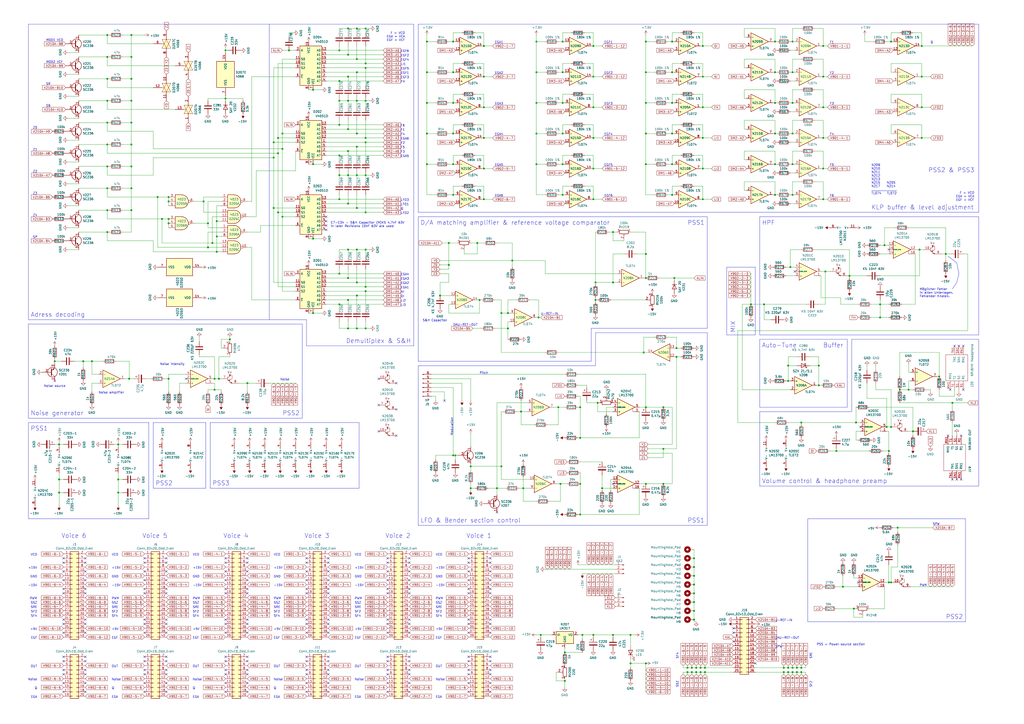
<source format=kicad_sch>
(kicad_sch (version 20230121) (generator eeschema)

  (uuid dd2f0eef-e9ee-4cb4-b0fa-399ba075ccd4)

  (paper "A2")

  (title_block
    (title "AAC 3/E 142-720")
    (date "2021-04-16")
    (rev "k")
    (company "Polyphonic Synthesizer \"Tiracon 6V\"")
    (comment 1 "ehem. VEB Automatisierungsanlagen Cottbus")
    (comment 2 "Analogleiterplatte ALP Stromlaufplan")
    (comment 3 "M. Schlösser")
    (comment 4 "Analog Card Circuit")
  )

  (lib_symbols
    (symbol "4xxx:4023" (pin_names (offset 1.016)) (in_bom yes) (on_board yes)
      (property "Reference" "U" (at 0 1.27 0)
        (effects (font (size 1.27 1.27)))
      )
      (property "Value" "4023" (at 0 -1.27 0)
        (effects (font (size 1.27 1.27)))
      )
      (property "Footprint" "" (at 0 0 0)
        (effects (font (size 1.27 1.27)) hide)
      )
      (property "Datasheet" "http://www.intersil.com/content/dam/Intersil/documents/cd40/cd4011bms-12bms-23bms.pdf" (at 0 0 0)
        (effects (font (size 1.27 1.27)) hide)
      )
      (property "ki_locked" "" (at 0 0 0)
        (effects (font (size 1.27 1.27)))
      )
      (property "ki_keywords" "CMOS Nand3" (at 0 0 0)
        (effects (font (size 1.27 1.27)) hide)
      )
      (property "ki_description" "Triple Nand 3 inputs" (at 0 0 0)
        (effects (font (size 1.27 1.27)) hide)
      )
      (property "ki_fp_filters" "DIP?14*" (at 0 0 0)
        (effects (font (size 1.27 1.27)) hide)
      )
      (symbol "4023_1_1"
        (arc (start 0 -3.81) (mid 3.7934 0) (end 0 3.81)
          (stroke (width 0.254) (type default))
          (fill (type background))
        )
        (polyline
          (pts
            (xy 0 3.81)
            (xy -3.81 3.81)
            (xy -3.81 -3.81)
            (xy 0 -3.81)
          )
          (stroke (width 0.254) (type default))
          (fill (type background))
        )
        (pin input line (at -7.62 2.54 0) (length 3.81)
          (name "~" (effects (font (size 1.27 1.27))))
          (number "1" (effects (font (size 1.27 1.27))))
        )
        (pin input line (at -7.62 0 0) (length 3.81)
          (name "~" (effects (font (size 1.27 1.27))))
          (number "2" (effects (font (size 1.27 1.27))))
        )
        (pin input line (at -7.62 -2.54 0) (length 3.81)
          (name "~" (effects (font (size 1.27 1.27))))
          (number "8" (effects (font (size 1.27 1.27))))
        )
        (pin output inverted (at 7.62 0 180) (length 3.81)
          (name "~" (effects (font (size 1.27 1.27))))
          (number "9" (effects (font (size 1.27 1.27))))
        )
      )
      (symbol "4023_1_2"
        (arc (start -3.81 -3.81) (mid -2.589 0) (end -3.81 3.81)
          (stroke (width 0.254) (type default))
          (fill (type none))
        )
        (arc (start -0.6096 -3.81) (mid 2.1842 -2.5851) (end 3.81 0)
          (stroke (width 0.254) (type default))
          (fill (type background))
        )
        (polyline
          (pts
            (xy -3.81 -3.81)
            (xy -0.635 -3.81)
          )
          (stroke (width 0.254) (type default))
          (fill (type background))
        )
        (polyline
          (pts
            (xy -3.81 3.81)
            (xy -0.635 3.81)
          )
          (stroke (width 0.254) (type default))
          (fill (type background))
        )
        (polyline
          (pts
            (xy -0.635 3.81)
            (xy -3.81 3.81)
            (xy -3.81 3.81)
            (xy -3.556 3.4036)
            (xy -3.0226 2.2606)
            (xy -2.6924 1.0414)
            (xy -2.6162 -0.254)
            (xy -2.7686 -1.4986)
            (xy -3.175 -2.7178)
            (xy -3.81 -3.81)
            (xy -3.81 -3.81)
            (xy -0.635 -3.81)
          )
          (stroke (width -25.4) (type default))
          (fill (type background))
        )
        (arc (start 3.81 0) (mid 2.1915 2.5936) (end -0.6096 3.81)
          (stroke (width 0.254) (type default))
          (fill (type background))
        )
        (pin input inverted (at -7.62 2.54 0) (length 4.318)
          (name "~" (effects (font (size 1.27 1.27))))
          (number "1" (effects (font (size 1.27 1.27))))
        )
        (pin input inverted (at -7.62 0 0) (length 4.953)
          (name "~" (effects (font (size 1.27 1.27))))
          (number "2" (effects (font (size 1.27 1.27))))
        )
        (pin input inverted (at -7.62 -2.54 0) (length 4.318)
          (name "~" (effects (font (size 1.27 1.27))))
          (number "8" (effects (font (size 1.27 1.27))))
        )
        (pin output line (at 7.62 0 180) (length 3.81)
          (name "~" (effects (font (size 1.27 1.27))))
          (number "9" (effects (font (size 1.27 1.27))))
        )
      )
      (symbol "4023_2_1"
        (arc (start 0 -3.81) (mid 3.7934 0) (end 0 3.81)
          (stroke (width 0.254) (type default))
          (fill (type background))
        )
        (polyline
          (pts
            (xy 0 3.81)
            (xy -3.81 3.81)
            (xy -3.81 -3.81)
            (xy 0 -3.81)
          )
          (stroke (width 0.254) (type default))
          (fill (type background))
        )
        (pin input line (at -7.62 2.54 0) (length 3.81)
          (name "~" (effects (font (size 1.27 1.27))))
          (number "3" (effects (font (size 1.27 1.27))))
        )
        (pin input line (at -7.62 0 0) (length 3.81)
          (name "~" (effects (font (size 1.27 1.27))))
          (number "4" (effects (font (size 1.27 1.27))))
        )
        (pin input line (at -7.62 -2.54 0) (length 3.81)
          (name "~" (effects (font (size 1.27 1.27))))
          (number "5" (effects (font (size 1.27 1.27))))
        )
        (pin output inverted (at 7.62 0 180) (length 3.81)
          (name "~" (effects (font (size 1.27 1.27))))
          (number "6" (effects (font (size 1.27 1.27))))
        )
      )
      (symbol "4023_2_2"
        (arc (start -3.81 -3.81) (mid -2.589 0) (end -3.81 3.81)
          (stroke (width 0.254) (type default))
          (fill (type none))
        )
        (arc (start -0.6096 -3.81) (mid 2.1842 -2.5851) (end 3.81 0)
          (stroke (width 0.254) (type default))
          (fill (type background))
        )
        (polyline
          (pts
            (xy -3.81 -3.81)
            (xy -0.635 -3.81)
          )
          (stroke (width 0.254) (type default))
          (fill (type background))
        )
        (polyline
          (pts
            (xy -3.81 3.81)
            (xy -0.635 3.81)
          )
          (stroke (width 0.254) (type default))
          (fill (type background))
        )
        (polyline
          (pts
            (xy -0.635 3.81)
            (xy -3.81 3.81)
            (xy -3.81 3.81)
            (xy -3.556 3.4036)
            (xy -3.0226 2.2606)
            (xy -2.6924 1.0414)
            (xy -2.6162 -0.254)
            (xy -2.7686 -1.4986)
            (xy -3.175 -2.7178)
            (xy -3.81 -3.81)
            (xy -3.81 -3.81)
            (xy -0.635 -3.81)
          )
          (stroke (width -25.4) (type default))
          (fill (type background))
        )
        (arc (start 3.81 0) (mid 2.1915 2.5936) (end -0.6096 3.81)
          (stroke (width 0.254) (type default))
          (fill (type background))
        )
        (pin input inverted (at -7.62 2.54 0) (length 4.318)
          (name "~" (effects (font (size 1.27 1.27))))
          (number "3" (effects (font (size 1.27 1.27))))
        )
        (pin input inverted (at -7.62 0 0) (length 4.953)
          (name "~" (effects (font (size 1.27 1.27))))
          (number "4" (effects (font (size 1.27 1.27))))
        )
        (pin input inverted (at -7.62 -2.54 0) (length 4.318)
          (name "~" (effects (font (size 1.27 1.27))))
          (number "5" (effects (font (size 1.27 1.27))))
        )
        (pin output line (at 7.62 0 180) (length 3.81)
          (name "~" (effects (font (size 1.27 1.27))))
          (number "6" (effects (font (size 1.27 1.27))))
        )
      )
      (symbol "4023_3_1"
        (arc (start 0 -3.81) (mid 3.7934 0) (end 0 3.81)
          (stroke (width 0.254) (type default))
          (fill (type background))
        )
        (polyline
          (pts
            (xy 0 3.81)
            (xy -3.81 3.81)
            (xy -3.81 -3.81)
            (xy 0 -3.81)
          )
          (stroke (width 0.254) (type default))
          (fill (type background))
        )
        (pin output inverted (at 7.62 0 180) (length 3.81)
          (name "~" (effects (font (size 1.27 1.27))))
          (number "10" (effects (font (size 1.27 1.27))))
        )
        (pin input line (at -7.62 2.54 0) (length 3.81)
          (name "~" (effects (font (size 1.27 1.27))))
          (number "11" (effects (font (size 1.27 1.27))))
        )
        (pin input line (at -7.62 0 0) (length 3.81)
          (name "~" (effects (font (size 1.27 1.27))))
          (number "12" (effects (font (size 1.27 1.27))))
        )
        (pin input line (at -7.62 -2.54 0) (length 3.81)
          (name "~" (effects (font (size 1.27 1.27))))
          (number "13" (effects (font (size 1.27 1.27))))
        )
      )
      (symbol "4023_3_2"
        (arc (start -3.81 -3.81) (mid -2.589 0) (end -3.81 3.81)
          (stroke (width 0.254) (type default))
          (fill (type none))
        )
        (arc (start -0.6096 -3.81) (mid 2.1842 -2.5851) (end 3.81 0)
          (stroke (width 0.254) (type default))
          (fill (type background))
        )
        (polyline
          (pts
            (xy -3.81 -3.81)
            (xy -0.635 -3.81)
          )
          (stroke (width 0.254) (type default))
          (fill (type background))
        )
        (polyline
          (pts
            (xy -3.81 3.81)
            (xy -0.635 3.81)
          )
          (stroke (width 0.254) (type default))
          (fill (type background))
        )
        (polyline
          (pts
            (xy -0.635 3.81)
            (xy -3.81 3.81)
            (xy -3.81 3.81)
            (xy -3.556 3.4036)
            (xy -3.0226 2.2606)
            (xy -2.6924 1.0414)
            (xy -2.6162 -0.254)
            (xy -2.7686 -1.4986)
            (xy -3.175 -2.7178)
            (xy -3.81 -3.81)
            (xy -3.81 -3.81)
            (xy -0.635 -3.81)
          )
          (stroke (width -25.4) (type default))
          (fill (type background))
        )
        (arc (start 3.81 0) (mid 2.1915 2.5936) (end -0.6096 3.81)
          (stroke (width 0.254) (type default))
          (fill (type background))
        )
        (pin output line (at 7.62 0 180) (length 3.81)
          (name "~" (effects (font (size 1.27 1.27))))
          (number "10" (effects (font (size 1.27 1.27))))
        )
        (pin input inverted (at -7.62 2.54 0) (length 4.318)
          (name "~" (effects (font (size 1.27 1.27))))
          (number "11" (effects (font (size 1.27 1.27))))
        )
        (pin input inverted (at -7.62 0 0) (length 4.953)
          (name "~" (effects (font (size 1.27 1.27))))
          (number "12" (effects (font (size 1.27 1.27))))
        )
        (pin input inverted (at -7.62 -2.54 0) (length 4.318)
          (name "~" (effects (font (size 1.27 1.27))))
          (number "13" (effects (font (size 1.27 1.27))))
        )
      )
      (symbol "4023_4_0"
        (pin power_in line (at 0 12.7 270) (length 5.08)
          (name "VDD" (effects (font (size 1.27 1.27))))
          (number "14" (effects (font (size 1.27 1.27))))
        )
        (pin power_in line (at 0 -12.7 90) (length 5.08)
          (name "VSS" (effects (font (size 1.27 1.27))))
          (number "7" (effects (font (size 1.27 1.27))))
        )
      )
      (symbol "4023_4_1"
        (rectangle (start -5.08 7.62) (end 5.08 -7.62)
          (stroke (width 0.254) (type default))
          (fill (type background))
        )
      )
    )
    (symbol "4xxx:4066" (pin_names (offset 1.016)) (in_bom yes) (on_board yes)
      (property "Reference" "U" (at -7.62 8.89 0)
        (effects (font (size 1.27 1.27)))
      )
      (property "Value" "4066" (at -7.62 -8.89 0)
        (effects (font (size 1.27 1.27)))
      )
      (property "Footprint" "" (at 0 0 0)
        (effects (font (size 1.27 1.27)) hide)
      )
      (property "Datasheet" "http://www.ti.com/lit/ds/symlink/cd4066b.pdf" (at 0 0 0)
        (effects (font (size 1.27 1.27)) hide)
      )
      (property "ki_locked" "" (at 0 0 0)
        (effects (font (size 1.27 1.27)))
      )
      (property "ki_keywords" "CMOS SWITCH" (at 0 0 0)
        (effects (font (size 1.27 1.27)) hide)
      )
      (property "ki_description" "Quad Analog Switches" (at 0 0 0)
        (effects (font (size 1.27 1.27)) hide)
      )
      (property "ki_fp_filters" "DIP?14*" (at 0 0 0)
        (effects (font (size 1.27 1.27)) hide)
      )
      (symbol "4066_1_0"
        (polyline
          (pts
            (xy 0 1.27)
            (xy 0 2.54)
          )
          (stroke (width 0.1524) (type default))
          (fill (type none))
        )
        (polyline
          (pts
            (xy -2.54 0)
            (xy 2.54 2.54)
            (xy 2.54 -2.54)
            (xy -2.54 0)
          )
          (stroke (width 0) (type default))
          (fill (type background))
        )
        (polyline
          (pts
            (xy -2.54 2.54)
            (xy 2.54 0)
            (xy -2.54 -2.54)
            (xy -2.54 2.54)
          )
          (stroke (width 0) (type default))
          (fill (type background))
        )
        (pin passive line (at -7.62 0 0) (length 5.08)
          (name "~" (effects (font (size 1.27 1.27))))
          (number "1" (effects (font (size 1.27 1.27))))
        )
        (pin input line (at 0 7.62 270) (length 5.08)
          (name "~" (effects (font (size 1.27 1.27))))
          (number "13" (effects (font (size 1.27 1.27))))
        )
        (pin passive line (at 7.62 0 180) (length 5.08)
          (name "~" (effects (font (size 1.27 1.27))))
          (number "2" (effects (font (size 1.27 1.27))))
        )
      )
      (symbol "4066_2_0"
        (polyline
          (pts
            (xy 0 1.27)
            (xy 0 2.54)
          )
          (stroke (width 0.1524) (type default))
          (fill (type none))
        )
        (polyline
          (pts
            (xy -2.54 0)
            (xy 2.54 2.54)
            (xy 2.54 -2.54)
            (xy -2.54 0)
          )
          (stroke (width 0) (type default))
          (fill (type background))
        )
        (polyline
          (pts
            (xy -2.54 2.54)
            (xy 2.54 0)
            (xy -2.54 -2.54)
            (xy -2.54 2.54)
          )
          (stroke (width 0) (type default))
          (fill (type background))
        )
        (pin passive line (at 7.62 0 180) (length 5.08)
          (name "~" (effects (font (size 1.27 1.27))))
          (number "3" (effects (font (size 1.27 1.27))))
        )
        (pin passive line (at -7.62 0 0) (length 5.08)
          (name "~" (effects (font (size 1.27 1.27))))
          (number "4" (effects (font (size 1.27 1.27))))
        )
        (pin input line (at 0 7.62 270) (length 5.08)
          (name "~" (effects (font (size 1.27 1.27))))
          (number "5" (effects (font (size 1.27 1.27))))
        )
      )
      (symbol "4066_3_0"
        (polyline
          (pts
            (xy 0 1.27)
            (xy 0 2.54)
          )
          (stroke (width 0.1524) (type default))
          (fill (type none))
        )
        (polyline
          (pts
            (xy -2.54 0)
            (xy 2.54 2.54)
            (xy 2.54 -2.54)
            (xy -2.54 0)
          )
          (stroke (width 0) (type default))
          (fill (type background))
        )
        (polyline
          (pts
            (xy -2.54 2.54)
            (xy 2.54 0)
            (xy -2.54 -2.54)
            (xy -2.54 2.54)
          )
          (stroke (width 0) (type default))
          (fill (type background))
        )
        (pin input line (at 0 7.62 270) (length 5.08)
          (name "~" (effects (font (size 1.27 1.27))))
          (number "6" (effects (font (size 1.27 1.27))))
        )
        (pin passive line (at -7.62 0 0) (length 5.08)
          (name "~" (effects (font (size 1.27 1.27))))
          (number "8" (effects (font (size 1.27 1.27))))
        )
        (pin passive line (at 7.62 0 180) (length 5.08)
          (name "~" (effects (font (size 1.27 1.27))))
          (number "9" (effects (font (size 1.27 1.27))))
        )
      )
      (symbol "4066_4_0"
        (polyline
          (pts
            (xy 0 1.27)
            (xy 0 2.54)
          )
          (stroke (width 0.1524) (type default))
          (fill (type none))
        )
        (polyline
          (pts
            (xy -2.54 0)
            (xy 2.54 2.54)
            (xy 2.54 -2.54)
            (xy -2.54 0)
          )
          (stroke (width 0) (type default))
          (fill (type background))
        )
        (polyline
          (pts
            (xy -2.54 2.54)
            (xy 2.54 0)
            (xy -2.54 -2.54)
            (xy -2.54 2.54)
          )
          (stroke (width 0) (type default))
          (fill (type background))
        )
        (pin passive line (at 7.62 0 180) (length 5.08)
          (name "~" (effects (font (size 1.27 1.27))))
          (number "10" (effects (font (size 1.27 1.27))))
        )
        (pin passive line (at -7.62 0 0) (length 5.08)
          (name "~" (effects (font (size 1.27 1.27))))
          (number "11" (effects (font (size 1.27 1.27))))
        )
        (pin input line (at 0 7.62 270) (length 5.08)
          (name "~" (effects (font (size 1.27 1.27))))
          (number "12" (effects (font (size 1.27 1.27))))
        )
      )
      (symbol "4066_5_0"
        (pin power_in line (at 0 12.7 270) (length 5.08)
          (name "VDD" (effects (font (size 1.27 1.27))))
          (number "14" (effects (font (size 1.27 1.27))))
        )
        (pin power_in line (at 0 -12.7 90) (length 5.08)
          (name "VSS" (effects (font (size 1.27 1.27))))
          (number "7" (effects (font (size 1.27 1.27))))
        )
      )
      (symbol "4066_5_1"
        (rectangle (start -5.08 7.62) (end 5.08 -7.62)
          (stroke (width 0.254) (type default))
          (fill (type background))
        )
      )
    )
    (symbol "74xx:74HC4051" (in_bom yes) (on_board yes)
      (property "Reference" "U" (at -5.08 11.43 0)
        (effects (font (size 1.27 1.27)))
      )
      (property "Value" "74HC4051" (at -7.62 -13.97 0)
        (effects (font (size 1.27 1.27)))
      )
      (property "Footprint" "" (at 0 -10.16 0)
        (effects (font (size 1.27 1.27)) hide)
      )
      (property "Datasheet" "http://www.ti.com/lit/ds/symlink/cd74hc4051.pdf" (at 0 -10.16 0)
        (effects (font (size 1.27 1.27)) hide)
      )
      (property "ki_keywords" "HCMOS Multiplexer Demultiplexer Analog" (at 0 0 0)
        (effects (font (size 1.27 1.27)) hide)
      )
      (property "ki_description" "8-channel analog multiplexer/demultiplexer, DIP-16/SOIC-16/TSSOP-16" (at 0 0 0)
        (effects (font (size 1.27 1.27)) hide)
      )
      (property "ki_fp_filters" "DIP*W7.62mm* SOIC*3.9x9.9mm*P1.27mm* SOIC*5.3x10.2mm*P1.27mm* TSSOP*4.4x5mm*P0.65mm*" (at 0 0 0)
        (effects (font (size 1.27 1.27)) hide)
      )
      (symbol "74HC4051_0_1"
        (rectangle (start -5.08 10.16) (end 7.62 -12.7)
          (stroke (width 0.254) (type default))
          (fill (type background))
        )
      )
      (symbol "74HC4051_1_1"
        (pin passive line (at 10.16 -2.54 180) (length 2.54)
          (name "A4" (effects (font (size 1.27 1.27))))
          (number "1" (effects (font (size 1.27 1.27))))
        )
        (pin input line (at -7.62 0 0) (length 2.54)
          (name "S1" (effects (font (size 1.27 1.27))))
          (number "10" (effects (font (size 1.27 1.27))))
        )
        (pin input line (at -7.62 2.54 0) (length 2.54)
          (name "S0" (effects (font (size 1.27 1.27))))
          (number "11" (effects (font (size 1.27 1.27))))
        )
        (pin passive line (at 10.16 0 180) (length 2.54)
          (name "A3" (effects (font (size 1.27 1.27))))
          (number "12" (effects (font (size 1.27 1.27))))
        )
        (pin passive line (at 10.16 7.62 180) (length 2.54)
          (name "A0" (effects (font (size 1.27 1.27))))
          (number "13" (effects (font (size 1.27 1.27))))
        )
        (pin passive line (at 10.16 5.08 180) (length 2.54)
          (name "A1" (effects (font (size 1.27 1.27))))
          (number "14" (effects (font (size 1.27 1.27))))
        )
        (pin passive line (at 10.16 2.54 180) (length 2.54)
          (name "A2" (effects (font (size 1.27 1.27))))
          (number "15" (effects (font (size 1.27 1.27))))
        )
        (pin power_in line (at 0 12.7 270) (length 2.54)
          (name "VCC" (effects (font (size 1.27 1.27))))
          (number "16" (effects (font (size 1.27 1.27))))
        )
        (pin passive line (at 10.16 -7.62 180) (length 2.54)
          (name "A6" (effects (font (size 1.27 1.27))))
          (number "2" (effects (font (size 1.27 1.27))))
        )
        (pin passive line (at -7.62 7.62 0) (length 2.54)
          (name "A" (effects (font (size 1.27 1.27))))
          (number "3" (effects (font (size 1.27 1.27))))
        )
        (pin passive line (at 10.16 -10.16 180) (length 2.54)
          (name "A7" (effects (font (size 1.27 1.27))))
          (number "4" (effects (font (size 1.27 1.27))))
        )
        (pin passive line (at 10.16 -5.08 180) (length 2.54)
          (name "A5" (effects (font (size 1.27 1.27))))
          (number "5" (effects (font (size 1.27 1.27))))
        )
        (pin input line (at -7.62 -7.62 0) (length 2.54)
          (name "~{E}" (effects (font (size 1.27 1.27))))
          (number "6" (effects (font (size 1.27 1.27))))
        )
        (pin power_in line (at 2.54 -15.24 90) (length 2.54)
          (name "VEE" (effects (font (size 1.27 1.27))))
          (number "7" (effects (font (size 1.27 1.27))))
        )
        (pin power_in line (at 0 -15.24 90) (length 2.54)
          (name "GND" (effects (font (size 1.27 1.27))))
          (number "8" (effects (font (size 1.27 1.27))))
        )
        (pin input line (at -7.62 -2.54 0) (length 2.54)
          (name "S2" (effects (font (size 1.27 1.27))))
          (number "9" (effects (font (size 1.27 1.27))))
        )
      )
    )
    (symbol "ALP-rescue:CP-Device" (pin_numbers hide) (pin_names (offset 0.254)) (in_bom yes) (on_board yes)
      (property "Reference" "C" (at 0.635 2.54 0)
        (effects (font (size 1.27 1.27)) (justify left))
      )
      (property "Value" "Device_CP" (at 0.635 -2.54 0)
        (effects (font (size 1.27 1.27)) (justify left))
      )
      (property "Footprint" "" (at 0.9652 -3.81 0)
        (effects (font (size 1.27 1.27)) hide)
      )
      (property "Datasheet" "" (at 0 0 0)
        (effects (font (size 1.27 1.27)) hide)
      )
      (property "ki_fp_filters" "CP_*" (at 0 0 0)
        (effects (font (size 1.27 1.27)) hide)
      )
      (symbol "CP-Device_0_1"
        (rectangle (start -2.286 0.508) (end 2.286 1.016)
          (stroke (width 0) (type solid))
          (fill (type none))
        )
        (polyline
          (pts
            (xy -1.778 2.286)
            (xy -0.762 2.286)
          )
          (stroke (width 0) (type solid))
          (fill (type none))
        )
        (polyline
          (pts
            (xy -1.27 2.794)
            (xy -1.27 1.778)
          )
          (stroke (width 0) (type solid))
          (fill (type none))
        )
        (rectangle (start 2.286 -0.508) (end -2.286 -1.016)
          (stroke (width 0) (type solid))
          (fill (type outline))
        )
      )
      (symbol "CP-Device_1_1"
        (pin passive line (at 0 3.81 270) (length 2.794)
          (name "~" (effects (font (size 1.27 1.27))))
          (number "1" (effects (font (size 1.27 1.27))))
        )
        (pin passive line (at 0 -3.81 90) (length 2.794)
          (name "~" (effects (font (size 1.27 1.27))))
          (number "2" (effects (font (size 1.27 1.27))))
        )
      )
    )
    (symbol "ALP-rescue:Conn_01x03_Male-Connector" (pin_names (offset 1.016) hide) (in_bom yes) (on_board yes)
      (property "Reference" "J" (at 0 5.08 0)
        (effects (font (size 1.27 1.27)))
      )
      (property "Value" "Connector_Conn_01x03_Male" (at 0 -5.08 0)
        (effects (font (size 1.27 1.27)))
      )
      (property "Footprint" "" (at 0 0 0)
        (effects (font (size 1.27 1.27)) hide)
      )
      (property "Datasheet" "" (at 0 0 0)
        (effects (font (size 1.27 1.27)) hide)
      )
      (property "ki_fp_filters" "Connector*:*_1x??_*" (at 0 0 0)
        (effects (font (size 1.27 1.27)) hide)
      )
      (symbol "Conn_01x03_Male-Connector_1_1"
        (polyline
          (pts
            (xy 1.27 -2.54)
            (xy 0.8636 -2.54)
          )
          (stroke (width 0.1524) (type solid))
          (fill (type none))
        )
        (polyline
          (pts
            (xy 1.27 0)
            (xy 0.8636 0)
          )
          (stroke (width 0.1524) (type solid))
          (fill (type none))
        )
        (polyline
          (pts
            (xy 1.27 2.54)
            (xy 0.8636 2.54)
          )
          (stroke (width 0.1524) (type solid))
          (fill (type none))
        )
        (rectangle (start 0.8636 -2.413) (end 0 -2.667)
          (stroke (width 0.1524) (type solid))
          (fill (type outline))
        )
        (rectangle (start 0.8636 0.127) (end 0 -0.127)
          (stroke (width 0.1524) (type solid))
          (fill (type outline))
        )
        (rectangle (start 0.8636 2.667) (end 0 2.413)
          (stroke (width 0.1524) (type solid))
          (fill (type outline))
        )
        (pin passive line (at 5.08 2.54 180) (length 3.81)
          (name "Pin_1" (effects (font (size 1.27 1.27))))
          (number "1" (effects (font (size 1.27 1.27))))
        )
        (pin passive line (at 5.08 0 180) (length 3.81)
          (name "Pin_2" (effects (font (size 1.27 1.27))))
          (number "2" (effects (font (size 1.27 1.27))))
        )
        (pin passive line (at 5.08 -2.54 180) (length 3.81)
          (name "Pin_3" (effects (font (size 1.27 1.27))))
          (number "3" (effects (font (size 1.27 1.27))))
        )
      )
    )
    (symbol "ALP-rescue:Conn_01x06_Male-Connector" (pin_names (offset 1.016) hide) (in_bom yes) (on_board yes)
      (property "Reference" "J" (at 0 7.62 0)
        (effects (font (size 1.27 1.27)))
      )
      (property "Value" "Connector_Conn_01x06_Male" (at 0 -10.16 0)
        (effects (font (size 1.27 1.27)))
      )
      (property "Footprint" "" (at 0 0 0)
        (effects (font (size 1.27 1.27)) hide)
      )
      (property "Datasheet" "" (at 0 0 0)
        (effects (font (size 1.27 1.27)) hide)
      )
      (property "ki_fp_filters" "Connector*:*_1x??_*" (at 0 0 0)
        (effects (font (size 1.27 1.27)) hide)
      )
      (symbol "Conn_01x06_Male-Connector_1_1"
        (polyline
          (pts
            (xy 1.27 -7.62)
            (xy 0.8636 -7.62)
          )
          (stroke (width 0.1524) (type solid))
          (fill (type none))
        )
        (polyline
          (pts
            (xy 1.27 -5.08)
            (xy 0.8636 -5.08)
          )
          (stroke (width 0.1524) (type solid))
          (fill (type none))
        )
        (polyline
          (pts
            (xy 1.27 -2.54)
            (xy 0.8636 -2.54)
          )
          (stroke (width 0.1524) (type solid))
          (fill (type none))
        )
        (polyline
          (pts
            (xy 1.27 0)
            (xy 0.8636 0)
          )
          (stroke (width 0.1524) (type solid))
          (fill (type none))
        )
        (polyline
          (pts
            (xy 1.27 2.54)
            (xy 0.8636 2.54)
          )
          (stroke (width 0.1524) (type solid))
          (fill (type none))
        )
        (polyline
          (pts
            (xy 1.27 5.08)
            (xy 0.8636 5.08)
          )
          (stroke (width 0.1524) (type solid))
          (fill (type none))
        )
        (rectangle (start 0.8636 -7.493) (end 0 -7.747)
          (stroke (width 0.1524) (type solid))
          (fill (type outline))
        )
        (rectangle (start 0.8636 -4.953) (end 0 -5.207)
          (stroke (width 0.1524) (type solid))
          (fill (type outline))
        )
        (rectangle (start 0.8636 -2.413) (end 0 -2.667)
          (stroke (width 0.1524) (type solid))
          (fill (type outline))
        )
        (rectangle (start 0.8636 0.127) (end 0 -0.127)
          (stroke (width 0.1524) (type solid))
          (fill (type outline))
        )
        (rectangle (start 0.8636 2.667) (end 0 2.413)
          (stroke (width 0.1524) (type solid))
          (fill (type outline))
        )
        (rectangle (start 0.8636 5.207) (end 0 4.953)
          (stroke (width 0.1524) (type solid))
          (fill (type outline))
        )
        (pin passive line (at 5.08 5.08 180) (length 3.81)
          (name "Pin_1" (effects (font (size 1.27 1.27))))
          (number "1" (effects (font (size 1.27 1.27))))
        )
        (pin passive line (at 5.08 2.54 180) (length 3.81)
          (name "Pin_2" (effects (font (size 1.27 1.27))))
          (number "2" (effects (font (size 1.27 1.27))))
        )
        (pin passive line (at 5.08 0 180) (length 3.81)
          (name "Pin_3" (effects (font (size 1.27 1.27))))
          (number "3" (effects (font (size 1.27 1.27))))
        )
        (pin passive line (at 5.08 -2.54 180) (length 3.81)
          (name "Pin_4" (effects (font (size 1.27 1.27))))
          (number "4" (effects (font (size 1.27 1.27))))
        )
        (pin passive line (at 5.08 -5.08 180) (length 3.81)
          (name "Pin_5" (effects (font (size 1.27 1.27))))
          (number "5" (effects (font (size 1.27 1.27))))
        )
        (pin passive line (at 5.08 -7.62 180) (length 3.81)
          (name "Pin_6" (effects (font (size 1.27 1.27))))
          (number "6" (effects (font (size 1.27 1.27))))
        )
      )
    )
    (symbol "ALP-rescue:NRJ6HH-SamacSys_Parts-ALP-rescue" (pin_names (offset 0.762)) (in_bom yes) (on_board yes)
      (property "Reference" "J" (at 21.59 7.62 0)
        (effects (font (size 1.27 1.27)) (justify left))
      )
      (property "Value" "ALP-rescue_NRJ6HH-SamacSys_Parts" (at 21.59 5.08 0)
        (effects (font (size 1.27 1.27)) (justify left))
      )
      (property "Footprint" "NRJ6HH" (at 21.59 2.54 0)
        (effects (font (size 1.27 1.27)) (justify left) hide)
      )
      (property "Datasheet" "https://www.neutrik.com/media/8568/download/st-nrj6hh.pdf?v=1" (at 21.59 0 0)
        (effects (font (size 1.27 1.27)) (justify left) hide)
      )
      (property "Description" "Phone Connectors 3C STEREO 3-SPST NC NO HARDWARE INCLUDED" (at 21.59 -2.54 0)
        (effects (font (size 1.27 1.27)) (justify left) hide)
      )
      (property "Height" "12.7" (at 21.59 -5.08 0)
        (effects (font (size 1.27 1.27)) (justify left) hide)
      )
      (property "Mouser Part Number" "550-25301" (at 21.59 -7.62 0)
        (effects (font (size 1.27 1.27)) (justify left) hide)
      )
      (property "Mouser Price/Stock" "https://www.mouser.co.uk/ProductDetail/Neutrik/NRJ6HH?qs=Xdp3irm%2FTqvpSMYvhbmGYw%3D%3D" (at 21.59 -10.16 0)
        (effects (font (size 1.27 1.27)) (justify left) hide)
      )
      (property "Manufacturer_Name" "Neutrik" (at 21.59 -12.7 0)
        (effects (font (size 1.27 1.27)) (justify left) hide)
      )
      (property "Manufacturer_Part_Number" "NRJ6HH" (at 21.59 -15.24 0)
        (effects (font (size 1.27 1.27)) (justify left) hide)
      )
      (symbol "NRJ6HH-SamacSys_Parts-ALP-rescue_0_0"
        (pin unspecified line (at 0 -7.62 0) (length 5.08)
          (name "MH1" (effects (font (size 1.27 1.27))))
          (number "MH1" (effects (font (size 1.27 1.27))))
        )
        (pin unspecified line (at 0 0 0) (length 5.08)
          (name "R1" (effects (font (size 1.27 1.27))))
          (number "R1" (effects (font (size 1.27 1.27))))
        )
        (pin unspecified line (at 25.4 0 180) (length 5.08)
          (name "RN1" (effects (font (size 1.27 1.27))))
          (number "RN1" (effects (font (size 1.27 1.27))))
        )
        (pin unspecified line (at 0 -2.54 0) (length 5.08)
          (name "S1" (effects (font (size 1.27 1.27))))
          (number "S1" (effects (font (size 1.27 1.27))))
        )
        (pin unspecified line (at 25.4 -2.54 180) (length 5.08)
          (name "SN1" (effects (font (size 1.27 1.27))))
          (number "SN1" (effects (font (size 1.27 1.27))))
        )
        (pin unspecified line (at 0 -5.08 0) (length 5.08)
          (name "T1" (effects (font (size 1.27 1.27))))
          (number "T1" (effects (font (size 1.27 1.27))))
        )
        (pin unspecified line (at 25.4 -5.08 180) (length 5.08)
          (name "TN1" (effects (font (size 1.27 1.27))))
          (number "TN1" (effects (font (size 1.27 1.27))))
        )
      )
      (symbol "NRJ6HH-SamacSys_Parts-ALP-rescue_0_1"
        (polyline
          (pts
            (xy 5.08 2.54)
            (xy 20.32 2.54)
            (xy 20.32 -10.16)
            (xy 5.08 -10.16)
            (xy 5.08 2.54)
          )
          (stroke (width 0.1524) (type solid))
          (fill (type none))
        )
      )
    )
    (symbol "ALP-rescue:R_POT_TRIM-Device" (pin_names (offset 1.016) hide) (in_bom yes) (on_board yes)
      (property "Reference" "RV" (at -4.445 0 90)
        (effects (font (size 1.27 1.27)))
      )
      (property "Value" "Device_R_POT_TRIM" (at -2.54 0 90)
        (effects (font (size 1.27 1.27)))
      )
      (property "Footprint" "" (at 0 0 0)
        (effects (font (size 1.27 1.27)) hide)
      )
      (property "Datasheet" "" (at 0 0 0)
        (effects (font (size 1.27 1.27)) hide)
      )
      (property "ki_fp_filters" "Potentiometer*" (at 0 0 0)
        (effects (font (size 1.27 1.27)) hide)
      )
      (symbol "R_POT_TRIM-Device_0_1"
        (polyline
          (pts
            (xy 1.524 0.762)
            (xy 1.524 -0.762)
          )
          (stroke (width 0) (type solid))
          (fill (type none))
        )
        (polyline
          (pts
            (xy 2.54 0)
            (xy 1.524 0)
          )
          (stroke (width 0) (type solid))
          (fill (type none))
        )
        (rectangle (start 1.016 2.54) (end -1.016 -2.54)
          (stroke (width 0.254) (type solid))
          (fill (type none))
        )
      )
      (symbol "R_POT_TRIM-Device_1_1"
        (pin passive line (at 0 3.81 270) (length 1.27)
          (name "1" (effects (font (size 1.27 1.27))))
          (number "1" (effects (font (size 1.27 1.27))))
        )
        (pin passive line (at 3.81 0 180) (length 1.27)
          (name "2" (effects (font (size 1.27 1.27))))
          (number "2" (effects (font (size 1.27 1.27))))
        )
        (pin passive line (at 0 -3.81 90) (length 1.27)
          (name "3" (effects (font (size 1.27 1.27))))
          (number "3" (effects (font (size 1.27 1.27))))
        )
      )
    )
    (symbol "Amplifier_Operational:LM13700" (pin_names (offset 0.127)) (in_bom yes) (on_board yes)
      (property "Reference" "U" (at 3.81 5.08 0)
        (effects (font (size 1.27 1.27)))
      )
      (property "Value" "LM13700" (at 5.08 -5.08 0)
        (effects (font (size 1.27 1.27)))
      )
      (property "Footprint" "" (at -7.62 0.635 0)
        (effects (font (size 1.27 1.27)) hide)
      )
      (property "Datasheet" "http://www.ti.com/lit/ds/symlink/lm13700.pdf" (at -7.62 0.635 0)
        (effects (font (size 1.27 1.27)) hide)
      )
      (property "ki_locked" "" (at 0 0 0)
        (effects (font (size 1.27 1.27)))
      )
      (property "ki_keywords" "operational transconductance amplifier OTA" (at 0 0 0)
        (effects (font (size 1.27 1.27)) hide)
      )
      (property "ki_description" "Dual Operational Transconductance Amplifiers with Linearizing Diodes and Buffers, DIP-16/SOIC-16" (at 0 0 0)
        (effects (font (size 1.27 1.27)) hide)
      )
      (property "ki_fp_filters" "SOIC*3.9x9.9mm*P1.27mm* DIP*W7.62mm*" (at 0 0 0)
        (effects (font (size 1.27 1.27)) hide)
      )
      (symbol "LM13700_1_1"
        (polyline
          (pts
            (xy 3.81 -0.635)
            (xy 3.81 -2.54)
            (xy 5.08 -2.54)
          )
          (stroke (width 0) (type default))
          (fill (type none))
        )
        (polyline
          (pts
            (xy 5.08 0)
            (xy -5.08 -5.08)
            (xy -5.08 5.08)
            (xy 5.08 0)
          )
          (stroke (width 0.254) (type default))
          (fill (type background))
        )
        (pin output line (at 7.62 0 180) (length 2.54)
          (name "~" (effects (font (size 1.27 1.27))))
          (number "12" (effects (font (size 1.27 1.27))))
        )
        (pin input line (at -7.62 2.54 0) (length 2.54)
          (name "-" (effects (font (size 1.27 1.27))))
          (number "13" (effects (font (size 1.27 1.27))))
        )
        (pin input line (at -7.62 -2.54 0) (length 2.54)
          (name "+" (effects (font (size 1.27 1.27))))
          (number "14" (effects (font (size 1.27 1.27))))
        )
        (pin input line (at -7.62 0 0) (length 2.54)
          (name "DIODE_BIAS" (effects (font (size 0.508 0.508))))
          (number "15" (effects (font (size 1.27 1.27))))
        )
        (pin input line (at 7.62 -2.54 180) (length 2.54)
          (name "~" (effects (font (size 1.27 1.27))))
          (number "16" (effects (font (size 1.27 1.27))))
        )
      )
      (symbol "LM13700_2_0"
        (polyline
          (pts
            (xy -1.905 2.54)
            (xy -3.175 2.54)
          )
          (stroke (width 0) (type default))
          (fill (type none))
        )
      )
      (symbol "LM13700_2_1"
        (circle (center -2.54 1.905) (radius 0.254)
          (stroke (width 0.254) (type default))
          (fill (type outline))
        )
        (polyline
          (pts
            (xy -3.81 -0.635)
            (xy -2.54 -1.27)
          )
          (stroke (width 0) (type default))
          (fill (type none))
        )
        (polyline
          (pts
            (xy -3.81 1.27)
            (xy -3.81 -1.27)
          )
          (stroke (width 0) (type default))
          (fill (type none))
        )
        (polyline
          (pts
            (xy -2.54 -1.905)
            (xy -1.27 -2.54)
          )
          (stroke (width 0) (type default))
          (fill (type none))
        )
        (polyline
          (pts
            (xy -2.54 0)
            (xy -2.54 -2.54)
          )
          (stroke (width 0) (type default))
          (fill (type none))
        )
        (polyline
          (pts
            (xy -3.81 0.635)
            (xy -2.54 1.27)
            (xy -2.54 1.905)
            (xy -2.54 2.54)
          )
          (stroke (width 0) (type default))
          (fill (type none))
        )
        (polyline
          (pts
            (xy -2.54 -1.27)
            (xy -3.175 -0.635)
            (xy -3.175 -1.27)
            (xy -2.54 -1.27)
          )
          (stroke (width 0) (type default))
          (fill (type outline))
        )
        (polyline
          (pts
            (xy -2.54 -0.635)
            (xy -1.27 0)
            (xy -1.27 1.905)
            (xy -2.54 1.905)
          )
          (stroke (width 0) (type default))
          (fill (type none))
        )
        (polyline
          (pts
            (xy -1.27 -2.54)
            (xy -1.905 -1.905)
            (xy -1.905 -2.54)
            (xy -1.27 -2.54)
          )
          (stroke (width 0) (type default))
          (fill (type outline))
        )
        (text "V+" (at -2.54 3.81 0)
          (effects (font (size 1.27 1.27)))
        )
        (pin input line (at -7.62 0 0) (length 3.81)
          (name "~" (effects (font (size 1.27 1.27))))
          (number "10" (effects (font (size 1.27 1.27))))
        )
        (pin output line (at 2.54 -2.54 180) (length 3.81)
          (name "~" (effects (font (size 1.27 1.27))))
          (number "9" (effects (font (size 1.27 1.27))))
        )
      )
      (symbol "LM13700_3_1"
        (polyline
          (pts
            (xy 3.81 -0.635)
            (xy 3.81 -2.54)
            (xy 5.08 -2.54)
          )
          (stroke (width 0) (type default))
          (fill (type none))
        )
        (polyline
          (pts
            (xy 5.08 0)
            (xy -5.08 -5.08)
            (xy -5.08 5.08)
            (xy 5.08 0)
          )
          (stroke (width 0.254) (type default))
          (fill (type background))
        )
        (pin input line (at 7.62 -2.54 180) (length 2.54)
          (name "~" (effects (font (size 1.27 1.27))))
          (number "1" (effects (font (size 1.27 1.27))))
        )
        (pin input line (at -7.62 0 0) (length 2.54)
          (name "DIODE_BIAS" (effects (font (size 0.508 0.508))))
          (number "2" (effects (font (size 1.27 1.27))))
        )
        (pin input line (at -7.62 -2.54 0) (length 2.54)
          (name "+" (effects (font (size 1.27 1.27))))
          (number "3" (effects (font (size 1.27 1.27))))
        )
        (pin input line (at -7.62 2.54 0) (length 2.54)
          (name "-" (effects (font (size 1.27 1.27))))
          (number "4" (effects (font (size 1.27 1.27))))
        )
        (pin output line (at 7.62 0 180) (length 2.54)
          (name "~" (effects (font (size 1.27 1.27))))
          (number "5" (effects (font (size 1.27 1.27))))
        )
      )
      (symbol "LM13700_4_0"
        (polyline
          (pts
            (xy -3.175 2.54)
            (xy -1.905 2.54)
          )
          (stroke (width 0) (type default))
          (fill (type none))
        )
        (text "V+" (at -2.54 3.81 0)
          (effects (font (size 1.27 1.27)))
        )
      )
      (symbol "LM13700_4_1"
        (circle (center -2.54 1.905) (radius 0.254)
          (stroke (width 0.254) (type default))
          (fill (type outline))
        )
        (polyline
          (pts
            (xy -3.81 -0.635)
            (xy -2.54 -1.27)
          )
          (stroke (width 0) (type default))
          (fill (type none))
        )
        (polyline
          (pts
            (xy -3.81 1.27)
            (xy -3.81 -1.27)
          )
          (stroke (width 0) (type default))
          (fill (type none))
        )
        (polyline
          (pts
            (xy -2.54 -1.905)
            (xy -1.27 -2.54)
          )
          (stroke (width 0) (type default))
          (fill (type none))
        )
        (polyline
          (pts
            (xy -2.54 0)
            (xy -2.54 -2.54)
          )
          (stroke (width 0) (type default))
          (fill (type none))
        )
        (polyline
          (pts
            (xy -3.81 0.635)
            (xy -2.54 1.27)
            (xy -2.54 2.54)
          )
          (stroke (width 0) (type default))
          (fill (type none))
        )
        (polyline
          (pts
            (xy -2.54 -1.27)
            (xy -3.175 -0.635)
            (xy -3.175 -1.27)
            (xy -2.54 -1.27)
          )
          (stroke (width 0) (type default))
          (fill (type outline))
        )
        (polyline
          (pts
            (xy -2.54 -0.635)
            (xy -1.27 0)
            (xy -1.27 1.905)
            (xy -2.54 1.905)
          )
          (stroke (width 0) (type default))
          (fill (type none))
        )
        (polyline
          (pts
            (xy -1.27 -2.54)
            (xy -1.905 -1.905)
            (xy -1.905 -2.54)
            (xy -1.27 -2.54)
          )
          (stroke (width 0) (type default))
          (fill (type outline))
        )
        (pin input line (at -7.62 0 0) (length 3.81)
          (name "~" (effects (font (size 1.27 1.27))))
          (number "7" (effects (font (size 1.27 1.27))))
        )
        (pin output line (at 2.54 -2.54 180) (length 3.81)
          (name "~" (effects (font (size 1.27 1.27))))
          (number "8" (effects (font (size 1.27 1.27))))
        )
      )
      (symbol "LM13700_5_1"
        (pin power_in line (at -2.54 7.62 270) (length 3.81)
          (name "V+" (effects (font (size 1.27 1.27))))
          (number "11" (effects (font (size 1.27 1.27))))
        )
        (pin power_in line (at -2.54 -7.62 90) (length 3.81)
          (name "V-" (effects (font (size 1.27 1.27))))
          (number "6" (effects (font (size 1.27 1.27))))
        )
      )
    )
    (symbol "Amplifier_Operational:TL072" (pin_names (offset 0.127)) (in_bom yes) (on_board yes)
      (property "Reference" "U" (at 0 5.08 0)
        (effects (font (size 1.27 1.27)) (justify left))
      )
      (property "Value" "TL072" (at 0 -5.08 0)
        (effects (font (size 1.27 1.27)) (justify left))
      )
      (property "Footprint" "" (at 0 0 0)
        (effects (font (size 1.27 1.27)) hide)
      )
      (property "Datasheet" "http://www.ti.com/lit/ds/symlink/tl071.pdf" (at 0 0 0)
        (effects (font (size 1.27 1.27)) hide)
      )
      (property "ki_locked" "" (at 0 0 0)
        (effects (font (size 1.27 1.27)))
      )
      (property "ki_keywords" "dual opamp" (at 0 0 0)
        (effects (font (size 1.27 1.27)) hide)
      )
      (property "ki_description" "Dual Low-Noise JFET-Input Operational Amplifiers, DIP-8/SOIC-8" (at 0 0 0)
        (effects (font (size 1.27 1.27)) hide)
      )
      (property "ki_fp_filters" "SOIC*3.9x4.9mm*P1.27mm* DIP*W7.62mm* TO*99* OnSemi*Micro8* TSSOP*3x3mm*P0.65mm* TSSOP*4.4x3mm*P0.65mm* MSOP*3x3mm*P0.65mm* SSOP*3.9x4.9mm*P0.635mm* LFCSP*2x2mm*P0.5mm* *SIP* SOIC*5.3x6.2mm*P1.27mm*" (at 0 0 0)
        (effects (font (size 1.27 1.27)) hide)
      )
      (symbol "TL072_1_1"
        (polyline
          (pts
            (xy -5.08 5.08)
            (xy 5.08 0)
            (xy -5.08 -5.08)
            (xy -5.08 5.08)
          )
          (stroke (width 0.254) (type default))
          (fill (type background))
        )
        (pin output line (at 7.62 0 180) (length 2.54)
          (name "~" (effects (font (size 1.27 1.27))))
          (number "1" (effects (font (size 1.27 1.27))))
        )
        (pin input line (at -7.62 -2.54 0) (length 2.54)
          (name "-" (effects (font (size 1.27 1.27))))
          (number "2" (effects (font (size 1.27 1.27))))
        )
        (pin input line (at -7.62 2.54 0) (length 2.54)
          (name "+" (effects (font (size 1.27 1.27))))
          (number "3" (effects (font (size 1.27 1.27))))
        )
      )
      (symbol "TL072_2_1"
        (polyline
          (pts
            (xy -5.08 5.08)
            (xy 5.08 0)
            (xy -5.08 -5.08)
            (xy -5.08 5.08)
          )
          (stroke (width 0.254) (type default))
          (fill (type background))
        )
        (pin input line (at -7.62 2.54 0) (length 2.54)
          (name "+" (effects (font (size 1.27 1.27))))
          (number "5" (effects (font (size 1.27 1.27))))
        )
        (pin input line (at -7.62 -2.54 0) (length 2.54)
          (name "-" (effects (font (size 1.27 1.27))))
          (number "6" (effects (font (size 1.27 1.27))))
        )
        (pin output line (at 7.62 0 180) (length 2.54)
          (name "~" (effects (font (size 1.27 1.27))))
          (number "7" (effects (font (size 1.27 1.27))))
        )
      )
      (symbol "TL072_3_1"
        (pin power_in line (at -2.54 -7.62 90) (length 3.81)
          (name "V-" (effects (font (size 1.27 1.27))))
          (number "4" (effects (font (size 1.27 1.27))))
        )
        (pin power_in line (at -2.54 7.62 270) (length 3.81)
          (name "V+" (effects (font (size 1.27 1.27))))
          (number "8" (effects (font (size 1.27 1.27))))
        )
      )
    )
    (symbol "Amplifier_Operational:TL074" (pin_names (offset 0.127)) (in_bom yes) (on_board yes)
      (property "Reference" "U" (at 0 5.08 0)
        (effects (font (size 1.27 1.27)) (justify left))
      )
      (property "Value" "TL074" (at 0 -5.08 0)
        (effects (font (size 1.27 1.27)) (justify left))
      )
      (property "Footprint" "" (at -1.27 2.54 0)
        (effects (font (size 1.27 1.27)) hide)
      )
      (property "Datasheet" "http://www.ti.com/lit/ds/symlink/tl071.pdf" (at 1.27 5.08 0)
        (effects (font (size 1.27 1.27)) hide)
      )
      (property "ki_locked" "" (at 0 0 0)
        (effects (font (size 1.27 1.27)))
      )
      (property "ki_keywords" "quad opamp" (at 0 0 0)
        (effects (font (size 1.27 1.27)) hide)
      )
      (property "ki_description" "Quad Low-Noise JFET-Input Operational Amplifiers, DIP-14/SOIC-14" (at 0 0 0)
        (effects (font (size 1.27 1.27)) hide)
      )
      (property "ki_fp_filters" "SOIC*3.9x8.7mm*P1.27mm* DIP*W7.62mm* TSSOP*4.4x5mm*P0.65mm* SSOP*5.3x6.2mm*P0.65mm* MSOP*3x3mm*P0.5mm*" (at 0 0 0)
        (effects (font (size 1.27 1.27)) hide)
      )
      (symbol "TL074_1_1"
        (polyline
          (pts
            (xy -5.08 5.08)
            (xy 5.08 0)
            (xy -5.08 -5.08)
            (xy -5.08 5.08)
          )
          (stroke (width 0.254) (type default))
          (fill (type background))
        )
        (pin output line (at 7.62 0 180) (length 2.54)
          (name "~" (effects (font (size 1.27 1.27))))
          (number "1" (effects (font (size 1.27 1.27))))
        )
        (pin input line (at -7.62 -2.54 0) (length 2.54)
          (name "-" (effects (font (size 1.27 1.27))))
          (number "2" (effects (font (size 1.27 1.27))))
        )
        (pin input line (at -7.62 2.54 0) (length 2.54)
          (name "+" (effects (font (size 1.27 1.27))))
          (number "3" (effects (font (size 1.27 1.27))))
        )
      )
      (symbol "TL074_2_1"
        (polyline
          (pts
            (xy -5.08 5.08)
            (xy 5.08 0)
            (xy -5.08 -5.08)
            (xy -5.08 5.08)
          )
          (stroke (width 0.254) (type default))
          (fill (type background))
        )
        (pin input line (at -7.62 2.54 0) (length 2.54)
          (name "+" (effects (font (size 1.27 1.27))))
          (number "5" (effects (font (size 1.27 1.27))))
        )
        (pin input line (at -7.62 -2.54 0) (length 2.54)
          (name "-" (effects (font (size 1.27 1.27))))
          (number "6" (effects (font (size 1.27 1.27))))
        )
        (pin output line (at 7.62 0 180) (length 2.54)
          (name "~" (effects (font (size 1.27 1.27))))
          (number "7" (effects (font (size 1.27 1.27))))
        )
      )
      (symbol "TL074_3_1"
        (polyline
          (pts
            (xy -5.08 5.08)
            (xy 5.08 0)
            (xy -5.08 -5.08)
            (xy -5.08 5.08)
          )
          (stroke (width 0.254) (type default))
          (fill (type background))
        )
        (pin input line (at -7.62 2.54 0) (length 2.54)
          (name "+" (effects (font (size 1.27 1.27))))
          (number "10" (effects (font (size 1.27 1.27))))
        )
        (pin output line (at 7.62 0 180) (length 2.54)
          (name "~" (effects (font (size 1.27 1.27))))
          (number "8" (effects (font (size 1.27 1.27))))
        )
        (pin input line (at -7.62 -2.54 0) (length 2.54)
          (name "-" (effects (font (size 1.27 1.27))))
          (number "9" (effects (font (size 1.27 1.27))))
        )
      )
      (symbol "TL074_4_1"
        (polyline
          (pts
            (xy -5.08 5.08)
            (xy 5.08 0)
            (xy -5.08 -5.08)
            (xy -5.08 5.08)
          )
          (stroke (width 0.254) (type default))
          (fill (type background))
        )
        (pin input line (at -7.62 2.54 0) (length 2.54)
          (name "+" (effects (font (size 1.27 1.27))))
          (number "12" (effects (font (size 1.27 1.27))))
        )
        (pin input line (at -7.62 -2.54 0) (length 2.54)
          (name "-" (effects (font (size 1.27 1.27))))
          (number "13" (effects (font (size 1.27 1.27))))
        )
        (pin output line (at 7.62 0 180) (length 2.54)
          (name "~" (effects (font (size 1.27 1.27))))
          (number "14" (effects (font (size 1.27 1.27))))
        )
      )
      (symbol "TL074_5_1"
        (pin power_in line (at -2.54 -7.62 90) (length 3.81)
          (name "V-" (effects (font (size 1.27 1.27))))
          (number "11" (effects (font (size 1.27 1.27))))
        )
        (pin power_in line (at -2.54 7.62 270) (length 3.81)
          (name "V+" (effects (font (size 1.27 1.27))))
          (number "4" (effects (font (size 1.27 1.27))))
        )
      )
    )
    (symbol "Connector_Generic:Conn_02x10_Odd_Even" (pin_names (offset 1.016) hide) (in_bom yes) (on_board yes)
      (property "Reference" "J" (at 1.27 12.7 0)
        (effects (font (size 1.27 1.27)))
      )
      (property "Value" "Conn_02x10_Odd_Even" (at 1.27 -15.24 0)
        (effects (font (size 1.27 1.27)))
      )
      (property "Footprint" "" (at 0 0 0)
        (effects (font (size 1.27 1.27)) hide)
      )
      (property "Datasheet" "~" (at 0 0 0)
        (effects (font (size 1.27 1.27)) hide)
      )
      (property "ki_keywords" "connector" (at 0 0 0)
        (effects (font (size 1.27 1.27)) hide)
      )
      (property "ki_description" "Generic connector, double row, 02x10, odd/even pin numbering scheme (row 1 odd numbers, row 2 even numbers), script generated (kicad-library-utils/schlib/autogen/connector/)" (at 0 0 0)
        (effects (font (size 1.27 1.27)) hide)
      )
      (property "ki_fp_filters" "Connector*:*_2x??_*" (at 0 0 0)
        (effects (font (size 1.27 1.27)) hide)
      )
      (symbol "Conn_02x10_Odd_Even_1_1"
        (rectangle (start -1.27 -12.573) (end 0 -12.827)
          (stroke (width 0.1524) (type default))
          (fill (type none))
        )
        (rectangle (start -1.27 -10.033) (end 0 -10.287)
          (stroke (width 0.1524) (type default))
          (fill (type none))
        )
        (rectangle (start -1.27 -7.493) (end 0 -7.747)
          (stroke (width 0.1524) (type default))
          (fill (type none))
        )
        (rectangle (start -1.27 -4.953) (end 0 -5.207)
          (stroke (width 0.1524) (type default))
          (fill (type none))
        )
        (rectangle (start -1.27 -2.413) (end 0 -2.667)
          (stroke (width 0.1524) (type default))
          (fill (type none))
        )
        (rectangle (start -1.27 0.127) (end 0 -0.127)
          (stroke (width 0.1524) (type default))
          (fill (type none))
        )
        (rectangle (start -1.27 2.667) (end 0 2.413)
          (stroke (width 0.1524) (type default))
          (fill (type none))
        )
        (rectangle (start -1.27 5.207) (end 0 4.953)
          (stroke (width 0.1524) (type default))
          (fill (type none))
        )
        (rectangle (start -1.27 7.747) (end 0 7.493)
          (stroke (width 0.1524) (type default))
          (fill (type none))
        )
        (rectangle (start -1.27 10.287) (end 0 10.033)
          (stroke (width 0.1524) (type default))
          (fill (type none))
        )
        (rectangle (start -1.27 11.43) (end 3.81 -13.97)
          (stroke (width 0.254) (type default))
          (fill (type background))
        )
        (rectangle (start 3.81 -12.573) (end 2.54 -12.827)
          (stroke (width 0.1524) (type default))
          (fill (type none))
        )
        (rectangle (start 3.81 -10.033) (end 2.54 -10.287)
          (stroke (width 0.1524) (type default))
          (fill (type none))
        )
        (rectangle (start 3.81 -7.493) (end 2.54 -7.747)
          (stroke (width 0.1524) (type default))
          (fill (type none))
        )
        (rectangle (start 3.81 -4.953) (end 2.54 -5.207)
          (stroke (width 0.1524) (type default))
          (fill (type none))
        )
        (rectangle (start 3.81 -2.413) (end 2.54 -2.667)
          (stroke (width 0.1524) (type default))
          (fill (type none))
        )
        (rectangle (start 3.81 0.127) (end 2.54 -0.127)
          (stroke (width 0.1524) (type default))
          (fill (type none))
        )
        (rectangle (start 3.81 2.667) (end 2.54 2.413)
          (stroke (width 0.1524) (type default))
          (fill (type none))
        )
        (rectangle (start 3.81 5.207) (end 2.54 4.953)
          (stroke (width 0.1524) (type default))
          (fill (type none))
        )
        (rectangle (start 3.81 7.747) (end 2.54 7.493)
          (stroke (width 0.1524) (type default))
          (fill (type none))
        )
        (rectangle (start 3.81 10.287) (end 2.54 10.033)
          (stroke (width 0.1524) (type default))
          (fill (type none))
        )
        (pin passive line (at -5.08 10.16 0) (length 3.81)
          (name "Pin_1" (effects (font (size 1.27 1.27))))
          (number "1" (effects (font (size 1.27 1.27))))
        )
        (pin passive line (at 7.62 0 180) (length 3.81)
          (name "Pin_10" (effects (font (size 1.27 1.27))))
          (number "10" (effects (font (size 1.27 1.27))))
        )
        (pin passive line (at -5.08 -2.54 0) (length 3.81)
          (name "Pin_11" (effects (font (size 1.27 1.27))))
          (number "11" (effects (font (size 1.27 1.27))))
        )
        (pin passive line (at 7.62 -2.54 180) (length 3.81)
          (name "Pin_12" (effects (font (size 1.27 1.27))))
          (number "12" (effects (font (size 1.27 1.27))))
        )
        (pin passive line (at -5.08 -5.08 0) (length 3.81)
          (name "Pin_13" (effects (font (size 1.27 1.27))))
          (number "13" (effects (font (size 1.27 1.27))))
        )
        (pin passive line (at 7.62 -5.08 180) (length 3.81)
          (name "Pin_14" (effects (font (size 1.27 1.27))))
          (number "14" (effects (font (size 1.27 1.27))))
        )
        (pin passive line (at -5.08 -7.62 0) (length 3.81)
          (name "Pin_15" (effects (font (size 1.27 1.27))))
          (number "15" (effects (font (size 1.27 1.27))))
        )
        (pin passive line (at 7.62 -7.62 180) (length 3.81)
          (name "Pin_16" (effects (font (size 1.27 1.27))))
          (number "16" (effects (font (size 1.27 1.27))))
        )
        (pin passive line (at -5.08 -10.16 0) (length 3.81)
          (name "Pin_17" (effects (font (size 1.27 1.27))))
          (number "17" (effects (font (size 1.27 1.27))))
        )
        (pin passive line (at 7.62 -10.16 180) (length 3.81)
          (name "Pin_18" (effects (font (size 1.27 1.27))))
          (number "18" (effects (font (size 1.27 1.27))))
        )
        (pin passive line (at -5.08 -12.7 0) (length 3.81)
          (name "Pin_19" (effects (font (size 1.27 1.27))))
          (number "19" (effects (font (size 1.27 1.27))))
        )
        (pin passive line (at 7.62 10.16 180) (length 3.81)
          (name "Pin_2" (effects (font (size 1.27 1.27))))
          (number "2" (effects (font (size 1.27 1.27))))
        )
        (pin passive line (at 7.62 -12.7 180) (length 3.81)
          (name "Pin_20" (effects (font (size 1.27 1.27))))
          (number "20" (effects (font (size 1.27 1.27))))
        )
        (pin passive line (at -5.08 7.62 0) (length 3.81)
          (name "Pin_3" (effects (font (size 1.27 1.27))))
          (number "3" (effects (font (size 1.27 1.27))))
        )
        (pin passive line (at 7.62 7.62 180) (length 3.81)
          (name "Pin_4" (effects (font (size 1.27 1.27))))
          (number "4" (effects (font (size 1.27 1.27))))
        )
        (pin passive line (at -5.08 5.08 0) (length 3.81)
          (name "Pin_5" (effects (font (size 1.27 1.27))))
          (number "5" (effects (font (size 1.27 1.27))))
        )
        (pin passive line (at 7.62 5.08 180) (length 3.81)
          (name "Pin_6" (effects (font (size 1.27 1.27))))
          (number "6" (effects (font (size 1.27 1.27))))
        )
        (pin passive line (at -5.08 2.54 0) (length 3.81)
          (name "Pin_7" (effects (font (size 1.27 1.27))))
          (number "7" (effects (font (size 1.27 1.27))))
        )
        (pin passive line (at 7.62 2.54 180) (length 3.81)
          (name "Pin_8" (effects (font (size 1.27 1.27))))
          (number "8" (effects (font (size 1.27 1.27))))
        )
        (pin passive line (at -5.08 0 0) (length 3.81)
          (name "Pin_9" (effects (font (size 1.27 1.27))))
          (number "9" (effects (font (size 1.27 1.27))))
        )
      )
    )
    (symbol "Connector_Generic:Conn_02x13_Odd_Even" (pin_names (offset 1.016) hide) (in_bom yes) (on_board yes)
      (property "Reference" "J" (at 1.27 17.78 0)
        (effects (font (size 1.27 1.27)))
      )
      (property "Value" "Conn_02x13_Odd_Even" (at 1.27 -17.78 0)
        (effects (font (size 1.27 1.27)))
      )
      (property "Footprint" "" (at 0 0 0)
        (effects (font (size 1.27 1.27)) hide)
      )
      (property "Datasheet" "~" (at 0 0 0)
        (effects (font (size 1.27 1.27)) hide)
      )
      (property "ki_keywords" "connector" (at 0 0 0)
        (effects (font (size 1.27 1.27)) hide)
      )
      (property "ki_description" "Generic connector, double row, 02x13, odd/even pin numbering scheme (row 1 odd numbers, row 2 even numbers), script generated (kicad-library-utils/schlib/autogen/connector/)" (at 0 0 0)
        (effects (font (size 1.27 1.27)) hide)
      )
      (property "ki_fp_filters" "Connector*:*_2x??_*" (at 0 0 0)
        (effects (font (size 1.27 1.27)) hide)
      )
      (symbol "Conn_02x13_Odd_Even_1_1"
        (rectangle (start -1.27 -15.113) (end 0 -15.367)
          (stroke (width 0.1524) (type default))
          (fill (type none))
        )
        (rectangle (start -1.27 -12.573) (end 0 -12.827)
          (stroke (width 0.1524) (type default))
          (fill (type none))
        )
        (rectangle (start -1.27 -10.033) (end 0 -10.287)
          (stroke (width 0.1524) (type default))
          (fill (type none))
        )
        (rectangle (start -1.27 -7.493) (end 0 -7.747)
          (stroke (width 0.1524) (type default))
          (fill (type none))
        )
        (rectangle (start -1.27 -4.953) (end 0 -5.207)
          (stroke (width 0.1524) (type default))
          (fill (type none))
        )
        (rectangle (start -1.27 -2.413) (end 0 -2.667)
          (stroke (width 0.1524) (type default))
          (fill (type none))
        )
        (rectangle (start -1.27 0.127) (end 0 -0.127)
          (stroke (width 0.1524) (type default))
          (fill (type none))
        )
        (rectangle (start -1.27 2.667) (end 0 2.413)
          (stroke (width 0.1524) (type default))
          (fill (type none))
        )
        (rectangle (start -1.27 5.207) (end 0 4.953)
          (stroke (width 0.1524) (type default))
          (fill (type none))
        )
        (rectangle (start -1.27 7.747) (end 0 7.493)
          (stroke (width 0.1524) (type default))
          (fill (type none))
        )
        (rectangle (start -1.27 10.287) (end 0 10.033)
          (stroke (width 0.1524) (type default))
          (fill (type none))
        )
        (rectangle (start -1.27 12.827) (end 0 12.573)
          (stroke (width 0.1524) (type default))
          (fill (type none))
        )
        (rectangle (start -1.27 15.367) (end 0 15.113)
          (stroke (width 0.1524) (type default))
          (fill (type none))
        )
        (rectangle (start -1.27 16.51) (end 3.81 -16.51)
          (stroke (width 0.254) (type default))
          (fill (type background))
        )
        (rectangle (start 3.81 -15.113) (end 2.54 -15.367)
          (stroke (width 0.1524) (type default))
          (fill (type none))
        )
        (rectangle (start 3.81 -12.573) (end 2.54 -12.827)
          (stroke (width 0.1524) (type default))
          (fill (type none))
        )
        (rectangle (start 3.81 -10.033) (end 2.54 -10.287)
          (stroke (width 0.1524) (type default))
          (fill (type none))
        )
        (rectangle (start 3.81 -7.493) (end 2.54 -7.747)
          (stroke (width 0.1524) (type default))
          (fill (type none))
        )
        (rectangle (start 3.81 -4.953) (end 2.54 -5.207)
          (stroke (width 0.1524) (type default))
          (fill (type none))
        )
        (rectangle (start 3.81 -2.413) (end 2.54 -2.667)
          (stroke (width 0.1524) (type default))
          (fill (type none))
        )
        (rectangle (start 3.81 0.127) (end 2.54 -0.127)
          (stroke (width 0.1524) (type default))
          (fill (type none))
        )
        (rectangle (start 3.81 2.667) (end 2.54 2.413)
          (stroke (width 0.1524) (type default))
          (fill (type none))
        )
        (rectangle (start 3.81 5.207) (end 2.54 4.953)
          (stroke (width 0.1524) (type default))
          (fill (type none))
        )
        (rectangle (start 3.81 7.747) (end 2.54 7.493)
          (stroke (width 0.1524) (type default))
          (fill (type none))
        )
        (rectangle (start 3.81 10.287) (end 2.54 10.033)
          (stroke (width 0.1524) (type default))
          (fill (type none))
        )
        (rectangle (start 3.81 12.827) (end 2.54 12.573)
          (stroke (width 0.1524) (type default))
          (fill (type none))
        )
        (rectangle (start 3.81 15.367) (end 2.54 15.113)
          (stroke (width 0.1524) (type default))
          (fill (type none))
        )
        (pin passive line (at -5.08 15.24 0) (length 3.81)
          (name "Pin_1" (effects (font (size 1.27 1.27))))
          (number "1" (effects (font (size 1.27 1.27))))
        )
        (pin passive line (at 7.62 5.08 180) (length 3.81)
          (name "Pin_10" (effects (font (size 1.27 1.27))))
          (number "10" (effects (font (size 1.27 1.27))))
        )
        (pin passive line (at -5.08 2.54 0) (length 3.81)
          (name "Pin_11" (effects (font (size 1.27 1.27))))
          (number "11" (effects (font (size 1.27 1.27))))
        )
        (pin passive line (at 7.62 2.54 180) (length 3.81)
          (name "Pin_12" (effects (font (size 1.27 1.27))))
          (number "12" (effects (font (size 1.27 1.27))))
        )
        (pin passive line (at -5.08 0 0) (length 3.81)
          (name "Pin_13" (effects (font (size 1.27 1.27))))
          (number "13" (effects (font (size 1.27 1.27))))
        )
        (pin passive line (at 7.62 0 180) (length 3.81)
          (name "Pin_14" (effects (font (size 1.27 1.27))))
          (number "14" (effects (font (size 1.27 1.27))))
        )
        (pin passive line (at -5.08 -2.54 0) (length 3.81)
          (name "Pin_15" (effects (font (size 1.27 1.27))))
          (number "15" (effects (font (size 1.27 1.27))))
        )
        (pin passive line (at 7.62 -2.54 180) (length 3.81)
          (name "Pin_16" (effects (font (size 1.27 1.27))))
          (number "16" (effects (font (size 1.27 1.27))))
        )
        (pin passive line (at -5.08 -5.08 0) (length 3.81)
          (name "Pin_17" (effects (font (size 1.27 1.27))))
          (number "17" (effects (font (size 1.27 1.27))))
        )
        (pin passive line (at 7.62 -5.08 180) (length 3.81)
          (name "Pin_18" (effects (font (size 1.27 1.27))))
          (number "18" (effects (font (size 1.27 1.27))))
        )
        (pin passive line (at -5.08 -7.62 0) (length 3.81)
          (name "Pin_19" (effects (font (size 1.27 1.27))))
          (number "19" (effects (font (size 1.27 1.27))))
        )
        (pin passive line (at 7.62 15.24 180) (length 3.81)
          (name "Pin_2" (effects (font (size 1.27 1.27))))
          (number "2" (effects (font (size 1.27 1.27))))
        )
        (pin passive line (at 7.62 -7.62 180) (length 3.81)
          (name "Pin_20" (effects (font (size 1.27 1.27))))
          (number "20" (effects (font (size 1.27 1.27))))
        )
        (pin passive line (at -5.08 -10.16 0) (length 3.81)
          (name "Pin_21" (effects (font (size 1.27 1.27))))
          (number "21" (effects (font (size 1.27 1.27))))
        )
        (pin passive line (at 7.62 -10.16 180) (length 3.81)
          (name "Pin_22" (effects (font (size 1.27 1.27))))
          (number "22" (effects (font (size 1.27 1.27))))
        )
        (pin passive line (at -5.08 -12.7 0) (length 3.81)
          (name "Pin_23" (effects (font (size 1.27 1.27))))
          (number "23" (effects (font (size 1.27 1.27))))
        )
        (pin passive line (at 7.62 -12.7 180) (length 3.81)
          (name "Pin_24" (effects (font (size 1.27 1.27))))
          (number "24" (effects (font (size 1.27 1.27))))
        )
        (pin passive line (at -5.08 -15.24 0) (length 3.81)
          (name "Pin_25" (effects (font (size 1.27 1.27))))
          (number "25" (effects (font (size 1.27 1.27))))
        )
        (pin passive line (at 7.62 -15.24 180) (length 3.81)
          (name "Pin_26" (effects (font (size 1.27 1.27))))
          (number "26" (effects (font (size 1.27 1.27))))
        )
        (pin passive line (at -5.08 12.7 0) (length 3.81)
          (name "Pin_3" (effects (font (size 1.27 1.27))))
          (number "3" (effects (font (size 1.27 1.27))))
        )
        (pin passive line (at 7.62 12.7 180) (length 3.81)
          (name "Pin_4" (effects (font (size 1.27 1.27))))
          (number "4" (effects (font (size 1.27 1.27))))
        )
        (pin passive line (at -5.08 10.16 0) (length 3.81)
          (name "Pin_5" (effects (font (size 1.27 1.27))))
          (number "5" (effects (font (size 1.27 1.27))))
        )
        (pin passive line (at 7.62 10.16 180) (length 3.81)
          (name "Pin_6" (effects (font (size 1.27 1.27))))
          (number "6" (effects (font (size 1.27 1.27))))
        )
        (pin passive line (at -5.08 7.62 0) (length 3.81)
          (name "Pin_7" (effects (font (size 1.27 1.27))))
          (number "7" (effects (font (size 1.27 1.27))))
        )
        (pin passive line (at 7.62 7.62 180) (length 3.81)
          (name "Pin_8" (effects (font (size 1.27 1.27))))
          (number "8" (effects (font (size 1.27 1.27))))
        )
        (pin passive line (at -5.08 5.08 0) (length 3.81)
          (name "Pin_9" (effects (font (size 1.27 1.27))))
          (number "9" (effects (font (size 1.27 1.27))))
        )
      )
    )
    (symbol "Connector_Generic:Conn_02x20_Odd_Even" (pin_names (offset 1.016) hide) (in_bom yes) (on_board yes)
      (property "Reference" "J" (at 1.27 25.4 0)
        (effects (font (size 1.27 1.27)))
      )
      (property "Value" "Conn_02x20_Odd_Even" (at 1.27 -27.94 0)
        (effects (font (size 1.27 1.27)))
      )
      (property "Footprint" "" (at 0 0 0)
        (effects (font (size 1.27 1.27)) hide)
      )
      (property "Datasheet" "~" (at 0 0 0)
        (effects (font (size 1.27 1.27)) hide)
      )
      (property "ki_keywords" "connector" (at 0 0 0)
        (effects (font (size 1.27 1.27)) hide)
      )
      (property "ki_description" "Generic connector, double row, 02x20, odd/even pin numbering scheme (row 1 odd numbers, row 2 even numbers), script generated (kicad-library-utils/schlib/autogen/connector/)" (at 0 0 0)
        (effects (font (size 1.27 1.27)) hide)
      )
      (property "ki_fp_filters" "Connector*:*_2x??_*" (at 0 0 0)
        (effects (font (size 1.27 1.27)) hide)
      )
      (symbol "Conn_02x20_Odd_Even_1_1"
        (rectangle (start -1.27 -25.273) (end 0 -25.527)
          (stroke (width 0.1524) (type default))
          (fill (type none))
        )
        (rectangle (start -1.27 -22.733) (end 0 -22.987)
          (stroke (width 0.1524) (type default))
          (fill (type none))
        )
        (rectangle (start -1.27 -20.193) (end 0 -20.447)
          (stroke (width 0.1524) (type default))
          (fill (type none))
        )
        (rectangle (start -1.27 -17.653) (end 0 -17.907)
          (stroke (width 0.1524) (type default))
          (fill (type none))
        )
        (rectangle (start -1.27 -15.113) (end 0 -15.367)
          (stroke (width 0.1524) (type default))
          (fill (type none))
        )
        (rectangle (start -1.27 -12.573) (end 0 -12.827)
          (stroke (width 0.1524) (type default))
          (fill (type none))
        )
        (rectangle (start -1.27 -10.033) (end 0 -10.287)
          (stroke (width 0.1524) (type default))
          (fill (type none))
        )
        (rectangle (start -1.27 -7.493) (end 0 -7.747)
          (stroke (width 0.1524) (type default))
          (fill (type none))
        )
        (rectangle (start -1.27 -4.953) (end 0 -5.207)
          (stroke (width 0.1524) (type default))
          (fill (type none))
        )
        (rectangle (start -1.27 -2.413) (end 0 -2.667)
          (stroke (width 0.1524) (type default))
          (fill (type none))
        )
        (rectangle (start -1.27 0.127) (end 0 -0.127)
          (stroke (width 0.1524) (type default))
          (fill (type none))
        )
        (rectangle (start -1.27 2.667) (end 0 2.413)
          (stroke (width 0.1524) (type default))
          (fill (type none))
        )
        (rectangle (start -1.27 5.207) (end 0 4.953)
          (stroke (width 0.1524) (type default))
          (fill (type none))
        )
        (rectangle (start -1.27 7.747) (end 0 7.493)
          (stroke (width 0.1524) (type default))
          (fill (type none))
        )
        (rectangle (start -1.27 10.287) (end 0 10.033)
          (stroke (width 0.1524) (type default))
          (fill (type none))
        )
        (rectangle (start -1.27 12.827) (end 0 12.573)
          (stroke (width 0.1524) (type default))
          (fill (type none))
        )
        (rectangle (start -1.27 15.367) (end 0 15.113)
          (stroke (width 0.1524) (type default))
          (fill (type none))
        )
        (rectangle (start -1.27 17.907) (end 0 17.653)
          (stroke (width 0.1524) (type default))
          (fill (type none))
        )
        (rectangle (start -1.27 20.447) (end 0 20.193)
          (stroke (width 0.1524) (type default))
          (fill (type none))
        )
        (rectangle (start -1.27 22.987) (end 0 22.733)
          (stroke (width 0.1524) (type default))
          (fill (type none))
        )
        (rectangle (start -1.27 24.13) (end 3.81 -26.67)
          (stroke (width 0.254) (type default))
          (fill (type background))
        )
        (rectangle (start 3.81 -25.273) (end 2.54 -25.527)
          (stroke (width 0.1524) (type default))
          (fill (type none))
        )
        (rectangle (start 3.81 -22.733) (end 2.54 -22.987)
          (stroke (width 0.1524) (type default))
          (fill (type none))
        )
        (rectangle (start 3.81 -20.193) (end 2.54 -20.447)
          (stroke (width 0.1524) (type default))
          (fill (type none))
        )
        (rectangle (start 3.81 -17.653) (end 2.54 -17.907)
          (stroke (width 0.1524) (type default))
          (fill (type none))
        )
        (rectangle (start 3.81 -15.113) (end 2.54 -15.367)
          (stroke (width 0.1524) (type default))
          (fill (type none))
        )
        (rectangle (start 3.81 -12.573) (end 2.54 -12.827)
          (stroke (width 0.1524) (type default))
          (fill (type none))
        )
        (rectangle (start 3.81 -10.033) (end 2.54 -10.287)
          (stroke (width 0.1524) (type default))
          (fill (type none))
        )
        (rectangle (start 3.81 -7.493) (end 2.54 -7.747)
          (stroke (width 0.1524) (type default))
          (fill (type none))
        )
        (rectangle (start 3.81 -4.953) (end 2.54 -5.207)
          (stroke (width 0.1524) (type default))
          (fill (type none))
        )
        (rectangle (start 3.81 -2.413) (end 2.54 -2.667)
          (stroke (width 0.1524) (type default))
          (fill (type none))
        )
        (rectangle (start 3.81 0.127) (end 2.54 -0.127)
          (stroke (width 0.1524) (type default))
          (fill (type none))
        )
        (rectangle (start 3.81 2.667) (end 2.54 2.413)
          (stroke (width 0.1524) (type default))
          (fill (type none))
        )
        (rectangle (start 3.81 5.207) (end 2.54 4.953)
          (stroke (width 0.1524) (type default))
          (fill (type none))
        )
        (rectangle (start 3.81 7.747) (end 2.54 7.493)
          (stroke (width 0.1524) (type default))
          (fill (type none))
        )
        (rectangle (start 3.81 10.287) (end 2.54 10.033)
          (stroke (width 0.1524) (type default))
          (fill (type none))
        )
        (rectangle (start 3.81 12.827) (end 2.54 12.573)
          (stroke (width 0.1524) (type default))
          (fill (type none))
        )
        (rectangle (start 3.81 15.367) (end 2.54 15.113)
          (stroke (width 0.1524) (type default))
          (fill (type none))
        )
        (rectangle (start 3.81 17.907) (end 2.54 17.653)
          (stroke (width 0.1524) (type default))
          (fill (type none))
        )
        (rectangle (start 3.81 20.447) (end 2.54 20.193)
          (stroke (width 0.1524) (type default))
          (fill (type none))
        )
        (rectangle (start 3.81 22.987) (end 2.54 22.733)
          (stroke (width 0.1524) (type default))
          (fill (type none))
        )
        (pin passive line (at -5.08 22.86 0) (length 3.81)
          (name "Pin_1" (effects (font (size 1.27 1.27))))
          (number "1" (effects (font (size 1.27 1.27))))
        )
        (pin passive line (at 7.62 12.7 180) (length 3.81)
          (name "Pin_10" (effects (font (size 1.27 1.27))))
          (number "10" (effects (font (size 1.27 1.27))))
        )
        (pin passive line (at -5.08 10.16 0) (length 3.81)
          (name "Pin_11" (effects (font (size 1.27 1.27))))
          (number "11" (effects (font (size 1.27 1.27))))
        )
        (pin passive line (at 7.62 10.16 180) (length 3.81)
          (name "Pin_12" (effects (font (size 1.27 1.27))))
          (number "12" (effects (font (size 1.27 1.27))))
        )
        (pin passive line (at -5.08 7.62 0) (length 3.81)
          (name "Pin_13" (effects (font (size 1.27 1.27))))
          (number "13" (effects (font (size 1.27 1.27))))
        )
        (pin passive line (at 7.62 7.62 180) (length 3.81)
          (name "Pin_14" (effects (font (size 1.27 1.27))))
          (number "14" (effects (font (size 1.27 1.27))))
        )
        (pin passive line (at -5.08 5.08 0) (length 3.81)
          (name "Pin_15" (effects (font (size 1.27 1.27))))
          (number "15" (effects (font (size 1.27 1.27))))
        )
        (pin passive line (at 7.62 5.08 180) (length 3.81)
          (name "Pin_16" (effects (font (size 1.27 1.27))))
          (number "16" (effects (font (size 1.27 1.27))))
        )
        (pin passive line (at -5.08 2.54 0) (length 3.81)
          (name "Pin_17" (effects (font (size 1.27 1.27))))
          (number "17" (effects (font (size 1.27 1.27))))
        )
        (pin passive line (at 7.62 2.54 180) (length 3.81)
          (name "Pin_18" (effects (font (size 1.27 1.27))))
          (number "18" (effects (font (size 1.27 1.27))))
        )
        (pin passive line (at -5.08 0 0) (length 3.81)
          (name "Pin_19" (effects (font (size 1.27 1.27))))
          (number "19" (effects (font (size 1.27 1.27))))
        )
        (pin passive line (at 7.62 22.86 180) (length 3.81)
          (name "Pin_2" (effects (font (size 1.27 1.27))))
          (number "2" (effects (font (size 1.27 1.27))))
        )
        (pin passive line (at 7.62 0 180) (length 3.81)
          (name "Pin_20" (effects (font (size 1.27 1.27))))
          (number "20" (effects (font (size 1.27 1.27))))
        )
        (pin passive line (at -5.08 -2.54 0) (length 3.81)
          (name "Pin_21" (effects (font (size 1.27 1.27))))
          (number "21" (effects (font (size 1.27 1.27))))
        )
        (pin passive line (at 7.62 -2.54 180) (length 3.81)
          (name "Pin_22" (effects (font (size 1.27 1.27))))
          (number "22" (effects (font (size 1.27 1.27))))
        )
        (pin passive line (at -5.08 -5.08 0) (length 3.81)
          (name "Pin_23" (effects (font (size 1.27 1.27))))
          (number "23" (effects (font (size 1.27 1.27))))
        )
        (pin passive line (at 7.62 -5.08 180) (length 3.81)
          (name "Pin_24" (effects (font (size 1.27 1.27))))
          (number "24" (effects (font (size 1.27 1.27))))
        )
        (pin passive line (at -5.08 -7.62 0) (length 3.81)
          (name "Pin_25" (effects (font (size 1.27 1.27))))
          (number "25" (effects (font (size 1.27 1.27))))
        )
        (pin passive line (at 7.62 -7.62 180) (length 3.81)
          (name "Pin_26" (effects (font (size 1.27 1.27))))
          (number "26" (effects (font (size 1.27 1.27))))
        )
        (pin passive line (at -5.08 -10.16 0) (length 3.81)
          (name "Pin_27" (effects (font (size 1.27 1.27))))
          (number "27" (effects (font (size 1.27 1.27))))
        )
        (pin passive line (at 7.62 -10.16 180) (length 3.81)
          (name "Pin_28" (effects (font (size 1.27 1.27))))
          (number "28" (effects (font (size 1.27 1.27))))
        )
        (pin passive line (at -5.08 -12.7 0) (length 3.81)
          (name "Pin_29" (effects (font (size 1.27 1.27))))
          (number "29" (effects (font (size 1.27 1.27))))
        )
        (pin passive line (at -5.08 20.32 0) (length 3.81)
          (name "Pin_3" (effects (font (size 1.27 1.27))))
          (number "3" (effects (font (size 1.27 1.27))))
        )
        (pin passive line (at 7.62 -12.7 180) (length 3.81)
          (name "Pin_30" (effects (font (size 1.27 1.27))))
          (number "30" (effects (font (size 1.27 1.27))))
        )
        (pin passive line (at -5.08 -15.24 0) (length 3.81)
          (name "Pin_31" (effects (font (size 1.27 1.27))))
          (number "31" (effects (font (size 1.27 1.27))))
        )
        (pin passive line (at 7.62 -15.24 180) (length 3.81)
          (name "Pin_32" (effects (font (size 1.27 1.27))))
          (number "32" (effects (font (size 1.27 1.27))))
        )
        (pin passive line (at -5.08 -17.78 0) (length 3.81)
          (name "Pin_33" (effects (font (size 1.27 1.27))))
          (number "33" (effects (font (size 1.27 1.27))))
        )
        (pin passive line (at 7.62 -17.78 180) (length 3.81)
          (name "Pin_34" (effects (font (size 1.27 1.27))))
          (number "34" (effects (font (size 1.27 1.27))))
        )
        (pin passive line (at -5.08 -20.32 0) (length 3.81)
          (name "Pin_35" (effects (font (size 1.27 1.27))))
          (number "35" (effects (font (size 1.27 1.27))))
        )
        (pin passive line (at 7.62 -20.32 180) (length 3.81)
          (name "Pin_36" (effects (font (size 1.27 1.27))))
          (number "36" (effects (font (size 1.27 1.27))))
        )
        (pin passive line (at -5.08 -22.86 0) (length 3.81)
          (name "Pin_37" (effects (font (size 1.27 1.27))))
          (number "37" (effects (font (size 1.27 1.27))))
        )
        (pin passive line (at 7.62 -22.86 180) (length 3.81)
          (name "Pin_38" (effects (font (size 1.27 1.27))))
          (number "38" (effects (font (size 1.27 1.27))))
        )
        (pin passive line (at -5.08 -25.4 0) (length 3.81)
          (name "Pin_39" (effects (font (size 1.27 1.27))))
          (number "39" (effects (font (size 1.27 1.27))))
        )
        (pin passive line (at 7.62 20.32 180) (length 3.81)
          (name "Pin_4" (effects (font (size 1.27 1.27))))
          (number "4" (effects (font (size 1.27 1.27))))
        )
        (pin passive line (at 7.62 -25.4 180) (length 3.81)
          (name "Pin_40" (effects (font (size 1.27 1.27))))
          (number "40" (effects (font (size 1.27 1.27))))
        )
        (pin passive line (at -5.08 17.78 0) (length 3.81)
          (name "Pin_5" (effects (font (size 1.27 1.27))))
          (number "5" (effects (font (size 1.27 1.27))))
        )
        (pin passive line (at 7.62 17.78 180) (length 3.81)
          (name "Pin_6" (effects (font (size 1.27 1.27))))
          (number "6" (effects (font (size 1.27 1.27))))
        )
        (pin passive line (at -5.08 15.24 0) (length 3.81)
          (name "Pin_7" (effects (font (size 1.27 1.27))))
          (number "7" (effects (font (size 1.27 1.27))))
        )
        (pin passive line (at 7.62 15.24 180) (length 3.81)
          (name "Pin_8" (effects (font (size 1.27 1.27))))
          (number "8" (effects (font (size 1.27 1.27))))
        )
        (pin passive line (at -5.08 12.7 0) (length 3.81)
          (name "Pin_9" (effects (font (size 1.27 1.27))))
          (number "9" (effects (font (size 1.27 1.27))))
        )
      )
    )
    (symbol "Device:C" (pin_numbers hide) (pin_names (offset 0.254)) (in_bom yes) (on_board yes)
      (property "Reference" "C" (at 0.635 2.54 0)
        (effects (font (size 1.27 1.27)) (justify left))
      )
      (property "Value" "C" (at 0.635 -2.54 0)
        (effects (font (size 1.27 1.27)) (justify left))
      )
      (property "Footprint" "" (at 0.9652 -3.81 0)
        (effects (font (size 1.27 1.27)) hide)
      )
      (property "Datasheet" "~" (at 0 0 0)
        (effects (font (size 1.27 1.27)) hide)
      )
      (property "ki_keywords" "cap capacitor" (at 0 0 0)
        (effects (font (size 1.27 1.27)) hide)
      )
      (property "ki_description" "Unpolarized capacitor" (at 0 0 0)
        (effects (font (size 1.27 1.27)) hide)
      )
      (property "ki_fp_filters" "C_*" (at 0 0 0)
        (effects (font (size 1.27 1.27)) hide)
      )
      (symbol "C_0_1"
        (polyline
          (pts
            (xy -2.032 -0.762)
            (xy 2.032 -0.762)
          )
          (stroke (width 0.508) (type default))
          (fill (type none))
        )
        (polyline
          (pts
            (xy -2.032 0.762)
            (xy 2.032 0.762)
          )
          (stroke (width 0.508) (type default))
          (fill (type none))
        )
      )
      (symbol "C_1_1"
        (pin passive line (at 0 3.81 270) (length 2.794)
          (name "~" (effects (font (size 1.27 1.27))))
          (number "1" (effects (font (size 1.27 1.27))))
        )
        (pin passive line (at 0 -3.81 90) (length 2.794)
          (name "~" (effects (font (size 1.27 1.27))))
          (number "2" (effects (font (size 1.27 1.27))))
        )
      )
    )
    (symbol "Device:D" (pin_numbers hide) (pin_names (offset 1.016) hide) (in_bom yes) (on_board yes)
      (property "Reference" "D" (at 0 2.54 0)
        (effects (font (size 1.27 1.27)))
      )
      (property "Value" "D" (at 0 -2.54 0)
        (effects (font (size 1.27 1.27)))
      )
      (property "Footprint" "" (at 0 0 0)
        (effects (font (size 1.27 1.27)) hide)
      )
      (property "Datasheet" "~" (at 0 0 0)
        (effects (font (size 1.27 1.27)) hide)
      )
      (property "Sim.Device" "D" (at 0 0 0)
        (effects (font (size 1.27 1.27)) hide)
      )
      (property "Sim.Pins" "1=K 2=A" (at 0 0 0)
        (effects (font (size 1.27 1.27)) hide)
      )
      (property "ki_keywords" "diode" (at 0 0 0)
        (effects (font (size 1.27 1.27)) hide)
      )
      (property "ki_description" "Diode" (at 0 0 0)
        (effects (font (size 1.27 1.27)) hide)
      )
      (property "ki_fp_filters" "TO-???* *_Diode_* *SingleDiode* D_*" (at 0 0 0)
        (effects (font (size 1.27 1.27)) hide)
      )
      (symbol "D_0_1"
        (polyline
          (pts
            (xy -1.27 1.27)
            (xy -1.27 -1.27)
          )
          (stroke (width 0.254) (type default))
          (fill (type none))
        )
        (polyline
          (pts
            (xy 1.27 0)
            (xy -1.27 0)
          )
          (stroke (width 0) (type default))
          (fill (type none))
        )
        (polyline
          (pts
            (xy 1.27 1.27)
            (xy 1.27 -1.27)
            (xy -1.27 0)
            (xy 1.27 1.27)
          )
          (stroke (width 0.254) (type default))
          (fill (type none))
        )
      )
      (symbol "D_1_1"
        (pin passive line (at -3.81 0 0) (length 2.54)
          (name "K" (effects (font (size 1.27 1.27))))
          (number "1" (effects (font (size 1.27 1.27))))
        )
        (pin passive line (at 3.81 0 180) (length 2.54)
          (name "A" (effects (font (size 1.27 1.27))))
          (number "2" (effects (font (size 1.27 1.27))))
        )
      )
    )
    (symbol "Device:D_Schottky" (pin_numbers hide) (pin_names (offset 1.016) hide) (in_bom yes) (on_board yes)
      (property "Reference" "D" (at 0 2.54 0)
        (effects (font (size 1.27 1.27)))
      )
      (property "Value" "D_Schottky" (at 0 -2.54 0)
        (effects (font (size 1.27 1.27)))
      )
      (property "Footprint" "" (at 0 0 0)
        (effects (font (size 1.27 1.27)) hide)
      )
      (property "Datasheet" "~" (at 0 0 0)
        (effects (font (size 1.27 1.27)) hide)
      )
      (property "ki_keywords" "diode Schottky" (at 0 0 0)
        (effects (font (size 1.27 1.27)) hide)
      )
      (property "ki_description" "Schottky diode" (at 0 0 0)
        (effects (font (size 1.27 1.27)) hide)
      )
      (property "ki_fp_filters" "TO-???* *_Diode_* *SingleDiode* D_*" (at 0 0 0)
        (effects (font (size 1.27 1.27)) hide)
      )
      (symbol "D_Schottky_0_1"
        (polyline
          (pts
            (xy 1.27 0)
            (xy -1.27 0)
          )
          (stroke (width 0) (type default))
          (fill (type none))
        )
        (polyline
          (pts
            (xy 1.27 1.27)
            (xy 1.27 -1.27)
            (xy -1.27 0)
            (xy 1.27 1.27)
          )
          (stroke (width 0.254) (type default))
          (fill (type none))
        )
        (polyline
          (pts
            (xy -1.905 0.635)
            (xy -1.905 1.27)
            (xy -1.27 1.27)
            (xy -1.27 -1.27)
            (xy -0.635 -1.27)
            (xy -0.635 -0.635)
          )
          (stroke (width 0.254) (type default))
          (fill (type none))
        )
      )
      (symbol "D_Schottky_1_1"
        (pin passive line (at -3.81 0 0) (length 2.54)
          (name "K" (effects (font (size 1.27 1.27))))
          (number "1" (effects (font (size 1.27 1.27))))
        )
        (pin passive line (at 3.81 0 180) (length 2.54)
          (name "A" (effects (font (size 1.27 1.27))))
          (number "2" (effects (font (size 1.27 1.27))))
        )
      )
    )
    (symbol "Device:LED" (pin_numbers hide) (pin_names (offset 1.016) hide) (in_bom yes) (on_board yes)
      (property "Reference" "D" (at 0 2.54 0)
        (effects (font (size 1.27 1.27)))
      )
      (property "Value" "LED" (at 0 -2.54 0)
        (effects (font (size 1.27 1.27)))
      )
      (property "Footprint" "" (at 0 0 0)
        (effects (font (size 1.27 1.27)) hide)
      )
      (property "Datasheet" "~" (at 0 0 0)
        (effects (font (size 1.27 1.27)) hide)
      )
      (property "ki_keywords" "LED diode" (at 0 0 0)
        (effects (font (size 1.27 1.27)) hide)
      )
      (property "ki_description" "Light emitting diode" (at 0 0 0)
        (effects (font (size 1.27 1.27)) hide)
      )
      (property "ki_fp_filters" "LED* LED_SMD:* LED_THT:*" (at 0 0 0)
        (effects (font (size 1.27 1.27)) hide)
      )
      (symbol "LED_0_1"
        (polyline
          (pts
            (xy -1.27 -1.27)
            (xy -1.27 1.27)
          )
          (stroke (width 0.254) (type default))
          (fill (type none))
        )
        (polyline
          (pts
            (xy -1.27 0)
            (xy 1.27 0)
          )
          (stroke (width 0) (type default))
          (fill (type none))
        )
        (polyline
          (pts
            (xy 1.27 -1.27)
            (xy 1.27 1.27)
            (xy -1.27 0)
            (xy 1.27 -1.27)
          )
          (stroke (width 0.254) (type default))
          (fill (type none))
        )
        (polyline
          (pts
            (xy -3.048 -0.762)
            (xy -4.572 -2.286)
            (xy -3.81 -2.286)
            (xy -4.572 -2.286)
            (xy -4.572 -1.524)
          )
          (stroke (width 0) (type default))
          (fill (type none))
        )
        (polyline
          (pts
            (xy -1.778 -0.762)
            (xy -3.302 -2.286)
            (xy -2.54 -2.286)
            (xy -3.302 -2.286)
            (xy -3.302 -1.524)
          )
          (stroke (width 0) (type default))
          (fill (type none))
        )
      )
      (symbol "LED_1_1"
        (pin passive line (at -3.81 0 0) (length 2.54)
          (name "K" (effects (font (size 1.27 1.27))))
          (number "1" (effects (font (size 1.27 1.27))))
        )
        (pin passive line (at 3.81 0 180) (length 2.54)
          (name "A" (effects (font (size 1.27 1.27))))
          (number "2" (effects (font (size 1.27 1.27))))
        )
      )
    )
    (symbol "Device:Q_NPN_CBE" (pin_names (offset 0) hide) (in_bom yes) (on_board yes)
      (property "Reference" "Q" (at 5.08 1.27 0)
        (effects (font (size 1.27 1.27)) (justify left))
      )
      (property "Value" "Q_NPN_CBE" (at 5.08 -1.27 0)
        (effects (font (size 1.27 1.27)) (justify left))
      )
      (property "Footprint" "" (at 5.08 2.54 0)
        (effects (font (size 1.27 1.27)) hide)
      )
      (property "Datasheet" "~" (at 0 0 0)
        (effects (font (size 1.27 1.27)) hide)
      )
      (property "ki_keywords" "transistor NPN" (at 0 0 0)
        (effects (font (size 1.27 1.27)) hide)
      )
      (property "ki_description" "NPN transistor, collector/base/emitter" (at 0 0 0)
        (effects (font (size 1.27 1.27)) hide)
      )
      (symbol "Q_NPN_CBE_0_1"
        (polyline
          (pts
            (xy 0.635 0.635)
            (xy 2.54 2.54)
          )
          (stroke (width 0) (type default))
          (fill (type none))
        )
        (polyline
          (pts
            (xy 0.635 -0.635)
            (xy 2.54 -2.54)
            (xy 2.54 -2.54)
          )
          (stroke (width 0) (type default))
          (fill (type none))
        )
        (polyline
          (pts
            (xy 0.635 1.905)
            (xy 0.635 -1.905)
            (xy 0.635 -1.905)
          )
          (stroke (width 0.508) (type default))
          (fill (type none))
        )
        (polyline
          (pts
            (xy 1.27 -1.778)
            (xy 1.778 -1.27)
            (xy 2.286 -2.286)
            (xy 1.27 -1.778)
            (xy 1.27 -1.778)
          )
          (stroke (width 0) (type default))
          (fill (type outline))
        )
        (circle (center 1.27 0) (radius 2.8194)
          (stroke (width 0.254) (type default))
          (fill (type none))
        )
      )
      (symbol "Q_NPN_CBE_1_1"
        (pin passive line (at 2.54 5.08 270) (length 2.54)
          (name "C" (effects (font (size 1.27 1.27))))
          (number "1" (effects (font (size 1.27 1.27))))
        )
        (pin input line (at -5.08 0 0) (length 5.715)
          (name "B" (effects (font (size 1.27 1.27))))
          (number "2" (effects (font (size 1.27 1.27))))
        )
        (pin passive line (at 2.54 -5.08 90) (length 2.54)
          (name "E" (effects (font (size 1.27 1.27))))
          (number "3" (effects (font (size 1.27 1.27))))
        )
      )
    )
    (symbol "Device:R" (pin_numbers hide) (pin_names (offset 0)) (in_bom yes) (on_board yes)
      (property "Reference" "R" (at 2.032 0 90)
        (effects (font (size 1.27 1.27)))
      )
      (property "Value" "R" (at 0 0 90)
        (effects (font (size 1.27 1.27)))
      )
      (property "Footprint" "" (at -1.778 0 90)
        (effects (font (size 1.27 1.27)) hide)
      )
      (property "Datasheet" "~" (at 0 0 0)
        (effects (font (size 1.27 1.27)) hide)
      )
      (property "ki_keywords" "R res resistor" (at 0 0 0)
        (effects (font (size 1.27 1.27)) hide)
      )
      (property "ki_description" "Resistor" (at 0 0 0)
        (effects (font (size 1.27 1.27)) hide)
      )
      (property "ki_fp_filters" "R_*" (at 0 0 0)
        (effects (font (size 1.27 1.27)) hide)
      )
      (symbol "R_0_1"
        (rectangle (start -1.016 -2.54) (end 1.016 2.54)
          (stroke (width 0.254) (type default))
          (fill (type none))
        )
      )
      (symbol "R_1_1"
        (pin passive line (at 0 3.81 270) (length 1.27)
          (name "~" (effects (font (size 1.27 1.27))))
          (number "1" (effects (font (size 1.27 1.27))))
        )
        (pin passive line (at 0 -3.81 90) (length 1.27)
          (name "~" (effects (font (size 1.27 1.27))))
          (number "2" (effects (font (size 1.27 1.27))))
        )
      )
    )
    (symbol "Mechanical:MountingHole_Pad" (pin_numbers hide) (pin_names (offset 1.016) hide) (in_bom yes) (on_board yes)
      (property "Reference" "H" (at 0 6.35 0)
        (effects (font (size 1.27 1.27)))
      )
      (property "Value" "MountingHole_Pad" (at 0 4.445 0)
        (effects (font (size 1.27 1.27)))
      )
      (property "Footprint" "" (at 0 0 0)
        (effects (font (size 1.27 1.27)) hide)
      )
      (property "Datasheet" "~" (at 0 0 0)
        (effects (font (size 1.27 1.27)) hide)
      )
      (property "ki_keywords" "mounting hole" (at 0 0 0)
        (effects (font (size 1.27 1.27)) hide)
      )
      (property "ki_description" "Mounting Hole with connection" (at 0 0 0)
        (effects (font (size 1.27 1.27)) hide)
      )
      (property "ki_fp_filters" "MountingHole*Pad*" (at 0 0 0)
        (effects (font (size 1.27 1.27)) hide)
      )
      (symbol "MountingHole_Pad_0_1"
        (circle (center 0 1.27) (radius 1.27)
          (stroke (width 1.27) (type default))
          (fill (type none))
        )
      )
      (symbol "MountingHole_Pad_1_1"
        (pin input line (at 0 -2.54 90) (length 2.54)
          (name "1" (effects (font (size 1.27 1.27))))
          (number "1" (effects (font (size 1.27 1.27))))
        )
      )
    )
    (symbol "Regulator_Linear:AMS1117-1.5" (in_bom yes) (on_board yes)
      (property "Reference" "U" (at -3.81 3.175 0)
        (effects (font (size 1.27 1.27)))
      )
      (property "Value" "AMS1117-1.5" (at 0 3.175 0)
        (effects (font (size 1.27 1.27)) (justify left))
      )
      (property "Footprint" "Package_TO_SOT_SMD:SOT-223-3_TabPin2" (at 0 5.08 0)
        (effects (font (size 1.27 1.27)) hide)
      )
      (property "Datasheet" "http://www.advanced-monolithic.com/pdf/ds1117.pdf" (at 2.54 -6.35 0)
        (effects (font (size 1.27 1.27)) hide)
      )
      (property "ki_keywords" "linear regulator ldo fixed positive" (at 0 0 0)
        (effects (font (size 1.27 1.27)) hide)
      )
      (property "ki_description" "1A Low Dropout regulator, positive, 1.5V fixed output, SOT-223" (at 0 0 0)
        (effects (font (size 1.27 1.27)) hide)
      )
      (property "ki_fp_filters" "SOT?223*TabPin2*" (at 0 0 0)
        (effects (font (size 1.27 1.27)) hide)
      )
      (symbol "AMS1117-1.5_0_1"
        (rectangle (start -5.08 -5.08) (end 5.08 1.905)
          (stroke (width 0.254) (type default))
          (fill (type background))
        )
      )
      (symbol "AMS1117-1.5_1_1"
        (pin power_in line (at 0 -7.62 90) (length 2.54)
          (name "GND" (effects (font (size 1.27 1.27))))
          (number "1" (effects (font (size 1.27 1.27))))
        )
        (pin power_out line (at 7.62 0 180) (length 2.54)
          (name "VO" (effects (font (size 1.27 1.27))))
          (number "2" (effects (font (size 1.27 1.27))))
        )
        (pin power_in line (at -7.62 0 0) (length 2.54)
          (name "VI" (effects (font (size 1.27 1.27))))
          (number "3" (effects (font (size 1.27 1.27))))
        )
      )
    )
    (symbol "power:+15V" (power) (pin_names (offset 0)) (in_bom yes) (on_board yes)
      (property "Reference" "#PWR" (at 0 -3.81 0)
        (effects (font (size 1.27 1.27)) hide)
      )
      (property "Value" "+15V" (at 0 3.556 0)
        (effects (font (size 1.27 1.27)))
      )
      (property "Footprint" "" (at 0 0 0)
        (effects (font (size 1.27 1.27)) hide)
      )
      (property "Datasheet" "" (at 0 0 0)
        (effects (font (size 1.27 1.27)) hide)
      )
      (property "ki_keywords" "global power" (at 0 0 0)
        (effects (font (size 1.27 1.27)) hide)
      )
      (property "ki_description" "Power symbol creates a global label with name \"+15V\"" (at 0 0 0)
        (effects (font (size 1.27 1.27)) hide)
      )
      (symbol "+15V_0_1"
        (polyline
          (pts
            (xy -0.762 1.27)
            (xy 0 2.54)
          )
          (stroke (width 0) (type default))
          (fill (type none))
        )
        (polyline
          (pts
            (xy 0 0)
            (xy 0 2.54)
          )
          (stroke (width 0) (type default))
          (fill (type none))
        )
        (polyline
          (pts
            (xy 0 2.54)
            (xy 0.762 1.27)
          )
          (stroke (width 0) (type default))
          (fill (type none))
        )
      )
      (symbol "+15V_1_1"
        (pin power_in line (at 0 0 90) (length 0) hide
          (name "+15V" (effects (font (size 1.27 1.27))))
          (number "1" (effects (font (size 1.27 1.27))))
        )
      )
    )
    (symbol "power:+5V" (power) (pin_names (offset 0)) (in_bom yes) (on_board yes)
      (property "Reference" "#PWR" (at 0 -3.81 0)
        (effects (font (size 1.27 1.27)) hide)
      )
      (property "Value" "+5V" (at 0 3.556 0)
        (effects (font (size 1.27 1.27)))
      )
      (property "Footprint" "" (at 0 0 0)
        (effects (font (size 1.27 1.27)) hide)
      )
      (property "Datasheet" "" (at 0 0 0)
        (effects (font (size 1.27 1.27)) hide)
      )
      (property "ki_keywords" "global power" (at 0 0 0)
        (effects (font (size 1.27 1.27)) hide)
      )
      (property "ki_description" "Power symbol creates a global label with name \"+5V\"" (at 0 0 0)
        (effects (font (size 1.27 1.27)) hide)
      )
      (symbol "+5V_0_1"
        (polyline
          (pts
            (xy -0.762 1.27)
            (xy 0 2.54)
          )
          (stroke (width 0) (type default))
          (fill (type none))
        )
        (polyline
          (pts
            (xy 0 0)
            (xy 0 2.54)
          )
          (stroke (width 0) (type default))
          (fill (type none))
        )
        (polyline
          (pts
            (xy 0 2.54)
            (xy 0.762 1.27)
          )
          (stroke (width 0) (type default))
          (fill (type none))
        )
      )
      (symbol "+5V_1_1"
        (pin power_in line (at 0 0 90) (length 0) hide
          (name "+5V" (effects (font (size 1.27 1.27))))
          (number "1" (effects (font (size 1.27 1.27))))
        )
      )
    )
    (symbol "power:+7.5V" (power) (pin_names (offset 0)) (in_bom yes) (on_board yes)
      (property "Reference" "#PWR" (at 0 -3.81 0)
        (effects (font (size 1.27 1.27)) hide)
      )
      (property "Value" "+7.5V" (at 0 3.556 0)
        (effects (font (size 1.27 1.27)))
      )
      (property "Footprint" "" (at 0 0 0)
        (effects (font (size 1.27 1.27)) hide)
      )
      (property "Datasheet" "" (at 0 0 0)
        (effects (font (size 1.27 1.27)) hide)
      )
      (property "ki_keywords" "global power" (at 0 0 0)
        (effects (font (size 1.27 1.27)) hide)
      )
      (property "ki_description" "Power symbol creates a global label with name \"+7.5V\"" (at 0 0 0)
        (effects (font (size 1.27 1.27)) hide)
      )
      (symbol "+7.5V_0_1"
        (polyline
          (pts
            (xy -0.762 1.27)
            (xy 0 2.54)
          )
          (stroke (width 0) (type default))
          (fill (type none))
        )
        (polyline
          (pts
            (xy 0 0)
            (xy 0 2.54)
          )
          (stroke (width 0) (type default))
          (fill (type none))
        )
        (polyline
          (pts
            (xy 0 2.54)
            (xy 0.762 1.27)
          )
          (stroke (width 0) (type default))
          (fill (type none))
        )
      )
      (symbol "+7.5V_1_1"
        (pin power_in line (at 0 0 90) (length 0) hide
          (name "+7.5V" (effects (font (size 1.27 1.27))))
          (number "1" (effects (font (size 1.27 1.27))))
        )
      )
    )
    (symbol "power:-15V" (power) (pin_names (offset 0)) (in_bom yes) (on_board yes)
      (property "Reference" "#PWR" (at 0 2.54 0)
        (effects (font (size 1.27 1.27)) hide)
      )
      (property "Value" "-15V" (at 0 3.81 0)
        (effects (font (size 1.27 1.27)))
      )
      (property "Footprint" "" (at 0 0 0)
        (effects (font (size 1.27 1.27)) hide)
      )
      (property "Datasheet" "" (at 0 0 0)
        (effects (font (size 1.27 1.27)) hide)
      )
      (property "ki_keywords" "global power" (at 0 0 0)
        (effects (font (size 1.27 1.27)) hide)
      )
      (property "ki_description" "Power symbol creates a global label with name \"-15V\"" (at 0 0 0)
        (effects (font (size 1.27 1.27)) hide)
      )
      (symbol "-15V_0_0"
        (pin power_in line (at 0 0 90) (length 0) hide
          (name "-15V" (effects (font (size 1.27 1.27))))
          (number "1" (effects (font (size 1.27 1.27))))
        )
      )
      (symbol "-15V_0_1"
        (polyline
          (pts
            (xy 0 0)
            (xy 0 1.27)
            (xy 0.762 1.27)
            (xy 0 2.54)
            (xy -0.762 1.27)
            (xy 0 1.27)
          )
          (stroke (width 0) (type default))
          (fill (type outline))
        )
      )
    )
    (symbol "power:GND" (power) (pin_names (offset 0)) (in_bom yes) (on_board yes)
      (property "Reference" "#PWR" (at 0 -6.35 0)
        (effects (font (size 1.27 1.27)) hide)
      )
      (property "Value" "GND" (at 0 -3.81 0)
        (effects (font (size 1.27 1.27)))
      )
      (property "Footprint" "" (at 0 0 0)
        (effects (font (size 1.27 1.27)) hide)
      )
      (property "Datasheet" "" (at 0 0 0)
        (effects (font (size 1.27 1.27)) hide)
      )
      (property "ki_keywords" "global power" (at 0 0 0)
        (effects (font (size 1.27 1.27)) hide)
      )
      (property "ki_description" "Power symbol creates a global label with name \"GND\" , ground" (at 0 0 0)
        (effects (font (size 1.27 1.27)) hide)
      )
      (symbol "GND_0_1"
        (polyline
          (pts
            (xy 0 0)
            (xy 0 -1.27)
            (xy 1.27 -1.27)
            (xy 0 -2.54)
            (xy -1.27 -1.27)
            (xy 0 -1.27)
          )
          (stroke (width 0) (type default))
          (fill (type none))
        )
      )
      (symbol "GND_1_1"
        (pin power_in line (at 0 0 270) (length 0) hide
          (name "GND" (effects (font (size 1.27 1.27))))
          (number "1" (effects (font (size 1.27 1.27))))
        )
      )
    )
  )

  (junction (at 201.93 190.5) (diameter 0) (color 0 0 0 0)
    (uuid 00478d24-d7fc-41cf-af77-5221acbf8ba8)
  )
  (junction (at 533.4 144.78) (diameter 0) (color 0 0 0 0)
    (uuid 0082e3a8-3e9c-4602-ae5c-ab26e145ad98)
  )
  (junction (at 196.85 176.53) (diameter 0) (color 0 0 0 0)
    (uuid 00dfeecb-8da6-457c-8e96-eadb7ff8add3)
  )
  (junction (at 34.29 257.81) (diameter 0) (color 0 0 0 0)
    (uuid 0161614d-9be9-4ce6-9b31-c8c648e51ca5)
  )
  (junction (at 449.58 113.03) (diameter 0) (color 0 0 0 0)
    (uuid 02d69921-98d5-474c-b077-9c13f02cd829)
  )
  (junction (at 280.67 80.01) (diameter 0) (color 0 0 0 0)
    (uuid 033d2566-1586-4300-821e-a70fe8f75a24)
  )
  (junction (at 120.65 129.54) (diameter 0) (color 0 0 0 0)
    (uuid 052a196c-8eb4-4853-be89-425d9051ea1c)
  )
  (junction (at 262.89 24.13) (diameter 0) (color 0 0 0 0)
    (uuid 05b69bb6-fdf5-4955-9cff-4f29c13bb6f7)
  )
  (junction (at 196.85 158.75) (diameter 0) (color 0 0 0 0)
    (uuid 07b97f0e-4a5c-4104-b867-44514f2d0c40)
  )
  (junction (at 207.01 16.51) (diameter 0) (color 0 0 0 0)
    (uuid 0827d9f5-7e06-45b5-84ed-ece200e99bbc)
  )
  (junction (at 62.23 121.92) (diameter 0) (color 0 0 0 0)
    (uuid 09074d59-4f1e-4be1-a5c1-2ff2a42ee0a8)
  )
  (junction (at 365.76 384.81) (diameter 0) (color 0 0 0 0)
    (uuid 095c1517-df8b-4133-83e0-bffb388a0160)
  )
  (junction (at 273.05 270.51) (diameter 0) (color 0 0 0 0)
    (uuid 0a404ae2-1457-4130-b7ba-af60d6bc627a)
  )
  (junction (at 311.15 95.25) (diameter 0) (color 0 0 0 0)
    (uuid 0a64a0ad-3fdf-4093-b927-f3b87b9341a1)
  )
  (junction (at 264.16 264.16) (diameter 0) (color 0 0 0 0)
    (uuid 0b689781-7f9b-4e54-9699-3fbab05f0693)
  )
  (junction (at 327.66 394.97) (diameter 0) (color 0 0 0 0)
    (uuid 0b89f0ef-b579-48a8-b2e5-8ca9dd284b80)
  )
  (junction (at 534.67 44.45) (diameter 0) (color 0 0 0 0)
    (uuid 0b8c191b-ede8-4742-a2c6-bb811cf6ceb3)
  )
  (junction (at 391.16 161.29) (diameter 0) (color 0 0 0 0)
    (uuid 0b93efbc-6872-45cc-9f5c-ce496e9c8f50)
  )
  (junction (at 130.81 29.21) (diameter 0) (color 0 0 0 0)
    (uuid 0c233c28-0780-497e-9e92-6f026ac5cfce)
  )
  (junction (at 488.95 340.36) (diameter 0) (color 0 0 0 0)
    (uuid 0cb9ba49-95c4-40aa-8aa3-a9ab936ecc7c)
  )
  (junction (at 398.78 389.89) (diameter 0) (color 0 0 0 0)
    (uuid 0daecf0e-6f3d-4ad6-b3d5-1ca6f63f9492)
  )
  (junction (at 373.38 204.47) (diameter 0) (color 0 0 0 0)
    (uuid 0ebc0d57-90e0-4374-accb-10001041fedc)
  )
  (junction (at 459.74 24.13) (diameter 0) (color 0 0 0 0)
    (uuid 10dc99be-77e9-42bf-9c81-9e51fc02129f)
  )
  (junction (at 125.73 128.27) (diameter 0) (color 0 0 0 0)
    (uuid 10ee435b-f668-4238-8c2f-42fe58fdc23a)
  )
  (junction (at 212.09 36.83) (diameter 0) (color 0 0 0 0)
    (uuid 11373688-0e7e-4004-86ad-bd2a97b3dd81)
  )
  (junction (at 402.59 339.09) (diameter 0) (color 0 0 0 0)
    (uuid 165d3ecc-8d49-4bce-a407-ead67cfbdae7)
  )
  (junction (at 355.6 163.83) (diameter 0) (color 0 0 0 0)
    (uuid 1b1adb0f-8706-4a4d-ae76-fed7576a7cd7)
  )
  (junction (at 201.93 161.29) (diameter 0) (color 0 0 0 0)
    (uuid 1b6aed58-db8d-4d1d-a13a-9686b3659105)
  )
  (junction (at 143.51 222.25) (diameter 0) (color 0 0 0 0)
    (uuid 1b7b9a7e-e46c-4fbb-a406-172dcad07284)
  )
  (junction (at 127 219.71) (diameter 0) (color 0 0 0 0)
    (uuid 1d21d61d-033a-400f-8d75-ef5e415d7afb)
  )
  (junction (at 212.09 166.37) (diameter 0) (color 0 0 0 0)
    (uuid 1dfbf4f6-7a2d-46b4-9ec1-560e6e345c82)
  )
  (junction (at 76.2 20.32) (diameter 0) (color 0 0 0 0)
    (uuid 1e73c9e6-dd55-4b0d-b651-38ab560b4696)
  )
  (junction (at 548.64 147.32) (diameter 0) (color 0 0 0 0)
    (uuid 1f472c4b-6f97-4bf3-b723-1e48e4ecec68)
  )
  (junction (at 125.73 137.16) (diameter 0) (color 0 0 0 0)
    (uuid 2007b1d5-eccd-42d9-ac35-706f1c6b5477)
  )
  (junction (at 201.93 16.51) (diameter 0) (color 0 0 0 0)
    (uuid 2025b3ff-2286-4195-b8e0-7d65fd06bf24)
  )
  (junction (at 492.76 160.02) (diameter 0) (color 0 0 0 0)
    (uuid 20abdf67-7809-4344-a07e-68bf8f343856)
  )
  (junction (at 76.2 109.22) (diameter 0) (color 0 0 0 0)
    (uuid 20d6ae7f-2e89-4cb2-bb25-a02284fd89b0)
  )
  (junction (at 344.17 97.79) (diameter 0) (color 0 0 0 0)
    (uuid 215a642e-5eec-4371-8dab-990519322a4f)
  )
  (junction (at 459.74 389.89) (diameter 0) (color 0 0 0 0)
    (uuid 227895ed-5ae2-4860-9530-6c32d5fbe72c)
  )
  (junction (at 529.59 250.19) (diameter 0) (color 0 0 0 0)
    (uuid 23fd8747-6b9a-49cb-a7d9-6e1d1a6f7cd8)
  )
  (junction (at 407.67 97.79) (diameter 0) (color 0 0 0 0)
    (uuid 250a5caa-30fd-4996-b8ae-2605cfe17847)
  )
  (junction (at 516.89 24.13) (diameter 0) (color 0 0 0 0)
    (uuid 255b8607-3e85-497d-8983-52d99fc174f8)
  )
  (junction (at 510.54 176.53) (diameter 0) (color 0 0 0 0)
    (uuid 25cc01ef-2bb1-416f-bd66-3a2a11e8e753)
  )
  (junction (at 288.29 283.21) (diameter 0) (color 0 0 0 0)
    (uuid 261bf45b-7c29-4749-8842-58a3357ce0a4)
  )
  (junction (at 435.61 176.53) (diameter 0) (color 0 0 0 0)
    (uuid 262e7d16-83a7-4cff-b6e5-3ab985d59a9f)
  )
  (junction (at 76.2 33.02) (diameter 0) (color 0 0 0 0)
    (uuid 266edf7c-f90a-4785-a312-bb179ec65fa0)
  )
  (junction (at 163.83 77.47) (diameter 0) (color 0 0 0 0)
    (uuid 27482f13-7538-49a2-a4a9-26952e83d031)
  )
  (junction (at 344.17 80.01) (diameter 0) (color 0 0 0 0)
    (uuid 27f86371-1b47-457c-9ebc-c634945b4c3e)
  )
  (junction (at 262.89 264.16) (diameter 0) (color 0 0 0 0)
    (uuid 288730dc-ee5b-40f1-bad9-bc01532e7615)
  )
  (junction (at 163.83 125.73) (diameter 0) (color 0 0 0 0)
    (uuid 2945fb8a-7f19-45a8-8e7c-d1e76497d2d2)
  )
  (junction (at 62.23 20.32) (diameter 0) (color 0 0 0 0)
    (uuid 2a6f8438-d7bd-45d9-9d9e-a46420e80053)
  )
  (junction (at 485.14 261.62) (diameter 0) (color 0 0 0 0)
    (uuid 2c717312-bcc3-4ad4-af4f-6fe0e7c3fb9e)
  )
  (junction (at 454.66 387.35) (diameter 0) (color 0 0 0 0)
    (uuid 2ce6d424-0210-43bd-bb69-566e64e8a5e2)
  )
  (junction (at 402.59 334.01) (diameter 0) (color 0 0 0 0)
    (uuid 2d11b058-4e6f-4fff-810f-9bc57705652f)
  )
  (junction (at 389.89 95.25) (diameter 0) (color 0 0 0 0)
    (uuid 2d4a5587-4bc1-4c39-8edd-9cafdda44115)
  )
  (junction (at 262.89 113.03) (diameter 0) (color 0 0 0 0)
    (uuid 2dfaf50b-26b3-4047-a3a0-770269980a58)
  )
  (junction (at 344.17 44.45) (diameter 0) (color 0 0 0 0)
    (uuid 2ea5d821-3773-46f2-8e6f-945d8d13f269)
  )
  (junction (at 534.67 80.01) (diameter 0) (color 0 0 0 0)
    (uuid 2ee04556-0163-417a-9188-18b878f6897b)
  )
  (junction (at 201.93 58.42) (diameter 0) (color 0 0 0 0)
    (uuid 2fb33f09-aee4-4600-ae92-841d8f4fb53f)
  )
  (junction (at 262.89 95.25) (diameter 0) (color 0 0 0 0)
    (uuid 31d5063f-6d93-413c-9d99-5958471abed3)
  )
  (junction (at 34.29 285.75) (diameter 0) (color 0 0 0 0)
    (uuid 3431e296-8742-4ba9-91a9-e0d574163d54)
  )
  (junction (at 201.93 101.6) (diameter 0) (color 0 0 0 0)
    (uuid 34eace56-65e3-48a4-b10f-998d0d5087d9)
  )
  (junction (at 392.43 207.01) (diameter 0) (color 0 0 0 0)
    (uuid 3536532e-deb4-412f-b620-29f7598ae84b)
  )
  (junction (at 355.6 134.62) (diameter 0) (color 0 0 0 0)
    (uuid 3659d4d4-6c20-424a-ae0a-2f95f9f03006)
  )
  (junction (at 326.39 41.91) (diameter 0) (color 0 0 0 0)
    (uuid 3723099c-4658-4761-8f8d-16eb91a428cb)
  )
  (junction (at 459.74 387.35) (diameter 0) (color 0 0 0 0)
    (uuid 3c7b9b9c-53f3-4b5f-b933-7fc59a84d61c)
  )
  (junction (at 62.23 58.42) (diameter 0) (color 0 0 0 0)
    (uuid 3ca2ba47-305e-4bce-a802-0ee9a6c28bfb)
  )
  (junction (at 459.74 77.47) (diameter 0) (color 0 0 0 0)
    (uuid 3de98087-6c4d-4f3b-88bd-0b8372b10947)
  )
  (junction (at 290.83 181.61) (diameter 0) (color 0 0 0 0)
    (uuid 4054f4ae-34cd-4742-bf5b-07dc8ab2a8bf)
  )
  (junction (at 406.4 389.89) (diameter 0) (color 0 0 0 0)
    (uuid 416b2da5-08d2-49a4-8277-1fd6e8ee5519)
  )
  (junction (at 93.98 127) (diameter 0) (color 0 0 0 0)
    (uuid 4361acb3-ff16-4b24-a7cc-47277be0be56)
  )
  (junction (at 62.23 109.22) (diameter 0) (color 0 0 0 0)
    (uuid 438d750d-72d6-4223-b452-4d809032f46c)
  )
  (junction (at 323.85 236.22) (diameter 0) (color 0 0 0 0)
    (uuid 43de72eb-3771-4999-a454-e4547f393dda)
  )
  (junction (at 403.86 387.35) (diameter 0) (color 0 0 0 0)
    (uuid 44446d81-512c-46c5-8650-1e6805552c88)
  )
  (junction (at 280.67 115.57) (diameter 0) (color 0 0 0 0)
    (uuid 447d70f7-c198-412b-b159-a5e001359698)
  )
  (junction (at 311.15 24.13) (diameter 0) (color 0 0 0 0)
    (uuid 449eef99-32ab-4286-95d9-222a276f0135)
  )
  (junction (at 389.89 59.69) (diameter 0) (color 0 0 0 0)
    (uuid 44d36d9d-0606-4f39-8f44-d70f90f2bd30)
  )
  (junction (at 392.43 201.93) (diameter 0) (color 0 0 0 0)
    (uuid 4531cd92-e6a0-49d1-81aa-9f9d058b9599)
  )
  (junction (at 201.93 87.63) (diameter 0) (color 0 0 0 0)
    (uuid 45adbf12-45f8-4863-a978-e074e322273d)
  )
  (junction (at 389.89 113.03) (diameter 0) (color 0 0 0 0)
    (uuid 45be77cf-dd51-43d4-8e67-5adad8421e3e)
  )
  (junction (at 201.93 118.11) (diameter 0) (color 0 0 0 0)
    (uuid 46b3e8db-0ce0-4f2c-bca5-ded8b1dfc579)
  )
  (junction (at 384.81 260.35) (diameter 0) (color 0 0 0 0)
    (uuid 46c34bc5-c3bf-4027-b3d2-060c624fc5ac)
  )
  (junction (at 196.85 72.39) (diameter 0) (color 0 0 0 0)
    (uuid 47027eb5-d89f-4896-a892-3529f375ac48)
  )
  (junction (at 346.71 233.68) (diameter 0) (color 0 0 0 0)
    (uuid 4745a922-5b19-4744-a647-7a320f229450)
  )
  (junction (at 449.58 24.13) (diameter 0) (color 0 0 0 0)
    (uuid 49a50db9-5b4e-408f-b3c3-87869ccb3380)
  )
  (junction (at 374.65 236.22) (diameter 0) (color 0 0 0 0)
    (uuid 49d67b3f-0f94-43ff-aaed-5c5c4c5cc7f1)
  )
  (junction (at 280.67 26.67) (diameter 0) (color 0 0 0 0)
    (uuid 4a2fb095-7ca1-4833-992f-84c99f8101b0)
  )
  (junction (at 260.35 153.67) (diameter 0) (color 0 0 0 0)
    (uuid 4a971c51-ccb3-4c61-b51b-5f1ed6cb36b6)
  )
  (junction (at 521.97 226.06) (diameter 0) (color 0 0 0 0)
    (uuid 4bc0d0d5-4413-4e93-805e-bf059f6f92b4)
  )
  (junction (at 349.25 283.21) (diameter 0) (color 0 0 0 0)
    (uuid 4c0d1c68-49dc-4334-adef-234832c48c9e)
  )
  (junction (at 389.89 41.91) (diameter 0) (color 0 0 0 0)
    (uuid 4cbf87db-1f52-45ed-a8f9-25a5cf907b1f)
  )
  (junction (at 161.29 80.01) (diameter 0) (color 0 0 0 0)
    (uuid 4d2a355c-fba8-4ca0-b632-dc2dba1d2475)
  )
  (junction (at 207.01 144.78) (diameter 0) (color 0 0 0 0)
    (uuid 4f725d13-af9b-4b9a-859e-7863f5a4acf6)
  )
  (junction (at 212.09 16.51) (diameter 0) (color 0 0 0 0)
    (uuid 4f981821-b6c9-43df-a711-2a786f871bd8)
  )
  (junction (at 458.47 154.94) (diameter 0) (color 0 0 0 0)
    (uuid 526e5a36-5ff6-4085-a28d-5f842b73cf89)
  )
  (junction (at 477.52 97.79) (diameter 0) (color 0 0 0 0)
    (uuid 5284724d-d209-4af4-8ae1-d2fedbccaedf)
  )
  (junction (at 462.28 389.89) (diameter 0) (color 0 0 0 0)
    (uuid 54bd24fb-e6af-4e54-84b6-97e3d55ecd2d)
  )
  (junction (at 212.09 144.78) (diameter 0) (color 0 0 0 0)
    (uuid 5553c4a8-5d6b-4fde-a1bf-b70d223b4606)
  )
  (junction (at 62.23 33.02) (diameter 0) (color 0 0 0 0)
    (uuid 58409a5e-1709-483f-aa1f-c4bab375de52)
  )
  (junction (at 513.08 142.24) (diameter 0) (color 0 0 0 0)
    (uuid 5898a2ad-a38c-49c8-9b1f-5081b454ca2a)
  )
  (junction (at 515.62 337.82) (diameter 0) (color 0 0 0 0)
    (uuid 595d0281-1375-44a5-8f18-7f4b47ea4206)
  )
  (junction (at 163.83 86.36) (diameter 0) (color 0 0 0 0)
    (uuid 59ce3b35-9cf6-47a4-95cf-f66334c67260)
  )
  (junction (at 247.65 95.25) (diameter 0) (color 0 0 0 0)
    (uuid 5a0c1924-4554-4656-a529-536135e1c679)
  )
  (junction (at 212.09 58.42) (diameter 0) (color 0 0 0 0)
    (uuid 5a446d5d-b9fd-4813-a701-a5eb20841e29)
  )
  (junction (at 302.26 238.76) (diameter 0) (color 0 0 0 0)
    (uuid 5d947413-f887-4ec7-8cc7-9764cabc32fd)
  )
  (junction (at 496.57 245.11) (diameter 0) (color 0 0 0 0)
    (uuid 5de5801d-45b2-4737-b8d7-d4dc5b4a498c)
  )
  (junction (at 516.89 247.65) (diameter 0) (color 0 0 0 0)
    (uuid 5e604bd3-0b66-4eb6-9f2d-4d2b7918012b)
  )
  (junction (at 120.65 143.51) (diameter 0) (color 0 0 0 0)
    (uuid 5ed8f531-8be4-4084-a790-8de64d297e66)
  )
  (junction (at 262.89 59.69) (diameter 0) (color 0 0 0 0)
    (uuid 5ef8fd4e-46f8-477c-a342-f2acffb316e4)
  )
  (junction (at 158.75 82.55) (diameter 0) (color 0 0 0 0)
    (uuid 5f41ba71-5415-4875-a2a8-99757812dd42)
  )
  (junction (at 457.2 389.89) (diameter 0) (color 0 0 0 0)
    (uuid 60dc5579-00b3-4eb0-a522-a872a94430e6)
  )
  (junction (at 459.74 95.25) (diameter 0) (color 0 0 0 0)
    (uuid 62bd402b-03a4-40f8-b0f1-b32187540cc8)
  )
  (junction (at 212.09 39.37) (diameter 0) (color 0 0 0 0)
    (uuid 62ea0b88-8d87-4a95-86b9-4f08f64840e4)
  )
  (junction (at 76.2 58.42) (diameter 0) (color 0 0 0 0)
    (uuid 63711644-c2b0-4a75-bc67-bf013f330892)
  )
  (junction (at 495.3 353.06) (diameter 0) (color 0 0 0 0)
    (uuid 63f5d137-d423-4d95-82c4-bca5e8890bb4)
  )
  (junction (at 262.89 41.91) (diameter 0) (color 0 0 0 0)
    (uuid 650bc259-b651-4adf-b613-a1e66445007d)
  )
  (junction (at 97.79 129.54) (diameter 0) (color 0 0 0 0)
    (uuid 65dc042b-ce1d-4dbf-89d6-62cc6f0eb62f)
  )
  (junction (at 520.7 306.07) (diameter 0) (color 0 0 0 0)
    (uuid 6717ac08-d812-4209-aed2-d40e679f93fd)
  )
  (junction (at 477.52 80.01) (diameter 0) (color 0 0 0 0)
    (uuid 6a0b4748-5495-4ff0-a965-51c90302a0f5)
  )
  (junction (at 297.18 151.13) (diameter 0) (color 0 0 0 0)
    (uuid 6ab1a344-90d4-4140-993c-02d85d73e92f)
  )
  (junction (at 62.23 83.82) (diameter 0) (color 0 0 0 0)
    (uuid 6ca15671-0bde-46ff-89f9-ad3ab4c239e9)
  )
  (junction (at 207.01 163.83) (diameter 0) (color 0 0 0 0)
    (uuid 6df0d25d-c179-4c85-9da5-a7edc2497b4f)
  )
  (junction (at 474.98 212.09) (diameter 0) (color 0 0 0 0)
    (uuid 6ecd05f4-1961-44dd-b513-96408ab54af3)
  )
  (junction (at 326.39 24.13) (diameter 0) (color 0 0 0 0)
    (uuid 7029d7ac-9b6c-45b1-8a61-618fda312104)
  )
  (junction (at 464.82 389.89) (diameter 0) (color 0 0 0 0)
    (uuid 704884e2-a91b-41b1-9ee2-aa3498a82486)
  )
  (junction (at 196.85 101.6) (diameter 0) (color 0 0 0 0)
    (uuid 7228f44c-08e1-4786-b334-4acc7f9412b3)
  )
  (junction (at 294.64 181.61) (diameter 0) (color 0 0 0 0)
    (uuid 730e0033-4580-44b1-8b5d-a222f753da71)
  )
  (junction (at 290.83 270.51) (diameter 0) (color 0 0 0 0)
    (uuid 737dc9b9-00db-4085-a44a-89980f40be25)
  )
  (junction (at 402.59 359.41) (diameter 0) (color 0 0 0 0)
    (uuid 73c65cd7-acc8-41ae-bbbf-97078fb18001)
  )
  (junction (at 161.29 88.9) (diameter 0) (color 0 0 0 0)
    (uuid 752cd2f7-6e01-43c2-ae2b-8479ed1ffb9d)
  )
  (junction (at 68.58 257.81) (diameter 0) (color 0 0 0 0)
    (uuid 75763773-3ce6-4d33-93c3-8f5d7bfe9350)
  )
  (junction (at 262.89 77.47) (diameter 0) (color 0 0 0 0)
    (uuid 75985053-bd86-41af-a139-837a196c42cf)
  )
  (junction (at 260.35 140.97) (diameter 0) (color 0 0 0 0)
    (uuid 766baf94-79ad-47b5-8049-f50133b96b77)
  )
  (junction (at 374.65 41.91) (diameter 0) (color 0 0 0 0)
    (uuid 77fa7bbb-63b2-4183-8ed0-f850bf68f4b3)
  )
  (junction (at 407.67 62.23) (diameter 0) (color 0 0 0 0)
    (uuid 78a96fab-e651-4bf0-a4fa-732e485b5d2d)
  )
  (junction (at 76.2 45.72) (diameter 0) (color 0 0 0 0)
    (uuid 78dc65ad-fb2e-4444-abde-b1c50f6c2b9e)
  )
  (junction (at 133.35 196.85) (diameter 0) (color 0 0 0 0)
    (uuid 7b290c3a-ab74-445d-a2db-f599c6996620)
  )
  (junction (at 457.2 387.35) (diameter 0) (color 0 0 0 0)
    (uuid 7b4756f4-8d69-4d46-8a1a-5094f9074ad3)
  )
  (junction (at 212.09 190.5) (diameter 0) (color 0 0 0 0)
    (uuid 7d48f5ff-142f-4a2d-9a4f-dff262d4bb48)
  )
  (junction (at 516.89 337.82) (diameter 0) (color 0 0 0 0)
    (uuid 7e3d2996-2797-40b6-baa8-48c70f502f4d)
  )
  (junction (at 273.05 283.21) (diameter 0) (color 0 0 0 0)
    (uuid 80721b95-4ce8-4037-8579-9cd5e55852d8)
  )
  (junction (at 62.23 71.12) (diameter 0) (color 0 0 0 0)
    (uuid 80b0e3c2-b57b-4135-820a-37c5b03e97e8)
  )
  (junction (at 311.15 77.47) (diameter 0) (color 0 0 0 0)
    (uuid 8169f09c-2133-4012-80d5-f1f1caacadb7)
  )
  (junction (at 402.59 344.17) (diameter 0) (color 0 0 0 0)
    (uuid 81c5702d-5d82-4e88-85cb-629658ca1a24)
  )
  (junction (at 407.67 80.01) (diameter 0) (color 0 0 0 0)
    (uuid 823688c1-8912-4fa6-b7d6-e17efef11a66)
  )
  (junction (at 207.01 77.47) (diameter 0) (color 0 0 0 0)
    (uuid 82d39637-0704-45b1-a329-5ed140dc9491)
  )
  (junction (at 167.64 29.21) (diameter 0) (color 0 0 0 0)
    (uuid 841ddd58-bb8a-41d2-8d8e-9bf0e082a27c)
  )
  (junction (at 407.67 44.45) (diameter 0) (color 0 0 0 0)
    (uuid 844779a0-0162-4597-8c6d-d56c0cec37ae)
  )
  (junction (at 207.01 190.5) (diameter 0) (color 0 0 0 0)
    (uuid 86a7ca64-12bd-452a-ba78-51cc78994d9a)
  )
  (junction (at 303.53 283.21) (diameter 0) (color 0 0 0 0)
    (uuid 87cc6fa5-6f94-4038-ab49-c36bb9d78748)
  )
  (junction (at 123.19 140.97) (diameter 0) (color 0 0 0 0)
    (uuid 88085cce-20fb-4a02-8479-02a0b4f7c8df)
  )
  (junction (at 462.28 387.35) (diameter 0) (color 0 0 0 0)
    (uuid 8925457a-0c46-45e8-aef2-607bfd2381a6)
  )
  (junction (at 326.39 113.03) (diameter 0) (color 0 0 0 0)
    (uuid 8ab6ae24-ac14-414c-82d4-2d550d4ae975)
  )
  (junction (at 326.39 59.69) (diameter 0) (color 0 0 0 0)
    (uuid 8b4a7dce-b569-4697-9b12-1789863cd0f8)
  )
  (junction (at 97.79 114.3) (diameter 0) (color 0 0 0 0)
    (uuid 8c5f4d5b-aeaf-46d3-9d9e-a1ef70b97be6)
  )
  (junction (at 477.52 62.23) (diameter 0) (color 0 0 0 0)
    (uuid 8c6ddece-553a-4924-9a7a-3d0c27e01f00)
  )
  (junction (at 401.32 389.89) (diameter 0) (color 0 0 0 0)
    (uuid 8e466d89-fe2e-4e6b-bebe-5e662b8f61a7)
  )
  (junction (at 68.58 285.75) (diameter 0) (color 0 0 0 0)
    (uuid 8e752caa-7193-4bc9-a7a4-addb0c4aba48)
  )
  (junction (at 212.09 168.91) (diameter 0) (color 0 0 0 0)
    (uuid 8f0447b2-eaea-4bd7-83cb-ead58f2700c6)
  )
  (junction (at 398.78 387.35) (diameter 0) (color 0 0 0 0)
    (uuid 8f8e11fd-fc01-408c-9ec5-90be610d23ff)
  )
  (junction (at 97.79 127) (diameter 0) (color 0 0 0 0)
    (uuid 90998a98-f326-4e3c-b78e-aff671a7d383)
  )
  (junction (at 255.27 171.45) (diameter 0) (color 0 0 0 0)
    (uuid 90e0c8c3-e584-4313-b8d6-6094b818027f)
  )
  (junction (at 62.23 134.62) (diameter 0) (color 0 0 0 0)
    (uuid 90f4e79a-7ead-4cdb-afdb-37d265d56dcf)
  )
  (junction (at 510.54 184.15) (diameter 0) (color 0 0 0 0)
    (uuid 92bde31f-2b5e-4307-ac19-ce8361c552c9)
  )
  (junction (at 207.01 41.91) (diameter 0) (color 0 0 0 0)
    (uuid 93f4a3ed-3b5f-419d-9479-3d6c7697bb50)
  )
  (junction (at 365.76 368.3) (diameter 0) (color 0 0 0 0)
    (uuid 95213185-a7cb-46d1-9647-2714cf91673a)
  )
  (junction (at 207.01 171.45) (diameter 0) (color 0 0 0 0)
    (uuid 9572bb3a-f229-48fa-82b2-d4690c678e1e)
  )
  (junction (at 280.67 97.79) (diameter 0) (color 0 0 0 0)
    (uuid 95adc2ef-c50f-41fc-b4b3-ea529bbe763e)
  )
  (junction (at 374.65 161.29) (diameter 0) (color 0 0 0 0)
    (uuid 95e9a8ae-c335-4abb-bc27-1587476fed9e)
  )
  (junction (at 196.85 29.21) (diameter 0) (color 0 0 0 0)
    (uuid 97145ca9-f492-41ab-a0b3-d3e10cb08d6f)
  )
  (junction (at 402.59 354.33) (diameter 0) (color 0 0 0 0)
    (uuid 972369e8-76ae-401a-94fa-04b190ceec7c)
  )
  (junction (at 327.66 378.46) (diameter 0) (color 0 0 0 0)
    (uuid 9789149b-b1d2-4c56-8f06-b1f279613464)
  )
  (junction (at 201.93 31.75) (diameter 0) (color 0 0 0 0)
    (uuid 98045130-abd5-4638-89b1-e7c878400830)
  )
  (junction (at 181.61 52.07) (diameter 0) (color 0 0 0 0)
    (uuid 980b8e19-431f-489a-8e83-34586a8f9617)
  )
  (junction (at 196.85 90.17) (diameter 0) (color 0 0 0 0)
    (uuid 991eecda-2187-45b8-b31b-f0f6f9f5251f)
  )
  (junction (at 326.39 77.47) (diameter 0) (color 0 0 0 0)
    (uuid 9a8cca62-33c8-4f52-b879-2000e3aa9d5c)
  )
  (junction (at 201.93 74.93) (diameter 0) (color 0 0 0 0)
    (uuid 9c99d3ce-842a-4d44-a591-0c4a2231009b)
  )
  (junction (at 76.2 96.52) (diameter 0) (color 0 0 0 0)
    (uuid 9d3595fd-c2a8-47b5-9e4a-6e4e1f09c905)
  )
  (junction (at 130.81 57.15) (diameter 0) (color 0 0 0 0)
    (uuid 9ec60fe4-10c1-495c-a200-6bce6770e099)
  )
  (junction (at 459.74 41.91) (diameter 0) (color 0 0 0 0)
    (uuid 9f024d94-b630-41a4-bd6e-67e3c82fa702)
  )
  (junction (at 345.44 163.83) (diameter 0) (color 0 0 0 0)
    (uuid a084111c-b540-4797-8387-36375369a087)
  )
  (junction (at 53.34 209.55) (diameter 0) (color 0 0 0 0)
    (uuid a0bc64cd-3f75-44eb-9f5d-c083ea1a9714)
  )
  (junction (at 118.11 116.84) (diameter 0) (color 0 0 0 0)
    (uuid a0c592aa-4eb6-4cda-98c6-52da0f6b8d25)
  )
  (junction (at 477.52 26.67) (diameter 0) (color 0 0 0 0)
    (uuid a1388814-005f-45c9-b01d-d5a9828032aa)
  )
  (junction (at 124.46 226.06) (diameter 0) (color 0 0 0 0)
    (uuid a13d3cee-63bb-423e-9bb9-d83e10272177)
  )
  (junction (at 280.67 62.23) (diameter 0) (color 0 0 0 0)
    (uuid a1466471-3cb6-4af8-9427-b99f2ef91800)
  )
  (junction (at 336.55 280.67) (diameter 0) (color 0 0 0 0)
    (uuid a1f467d9-b9a3-42b0-a364-498401bfb2f2)
  )
  (junction (at 454.66 389.89) (diameter 0) (color 0 0 0 0)
    (uuid a1fb8c2c-b9a8-4534-a287-bdb01e799d57)
  )
  (junction (at 76.2 71.12) (diameter 0) (color 0 0 0 0)
    (uuid a21a349f-69f8-4dab-a1f6-b31817911a62)
  )
  (junction (at 514.35 247.65) (diameter 0) (color 0 0 0 0)
    (uuid a491ebc0-35d0-4da9-973d-8e4f3c841126)
  )
  (junction (at 201.93 173.99) (diameter 0) (color 0 0 0 0)
    (uuid a650fee5-9d27-4f77-ae66-bb95616864f4)
  )
  (junction (at 207.01 120.65) (diameter 0) (color 0 0 0 0)
    (uuid a6527c22-6196-4485-950d-4ffcececf4b3)
  )
  (junction (at 457.2 212.09) (diameter 0) (color 0 0 0 0)
    (uuid a6b20bad-a27b-4391-9681-852835581758)
  )
  (junction (at 125.73 146.05) (diameter 0) (color 0 0 0 0)
    (uuid a776daff-6c14-40b0-9f10-ebb315435f7e)
  )
  (junction (at 62.23 96.52) (diameter 0) (color 0 0 0 0)
    (uuid aa9fed35-df83-4484-9bcf-a258c99737b2)
  )
  (junction (at 74.93 219.71) (diameter 0) (color 0 0 0 0)
    (uuid ab105c97-7210-4937-9c23-822f3e6d9864)
  )
  (junction (at 464.82 245.11) (diameter 0) (color 0 0 0 0)
    (uuid ad2ff1d4-932f-432c-bed8-6454dd71d054)
  )
  (junction (at 457.2 220.98) (diameter 0) (color 0 0 0 0)
    (uuid ad320f97-967c-44a2-ba2e-1f06b572c750)
  )
  (junction (at 449.58 77.47) (diameter 0) (color 0 0 0 0)
    (uuid ae93d46f-6bcc-4c3b-b2fc-4b68208679bf)
  )
  (junction (at 336.55 236.22) (diameter 0) (color 0 0 0 0)
    (uuid aed7823e-dae6-4193-85ec-0c39e5df08c7)
  )
  (junction (at 280.67 44.45) (diameter 0) (color 0 0 0 0)
    (uuid b01a4e64-8e53-45f6-922b-8843e48d40bd)
  )
  (junction (at 97.79 219.71) (diameter 0) (color 0 0 0 0)
    (uuid b0328052-f673-4c76-9377-9aa8dcbb80b6)
  )
  (junction (at 31.75 209.55) (diameter 0) (color 0 0 0 0)
    (uuid b146cfc8-c517-4dc2-809a-b292a96bb125)
  )
  (junction (at 311.15 59.69) (diameter 0) (color 0 0 0 0)
    (uuid b387b081-2b95-485d-b74e-48623c0c320f)
  )
  (junction (at 374.65 24.13) (diameter 0) (color 0 0 0 0)
    (uuid b493a055-acaa-4f52-840b-3dee0d83a06f)
  )
  (junction (at 326.39 95.25) (diameter 0) (color 0 0 0 0)
    (uuid b5fd1b84-652d-4bed-a6d5-a08aa42e9326)
  )
  (junction (at 355.6 368.3) (diameter 0) (color 0 0 0 0)
    (uuid b78e760a-3ce2-4539-8731-e4ef058aac7b)
  )
  (junction (at 196.85 115.57) (diameter 0) (color 0 0 0 0)
    (uuid b9468144-5383-4c2c-b5be-33c23b8d44c2)
  )
  (junction (at 312.42 184.15) (diameter 0) (color 0 0 0 0)
    (uuid b97f75a7-cd10-4532-9c49-43fbe3a03c21)
  )
  (junction (at 374.65 384.81) (diameter 0) (color 0 0 0 0)
    (uuid ba4d465e-4aec-4393-9802-5dce4aac7fdf)
  )
  (junction (at 311.15 41.91) (diameter 0) (color 0 0 0 0)
    (uuid bbf431ef-ee28-4156-9226-869aa3f763bb)
  )
  (junction (at 181.61 138.43) (diameter 0) (color 0 0 0 0)
    (uuid bcc29359-92e9-4444-aae1-50410f86c61b)
  )
  (junction (at 464.82 387.35) (diameter 0) (color 0 0 0 0)
    (uuid bd7581b9-0334-4414-a366-50163b61b194)
  )
  (junction (at 402.59 349.25) (diameter 0) (color 0 0 0 0)
    (uuid c24871ba-2687-4c35-98da-547664fa20e7)
  )
  (junction (at 384.81 280.67) (diameter 0) (color 0 0 0 0)
    (uuid c29562b5-c1e1-4790-936d-bca6b2a6c50d)
  )
  (junction (at 534.67 26.67) (diameter 0) (color 0 0 0 0)
    (uuid c642d59a-03f2-4ffb-aaa3-3e3931e023ec)
  )
  (junction (at 515.62 261.62) (diameter 0) (color 0 0 0 0)
    (uuid c7b0766c-2300-458c-82c8-f6e08474b4ee)
  )
  (junction (at 474.98 223.52) (diameter 0) (color 0 0 0 0)
    (uuid c8361eae-f4a1-475b-9535-22a09aaaed23)
  )
  (junction (at 207.01 58.42) (diameter 0) (color 0 0 0 0)
    (uuid c88af0bd-c6d0-4b62-97cf-cbad9f76c6bb)
  )
  (junction (at 48.26 209.55) (diameter 0) (color 0 0 0 0)
    (uuid c968d046-398a-485a-89cf-8e0d12d8cc6e)
  )
  (junction (at 406.4 387.35) (diameter 0) (color 0 0 0 0)
    (uuid cb614d4b-74da-4e9c-b937-0cc6f0a147e6)
  )
  (junction (at 158.75 120.65) (diameter 0) (color 0 0 0 0)
    (uuid cb7b1b98-e4ba-43c0-b73d-29675cb3611b)
  )
  (junction (at 449.58 95.25) (diameter 0) (color 0 0 0 0)
    (uuid cb9b331c-5d3d-4cac-ac42-8744f38d2d37)
  )
  (junction (at 544.83 218.44) (diameter 0) (color 0 0 0 0)
    (uuid cc555b52-488d-49e4-8d10-28ad10e1abce)
  )
  (junction (at 449.58 41.91) (diameter 0) (color 0 0 0 0)
    (uuid cc6fe464-5fc6-4cd3-b818-276af0d87162)
  )
  (junction (at 344.17 115.57) (diameter 0) (color 0 0 0 0)
    (uuid cd74aef8-f620-43ff-8096-1438e6128907)
  )
  (junction (at 207.01 85.09) (diameter 0) (color 0 0 0 0)
    (uuid cdb16f16-e505-4aba-9bbb-aa61f890dd78)
  )
  (junction (at 477.52 115.57) (diameter 0) (color 0 0 0 0)
    (uuid ceb96cc8-25b5-49cd-adc2-70d04542b825)
  )
  (junction (at 534.67 62.23) (diameter 0) (color 0 0 0 0)
    (uuid cf9d0e60-5eb1-4332-8765-3a027d002707)
  )
  (junction (at 97.79 116.84) (diameter 0) (color 0 0 0 0)
    (uuid d00e1a0f-1968-4937-b9eb-f72ef094c1f9)
  )
  (junction (at 181.61 95.25) (diameter 0) (color 0 0 0 0)
    (uuid d0a417ea-5389-48d5-84cc-df5e56450586)
  )
  (junction (at 402.59 328.93) (diameter 0) (color 0 0 0 0)
    (uuid d0e7da0e-0891-47c5-a32d-8c985fa9ec92)
  )
  (junction (at 91.44 114.3) (diameter 0) (color 0 0 0 0)
    (uuid d11862c9-dbc0-4ebd-9cee-bcb5d59ed85e)
  )
  (junction (at 212.09 123.19) (diameter 0) (color 0 0 0 0)
    (uuid d2afe8d1-c413-4221-a177-d5245a1f29da)
  )
  (junction (at 374.65 77.47) (diameter 0) (color 0 0 0 0)
    (uuid d3fca1c8-1b6b-49c8-8179-e73768b5f70a)
  )
  (junction (at 345.44 173.99) (diameter 0) (color 0 0 0 0)
    (uuid d42d950a-2112-438b-9fba-928a256ae596)
  )
  (junction (at 389.89 77.47) (diameter 0) (color 0 0 0 0)
    (uuid d54c0700-36f3-44ba-a8e3-9d982c63146c)
  )
  (junction (at 247.65 24.13) (diameter 0) (color 0 0 0 0)
    (uuid d5b755cb-b3d4-4c97-8628-45846c5c13e9)
  )
  (junction (at 294.64 190.5) (diameter 0) (color 0 0 0 0)
    (uuid d5fdce41-1d20-4705-a1be-c8f9dcb94495)
  )
  (junction (at 161.29 123.19) (diameter 0) (color 0 0 0 0)
    (uuid d7176ffe-4b67-496f-8ff0-1901e077be51)
  )
  (junction (at 62.23 45.72) (diameter 0) (color 0 0 0 0)
    (uuid d7a30a19-e0e6-4e28-a4de-848fb22184fc)
  )
  (junction (at 374.65 147.32) (diameter 0) (color 0 0 0 0)
    (uuid d7bb1794-0c03-4031-9326-4328ff857548)
  )
  (junction (at 552.45 233.68) (diameter 0) (color 0 0 0 0)
    (uuid d9434d05-42e9-4734-9a7b-842482441283)
  )
  (junction (at 212.09 82.55) (diameter 0) (color 0 0 0 0)
    (uuid d9948805-6f75-4564-a3a3-fb2f654798ae)
  )
  (junction (at 336.55 254) (diameter 0) (color 0 0 0 0)
    (uuid db253e97-27b4-4bfb-b3c8-e8822dbe1189)
  )
  (junction (at 407.67 115.57) (diameter 0) (color 0 0 0 0)
    (uuid dc0797b5-4100-4db3-abcf-24f8c9bce09e)
  )
  (junction (at 247.65 59.69) (diameter 0) (color 0 0 0 0)
    (uuid dc37ece1-f1ef-4314-8807-4bb0559cc48b)
  )
  (junction (at 247.65 77.47) (diameter 0) (color 0 0 0 0)
    (uuid dd9b4e63-87e5-4012-8cd7-f8d8b2e66eb3)
  )
  (junction (at 68.58 278.13) (diameter 0) (color 0 0 0 0)
    (uuid ddbd0512-9255-43e3-93c7-55f97c2a3c06)
  )
  (junction (at 313.69 368.3) (diameter 0) (color 0 0 0 0)
    (uuid de3b518c-f801-45dd-ae5b-80a7622805a3)
  )
  (junction (at 407.67 26.67) (diameter 0) (color 0 0 0 0)
    (uuid df805964-92e0-4b78-812c-911335b52856)
  )
  (junction (at 336.55 298.45) (diameter 0) (color 0 0 0 0)
    (uuid dfeb308f-898f-4776-9891-e8f4b16ba2d8)
  )
  (junction (at 374.65 59.69) (diameter 0) (color 0 0 0 0)
    (uuid e0f610aa-8686-45b2-9fef-de674fc0395f)
  )
  (junction (at 459.74 59.69) (diameter 0) (color 0 0 0 0)
    (uuid e1a6c38d-7df7-44cc-b923-ecae8dbd9fdd)
  )
  (junction (at 247.65 41.91) (diameter 0) (color 0 0 0 0)
    (uuid e2f1f943-4007-4c07-b54d-73638134af8d)
  )
  (junction (at 477.52 44.45) (diameter 0) (color 0 0 0 0)
    (uuid e32afa08-cd6b-4b04-8226-c17901ec6f16)
  )
  (junction (at 212.09 80.01) (diameter 0) (color 0 0 0 0)
    (uuid e505f6d1-51e9-4c41-abe7-16cca4f77860)
  )
  (junction (at 408.94 387.35) (diameter 0) (color 0 0 0 0)
    (uuid e6cb56a0-04c1-41e9-bcc6-b4771a5a45d6)
  )
  (junction (at 344.17 62.23) (diameter 0) (color 0 0 0 0)
    (uuid e93abffb-d8cc-4bb9-93c4-6a634876e964)
  )
  (junction (at 478.79 157.48) (diameter 0) (color 0 0 0 0)
    (uuid ec4e9c58-6f30-4d24-ae3b-c594ee80cd90)
  )
  (junction (at 337.82 368.3) (diameter 0) (color 0 0 0 0)
    (uuid ed4ad94d-7144-4205-a114-c76ead93de23)
  )
  (junction (at 212.09 101.6) (diameter 0) (color 0 0 0 0)
    (uuid ee0b09fb-65b8-4f0a-a19b-5087326b62c3)
  )
  (junction (at 201.93 44.45) (diameter 0) (color 0 0 0 0)
    (uuid f04579f6-83eb-4241-8faf-d945f10d7c03)
  )
  (junction (at 403.86 389.89) (diameter 0) (color 0 0 0 0)
    (uuid f0de9f41-a1d6-43bc-b8fa-88f4c934cff9)
  )
  (junction (at 196.85 58.42) (diameter 0) (color 0 0 0 0)
    (uuid f14cad13-f1eb-41dd-84e3-c7b8fab8ee28)
  )
  (junction (at 408.94 389.89) (diameter 0) (color 0 0 0 0)
    (uuid f15f8796-d6e9-4910-aab4-6dd72a827bed)
  )
  (junction (at 384.81 236.22) (diameter 0) (color 0 0 0 0)
    (uuid f2593420-4e86-4c2c-b938-5e4a954af30b)
  )
  (junction (at 158.75 91.44) (diameter 0) (color 0 0 0 0)
    (uuid f2767bc0-6d09-47cf-bb04-87ccce17f89e)
  )
  (junction (at 344.17 26.67) (diameter 0) (color 0 0 0 0)
    (uuid f2b45d43-804b-4ac7-b2ac-fd0c56ac022e)
  )
  (junction (at 402.59 323.85) (diameter 0) (color 0 0 0 0)
    (uuid f2ebb09e-41b6-4ba3-ab6a-41bfe9f06650)
  )
  (junction (at 196.85 46.99) (diameter 0) (color 0 0 0 0)
    (uuid f3104a89-2212-4a18-be7f-52cedfdad2d8)
  )
  (junction (at 207.01 34.29) (diameter 0) (color 0 0 0 0)
    (uuid f397ca92-1233-4fda-9dc6-336f2e7f8e88)
  )
  (junction (at 124.46 219.71) (diameter 0) (color 0 0 0 0)
    (uuid f44d39c5-6268-4db1-af0c-277fd9099f8c)
  )
  (junction (at 374.65 280.67) (diameter 0) (color 0 0 0 0)
    (uuid f60954f0-32c1-40e8-831c-844e12219487)
  )
  (junction (at 389.89 24.13) (diameter 0) (color 0 0 0 0)
    (uuid f6e38dda-6795-45b5-8ff2-3d93b38ef529)
  )
  (junction (at 276.86 140.97) (diameter 0) (color 0 0 0 0)
    (uuid f7243cd7-4899-4c12-a760-42ec055500a0)
  )
  (junction (at 344.17 368.3) (diameter 0) (color 0 0 0 0)
    (uuid f8319ff5-6f17-4bb3-9626-4d99213f34cd)
  )
  (junction (at 76.2 83.82) (diameter 0) (color 0 0 0 0)
    (uuid f8ac6bc4-afe2-4350-920d-bf1745ae4171)
  )
  (junction (at 278.13 173.99) (diameter 0) (color 0 0 0 0)
    (uuid f8c45094-b4d4-4215-8bde-7eba2d1cc231)
  )
  (junction (at 374.65 95.25) (diameter 0) (color 0 0 0 0)
    (uuid f8d70726-f562-4616-ac87-32f95e739282)
  )
  (junction (at 401.32 387.35) (diameter 0) (color 0 0 0 0)
    (uuid f9104657-7c93-457a-b896-88f234d15baf)
  )
  (junction (at 443.23 176.53) (diameter 0) (color 0 0 0 0)
    (uuid f97299d7-0e13-4846-bda4-d815b45f5710)
  )
  (junction (at 449.58 59.69) (diameter 0) (color 0 0 0 0)
    (uuid f9998c14-db86-4f39-bf26-17c87801ac33)
  )
  (junction (at 76.2 121.92) (diameter 0) (color 0 0 0 0)
    (uuid fa632f24-1cc7-4c4e-a7dc-4c2b698609ba)
  )
  (junction (at 459.74 113.03) (diameter 0) (color 0 0 0 0)
    (uuid fa800f3a-3b13-4b5c-a40e-29e817fd965c)
  )
  (junction (at 181.61 181.61) (diameter 0) (color 0 0 0 0)
    (uuid fafa4dd9-fc91-444d-a974-fb6b614ae5a2)
  )
  (junction (at 325.12 280.67) (diameter 0) (color 0 0 0 0)
    (uuid fb728b3d-56bb-4f45-b0d1-ec52812209c7)
  )
  (junction (at 527.05 226.06) (diameter 0) (color 0 0 0 0)
    (uuid fc309239-8c7c-4b91-bf9d-0f0a6bccf52f)
  )
  (junction (at 207.01 101.6) (diameter 0) (color 0 0 0 0)
    (uuid fe747392-ce4f-446c-a6ee-d975ff7c4f7d)
  )
  (junction (at 34.29 278.13) (diameter 0) (color 0 0 0 0)
    (uuid ff3c85a4-dd31-49b5-8eff-3020982c2682)
  )
  (junction (at 201.93 144.78) (diameter 0) (color 0 0 0 0)
    (uuid ff3f2e21-01e2-49db-99aa-857205ac824e)
  )

  (no_connect (at 130.81 344.17) (uuid 007063be-487b-4299-bbdb-1b6dffc7da9a))
  (no_connect (at 224.79 341.63) (uuid 01213724-952f-46b4-a9f4-f5ef932c9fd5))
  (no_connect (at 130.81 401.32) (uuid 016d3b23-d790-478a-b229-2cdcdf6ef3a6))
  (no_connect (at 224.79 383.54) (uuid 01dc9f21-3b11-441b-8d15-69dce375e92b))
  (no_connect (at 96.52 326.39) (uuid 025c36f1-9564-41de-815d-f866a7b97f89))
  (no_connect (at 224.79 331.47) (uuid 04ae6b6c-1124-4b9a-9625-7fa7d476afd1))
  (no_connect (at 237.49 361.95) (uuid 05bd3845-7275-457f-a135-980be369ed5a))
  (no_connect (at 284.48 331.47) (uuid 06a9641c-95ce-46d6-81a7-8b492e68ab31))
  (no_connect (at 271.78 391.16) (uuid 06e7311a-9001-4495-8a8e-b6b625328ca1))
  (no_connect (at 190.5 367.03) (uuid 0b217dcf-9b06-4d0e-9846-c446684c838b))
  (no_connect (at 177.8 344.17) (uuid 0c1da688-4e3b-47d6-bc30-a2f9b6fc14d6))
  (no_connect (at 229.87 252.73) (uuid 13343c92-c554-430e-954d-7a024c363029))
  (no_connect (at 177.8 401.32) (uuid 1358f8c3-b88b-4fc6-a1e5-f7c2500089f4))
  (no_connect (at 177.8 359.41) (uuid 1428b5e2-79c9-42e6-bb9a-53cb5cfc6e9b))
  (no_connect (at 130.81 383.54) (uuid 14b14c1e-3c9a-477c-befb-9391f4cf94a3))
  (no_connect (at 130.81 326.39) (uuid 14b447ec-35f7-4a9c-b5ba-495cbf424044))
  (no_connect (at 558.8 200.66) (uuid 14ee7fd0-c481-40aa-9b5b-aeadfba6b79f))
  (no_connect (at 190.5 396.24) (uuid 174a4509-f1c1-44d1-844c-107fcd146b1c))
  (no_connect (at 237.49 396.24) (uuid 1c0b021e-789d-48fb-bcd4-9233a75ea90b))
  (no_connect (at 224.79 401.32) (uuid 1ead7a40-5db2-45ea-9279-42c88afd32fd))
  (no_connect (at 96.52 336.55) (uuid 21f68a17-dfd8-468b-b03f-8faf7c2d2f8d))
  (no_connect (at 83.82 367.03) (uuid 232f45ac-a6a2-4e41-b855-da450cc21f98))
  (no_connect (at 515.62 144.78) (uuid 2503365b-9bb7-4e48-a606-1ea8e0939050))
  (no_connect (at 237.49 381) (uuid 254d067c-fe99-460f-b56d-51467258466a))
  (no_connect (at 83.82 344.17) (uuid 2813f615-bae5-477d-b016-9f4a64aa0e03))
  (no_connect (at 190.5 331.47) (uuid 29adb273-fc9c-4b65-a48b-9dbdf0326f81))
  (no_connect (at 224.79 361.95) (uuid 2a01ef94-eb9f-4bc3-bec8-6cae6bba8e39))
  (no_connect (at 49.53 383.54) (uuid 2a7d32c7-6a03-4cbf-82d6-500b58fc4424))
  (no_connect (at 143.51 367.03) (uuid 2b33a193-c656-408b-b082-8d7425dfdebc))
  (no_connect (at 177.8 383.54) (uuid 2c1e1461-6101-47b9-a7c2-0354efe5d200))
  (no_connect (at 224.79 396.24) (uuid 2d2dc888-5ad5-4b1c-afe7-27ee58e3f896))
  (no_connect (at 271.78 341.63) (uuid 2db6e21a-9e5b-4679-a515-c1c44e7ff260))
  (no_connect (at 224.79 336.55) (uuid 2f378369-5afa-4a32-bc67-538a2bf0adbc))
  (no_connect (at 237.49 359.41) (uuid 2fc33417-519d-4299-9c30-bb2db4beb574))
  (no_connect (at 96.52 361.95) (uuid 30269ea8-86db-4b5e-861f-c85d97bef506))
  (no_connect (at 36.83 326.39) (uuid 323bb07c-a049-462b-9a5a-7b25b97c055d))
  (no_connect (at 143.51 383.54) (uuid 33086a25-a86b-4cc8-ab87-aaa1b772efe0))
  (no_connect (at 96.52 383.54) (uuid 355e4ed3-c51b-4215-829f-bbcd7601ab38))
  (no_connect (at 224.79 326.39) (uuid 35b3db9b-d2b9-4e55-a1ab-983e02301cf5))
  (no_connect (at 271.78 336.55) (uuid 3715a0a8-0e34-4b62-9af4-9e4dda4fa474))
  (no_connect (at 425.45 372.11) (uuid 3a10505b-f7f6-4017-8820-e1b427a2e434))
  (no_connect (at 96.52 344.17) (uuid 3a6df40c-e612-4b48-9537-aa389cb8d2b1))
  (no_connect (at 284.48 396.24) (uuid 3a7d62b6-6568-425f-99e6-750fc6a0f167))
  (no_connect (at 130.81 323.85) (uuid 3ad760f0-dd12-415a-aa97-a874bee1c9e6))
  (no_connect (at 36.83 344.17) (uuid 3b36e154-c964-4f13-8dcd-69dffe6fdbc0))
  (no_connect (at 177.8 396.24) (uuid 3c54db1f-2609-4b29-b1c8-4a9fa24ddbd7))
  (no_connect (at 177.8 361.95) (uuid 3f65175b-2b8c-407f-a1de-debebad7e09f))
  (no_connect (at 257.81 232.41) (uuid 4027bbb4-5f9d-449b-9fb3-9f7064a3eb62))
  (no_connect (at 143.51 401.32) (uuid 4155d446-02d2-4b57-b550-e8eb9b8e5d29))
  (no_connect (at 425.45 364.49) (uuid 4487825e-3057-4504-9cf9-07c8876483f4))
  (no_connect (at 190.5 381) (uuid 45325db9-b7d7-4de3-907a-fddde01bf3ab))
  (no_connect (at 557.53 278.13) (uuid 460e7a82-e7af-420d-87a7-b38489b4afcc))
  (no_connect (at 36.83 388.62) (uuid 47dbaf6f-9b00-48f5-ba04-11448f96ad2c))
  (no_connect (at 107.95 219.71) (uuid 497d0c4b-c428-4f1d-b7a0-185574227159))
  (no_connect (at 284.48 401.32) (uuid 4b053eb2-f341-4f1f-8791-eb94ba6b6a8a))
  (no_connect (at 143.51 361.95) (uuid 4c25e3ad-65cf-4078-831d-dd8078934624))
  (no_connect (at 224.79 381) (uuid 4f4b0e6f-c70d-4294-bd81-fa953f1d629c))
  (no_connect (at 190.5 326.39) (uuid 51100ef6-d5e0-4236-924d-c53928177190))
  (no_connect (at 96.52 367.03) (uuid 5124e06c-f6a1-43d8-9e95-18fe9a98b7f9))
  (no_connect (at 224.79 323.85) (uuid 51412db7-f5c8-475d-b526-3703be6957d6))
  (no_connect (at 271.78 388.62) (uuid 5299fe06-7c13-4781-8e6f-c9520ab16b82))
  (no_connect (at 49.53 326.39) (uuid 52ca4cfc-46c7-4fc7-bd8c-1f5a15df7d60))
  (no_connect (at 237.49 331.47) (uuid 537c3f25-7e5c-4a54-aac4-268fc7f0d164))
  (no_connect (at 271.78 381) (uuid 56f0900e-374d-4559-b689-79fe4b20e9ae))
  (no_connect (at 237.49 341.63) (uuid 589d1d02-6230-4d80-8002-f880d471be38))
  (no_connect (at 143.51 381) (uuid 5b916b00-60f7-404c-b61d-aa4384a4aaf3))
  (no_connect (at 284.48 381) (uuid 5ba04877-6758-491c-9b13-b7e43448754e))
  (no_connect (at 96.52 391.16) (uuid 5ca27e88-627d-4c6f-9732-a411602d61a2))
  (no_connect (at 83.82 383.54) (uuid 5dc892c0-c7c9-414e-aabe-50e6480341ea))
  (no_connect (at 49.53 323.85) (uuid 5e3543e4-f7ac-4ed6-9712-571af5e9d168))
  (no_connect (at 557.53 252.73) (uuid 5e38f163-3c55-4b93-83af-3ddfb19b3cd4))
  (no_connect (at 284.48 383.54) (uuid 5fc08a95-d66a-46d3-a084-88b12d23b0e7))
  (no_connect (at 284.48 326.39) (uuid 603f3446-4832-4e29-98ff-ee40a0888a4a))
  (no_connect (at 190.5 401.32) (uuid 6304e9b5-2b45-4e20-b02e-b63b89b492b7))
  (no_connect (at 554.99 278.13) (uuid 63584ffd-d03c-41b7-b5e4-6e2eaf67ed4f))
  (no_connect (at 271.78 323.85) (uuid 64cfcf19-69ec-4a90-90a6-0742047e40b2))
  (no_connect (at 49.53 336.55) (uuid 664d2966-1d83-4d1b-8cd3-4562b0cec36b))
  (no_connect (at 190.5 323.85) (uuid 6657f381-1f5e-40b9-a15b-0a162fdfa69b))
  (no_connect (at 271.78 401.32) (uuid 66e94d6a-79c8-40d3-a7db-db46af445650))
  (no_connect (at 224.79 388.62) (uuid 674aabd7-e38f-422e-aac3-67f6de5ffa02))
  (no_connect (at 83.82 341.63) (uuid 67580d8f-0e59-487e-b98e-0646b211a0d5))
  (no_connect (at 83.82 326.39) (uuid 67fd1df7-ec18-4bd9-ae3f-08c101b7d89b))
  (no_connect (at 461.01 157.48) (uuid 6a604a24-683a-4166-9c2b-e2f588fe7dde))
  (no_connect (at 96.52 323.85) (uuid 6ba9b458-0215-488d-9246-a1b206f150c3))
  (no_connect (at 49.53 396.24) (uuid 6fbf388f-f7ae-4fcb-a966-eeefdb89f435))
  (no_connect (at 284.48 367.03) (uuid 6fd36dcf-1172-4c4e-aeca-61e172ccdb80))
  (no_connect (at 190.5 359.41) (uuid 702d6f3d-9895-4272-ac00-7a8cf10959d2))
  (no_connect (at 49.53 344.17) (uuid 7101817a-2e37-436f-8e46-d105248ae09f))
  (no_connect (at 177.8 381) (uuid 719b18f3-ae4a-4867-b454-4aa8d3c86c03))
  (no_connect (at 177.8 323.85) (uuid 7280c077-b113-4a18-bd6f-2c7716cf4168))
  (no_connect (at 190.5 361.95) (uuid 757260ef-359c-4b4c-808a-629b564d3200))
  (no_connect (at 284.48 361.95) (uuid 75e48165-8e46-48f3-806e-8084a4094611))
  (no_connect (at 355.6 280.67) (uuid 7620d2fc-bf56-4d4f-a728-d7ad07a47e21))
  (no_connect (at 130.81 391.16) (uuid 78f24b41-05da-4d51-afdf-a879edfda2c2))
  (no_connect (at 96.52 341.63) (uuid 79975aad-b4db-4672-8a2d-bf1053c8008b))
  (no_connect (at 130.81 367.03) (uuid 7ab1a847-aaff-4291-9d69-84294ba00744))
  (no_connect (at 177.8 336.55) (uuid 7c5a218b-70d3-46fc-87d0-1ffb16b1bfcb))
  (no_connect (at 556.26 200.66) (uuid 7d80a570-74a4-410c-97cd-fc0e9700a237))
  (no_connect (at 36.83 359.41) (uuid 7d8959d2-9204-4fc3-b83e-d4a1c9ccc515))
  (no_connect (at 143.51 359.41) (uuid 7d9ec3b4-292a-4e19-b8db-3779fe876852))
  (no_connect (at 438.15 384.81) (uuid 7f55dec2-632e-477b-a35b-ae02b82351a8))
  (no_connect (at 36.83 341.63) (uuid 7fad54c9-54e1-4273-8079-f02e52e7bf36))
  (no_connect (at 425.45 367.03) (uuid 7fb79639-88b9-4e06-9080-c6deffd3e35d))
  (no_connect (at 130.81 396.24) (uuid 80479d76-a146-4d6f-b52b-32605244693e))
  (no_connect (at 190.5 341.63) (uuid 81170b2f-df04-4076-b2fc-4d6528332f14))
  (no_connect (at 130.81 341.63) (uuid 814cacc2-d326-43b3-a2aa-360871a7e44a))
  (no_connect (at 83.82 401.32) (uuid 8169a874-bc83-46b4-8e12-b43f523cf56d))
  (no_connect (at 36.83 396.24) (uuid 821b8d8f-67b0-421e-ac18-773294e3d0ab))
  (no_connect (at 49.53 391.16) (uuid 82239175-2c4a-434f-9164-7e0a75f1cfc4))
  (no_connect (at 190.5 388.62) (uuid 82d2fd7a-983d-43a5-a0ba-ac09745b5822))
  (no_connect (at 237.49 344.17) (uuid 840fdc9f-9e05-4c80-9c91-94681450e5fc))
  (no_connect (at 237.49 323.85) (uuid 84a3198e-ffb4-441d-ba87-56552199deba))
  (no_connect (at 284.48 344.17) (uuid 85346e4a-7816-4dfd-b212-9fcb99d9d90c))
  (no_connect (at 177.8 331.47) (uuid 86984d9c-3660-4054-a059-c911a2687183))
  (no_connect (at 224.79 367.03) (uuid 876e216f-702b-48e4-a571-d39924f937c7))
  (no_connect (at 36.83 336.55) (uuid 8942bb4f-df25-4013-97b8-ec440a3ebf29))
  (no_connect (at 288.29 297.18) (uuid 8b007acf-4886-4b45-9377-320576845a70))
  (no_connect (at 549.91 252.73) (uuid 8cd1f833-dd98-4d6b-b0b0-c79d8ab4ab55))
  (no_connect (at 271.78 331.47) (uuid 8fe02337-02d3-4ccb-ae0f-5107c28a96bc))
  (no_connect (at 224.79 344.17) (uuid 92b240ff-74bd-4f9c-80b7-b1b87c765575))
  (no_connect (at 229.87 222.25) (uuid 937496ee-7510-4ad4-8e95-5f029ebb8b0d))
  (no_connect (at 177.8 326.39) (uuid 93bada18-c0c0-4e5a-9b5c-b5f95f0c776c))
  (no_connect (at 271.78 326.39) (uuid 9558d458-e200-4656-807f-b1631d4ca3d7))
  (no_connect (at 49.53 367.03) (uuid 95c7eb99-2ec6-4484-a391-72d4ecd6357f))
  (no_connect (at 189.23 128.27) (uuid 9942563c-6425-4c6e-8fc3-e8f6e2fec38d))
  (no_connect (at 143.51 326.39) (uuid 997fe5f2-534a-4d88-8e7d-20d9bb397fb4))
  (no_connect (at 229.87 237.49) (uuid 9a437d9b-b4f5-452b-8d50-519d726f8f57))
  (no_connect (at 237.49 383.54) (uuid 9cb52c98-9835-42ed-bfaf-21cfe42fc719))
  (no_connect (at 96.52 331.47) (uuid 9d38e2d0-39cd-4a57-86c0-26f8eaa27c3e))
  (no_connect (at 143.51 344.17) (uuid 9e05a6c0-0b43-4e0f-9f92-a6452aed4d08))
  (no_connect (at 49.53 359.41) (uuid 9f5e10b7-6094-41e0-a923-abeecaba3c02))
  (no_connect (at 96.52 381) (uuid a0db2cab-e873-43cc-9120-c8b64ab3436f))
  (no_connect (at 284.48 359.41) (uuid a2fd4db6-3c01-4a1a-995b-44d0c8ba2fed))
  (no_connect (at 189.23 133.35) (uuid a4559ae4-f2b2-46b2-9fee-f14087845aad))
  (no_connect (at 49.53 388.62) (uuid a64cbf64-1daf-497e-91ae-9f909611d893))
  (no_connect (at 284.48 323.85) (uuid a73f1466-110c-4416-9ddf-a4facafd1925))
  (no_connect (at 219.71 219.71) (uuid a81e9678-221e-419a-ba98-7547cb41c736))
  (no_connect (at 271.78 396.24) (uuid a8862bdc-61d0-4592-a893-c6e77aa1c721))
  (no_connect (at 96.52 401.32) (uuid a9069064-b213-4e83-b051-30cec921613a))
  (no_connect (at 130.81 361.95) (uuid a91d5a8c-f6f5-4b06-874a-95475123b4b4))
  (no_connect (at 143.51 336.55) (uuid a927a9de-635f-4e82-aa2a-b374614451b2))
  (no_connect (at 237.49 388.62) (uuid aaf0ad93-0215-431e-9f1e-8d4cf364c42f))
  (no_connect (at 36.83 361.95) (uuid acb0ba41-c913-4237-877a-99608ccc10d1))
  (no_connect (at 49.53 361.95) (uuid ad954b19-13da-4271-a13d-601bda42993b))
  (no_connect (at 31.75 220.98) (uuid b16bd741-b653-4ead-99a8-559fa1a3d805))
  (no_connect (at 189.23 125.73) (uuid b18a3f8d-e807-4bb2-a124-379141385637))
  (no_connect (at 177.8 367.03) (uuid b19f2384-1f33-47ac-82ab-3f6255999ed7))
  (no_connect (at 237.49 391.16) (uuid b34f8c4b-d723-494b-bf8f-b1919cb0547a))
  (no_connect (at 284.48 391.16) (uuid b419a37c-cfb1-494f-b578-ba747ca90b5f))
  (no_connect (at 177.8 388.62) (uuid b4fbb1c3-d4c2-4bfb-a551-f62fcf7c4624))
  (no_connect (at 49.53 331.47) (uuid b5169145-50de-49b4-9002-007b9b28e80d))
  (no_connect (at 237.49 401.32) (uuid b58e4e9e-1abd-4c86-8236-9869073cabf1))
  (no_connect (at 224.79 391.16) (uuid b5ea969e-df0b-45a0-92b4-747f458b32b9))
  (no_connect (at 177.8 341.63) (uuid b6fac303-e505-4b30-a626-f7b732888a3d))
  (no_connect (at 190.5 383.54) (uuid b8c6cef5-aae3-4f0f-8256-62d04cd81bef))
  (no_connect (at 190.5 336.55) (uuid b98a5dfa-00d6-4642-8c0f-52dda9fe4c06))
  (no_connect (at 237.49 367.03) (uuid bc5cad90-90fc-46ad-a6e6-678da2c3559b))
  (no_connect (at 190.5 391.16) (uuid bcc3543b-b2d8-4b8f-8e9e-4370fe366c3c))
  (no_connect (at 224.79 359.41) (uuid bd6c4c13-13e5-4563-9a87-913886bf2e79))
  (no_connect (at 497.84 337.82) (uuid be40aed4-ad4f-4c32-a7bb-0d6cc4b8f4a2))
  (no_connect (at 130.81 331.47) (uuid bee14369-2b3c-4605-8f0f-5798bbdf6f92))
  (no_connect (at 96.52 396.24) (uuid bee5f224-3446-482c-b3eb-52eb6c93e38d))
  (no_connect (at 552.45 278.13) (uuid bf0e55f1-6d8b-4aef-8bb9-c040e572c938))
  (no_connect (at 36.83 383.54) (uuid bf97fe8f-bc6a-43d4-82c7-a37c1bd5bf64))
  (no_connect (at 143.51 331.47) (uuid c03cce6f-9592-41c1-a71c-f908597574d2))
  (no_connect (at 83.82 336.55) (uuid c066da23-e19f-4450-b0c7-d7bc4a24fe24))
  (no_connect (at 83.82 396.24) (uuid c0798f77-7a74-49c2-a646-7604c92cee5a))
  (no_connect (at 83.82 359.41) (uuid c07ec57b-ae56-4aa8-80dc-3ed7d2d95e4f))
  (no_connect (at 219.71 250.19) (uuid c0b86303-f2b0-4e5a-bdea-cf1707b7c46f))
  (no_connect (at 271.78 361.95) (uuid c21a2814-ac5c-46f5-af30-dbfd6ac8ac53))
  (no_connect (at 553.72 200.66) (uuid c2d9dd35-4df5-416b-be01-b3f23bea0714))
  (no_connect (at 49.53 401.32) (uuid c328552c-d0c2-4801-bfc9-b7f9ed09bdab))
  (no_connect (at 551.18 226.06) (uuid c4eba938-c9cc-4281-81ec-545f7f5d9f46))
  (no_connect (at 284.48 388.62) (uuid c57f63a6-2b73-42fa-bb62-ba5b36664392))
  (no_connect (at 189.23 130.81) (uuid c8430a0a-7cf1-4422-b986-85c019a1e53c))
  (no_connect (at 237.49 326.39) (uuid cae09cb9-27d6-4cb9-8f07-c52f7e0d1d97))
  (no_connect (at 83.82 388.62) (uuid cd636c54-5254-4814-8c36-1d382147fb26))
  (no_connect (at 130.81 388.62) (uuid d1cb5b4a-e3c2-4a0b-a218-179b43ca3948))
  (no_connect (at 177.8 391.16) (uuid d1d3e869-4fce-4f7b-afcf-2fb4b8eacb12))
  (no_connect (at 271.78 344.17) (uuid d4c6249b-16ef-4914-8180-6ee5a1dfa42e))
  (no_connect (at 271.78 367.03) (uuid d4f3d0f0-3af8-47d5-b027-ca2bca4b6ab5))
  (no_connect (at 36.83 391.16) (uuid d5078cac-6452-4193-976a-1dffb3e29f0e))
  (no_connect (at 271.78 359.41) (uuid d7a8d5c2-cca8-4647-862f-327e6bfb4720))
  (no_connect (at 143.51 341.63) (uuid d98c56e5-73a6-43ed-ae53-dd59fe7f1245))
  (no_connect (at 143.51 388.62) (uuid d9ad5f33-f833-4ed0-9e91-2fc8a21b90d9))
  (no_connect (at 83.82 361.95) (uuid db2e4125-b68e-4961-8119-dcca6e823a89))
  (no_connect (at 143.51 323.85) (uuid db9f5d6b-41b6-4766-8331-5871580ca377))
  (no_connect (at 36.83 401.32) (uuid dd2144f4-38bb-4cb6-a8d9-1f5cebacf72e))
  (no_connect (at 36.83 381) (uuid dd94d697-ff58-40d7-ad84-4446188db4c4))
  (no_connect (at 130.81 381) (uuid def7ddf2-4e0f-4138-a2bc-2b199cca8258))
  (no_connect (at 83.82 331.47) (uuid df9b0a1f-d799-4563-8fbd-47777416e970))
  (no_connect (at 130.81 336.55) (uuid e130bb7b-a114-4e3f-9a6e-0425e17a1773))
  (no_connect (at 96.52 359.41) (uuid e449bbc6-383e-4540-bfcf-871df5a750a9))
  (no_connect (at 558.8 226.06) (uuid e5eecddc-20af-42ee-9134-7c10d9a49d68))
  (no_connect (at 83.82 381) (uuid e63bafcc-2fc4-4baf-8e9e-0f56a1acde53))
  (no_connect (at 49.53 341.63) (uuid e88c3d1d-d3ab-426c-8f57-0709db5c5e6b))
  (no_connect (at 143.51 396.24) (uuid e8e7cb5c-8761-4a8f-9ffe-103bc3a9631d))
  (no_connect (at 83.82 323.85) (uuid e9372a25-c1ec-44aa-bb1d-dad921ee530a))
  (no_connect (at 271.78 383.54) (uuid e94718fa-2048-438f-bb69-36b1524b67aa))
  (no_connect (at 143.51 391.16) (uuid eabd72ac-a3e0-4856-bda5-617ed58407cb))
  (no_connect (at 190.5 344.17) (uuid ec193bbf-a170-401e-8f5c-320423c0c588))
  (no_connect (at 284.48 341.63) (uuid ee66b0ee-58d0-4114-bc7e-63fabcf587a1))
  (no_connect (at 237.49 336.55) (uuid ef9c27a7-0b7d-4d0f-906d-767733bd6ceb))
  (no_connect (at 36.83 367.03) (uuid f00954a5-5582-4bfa-a170-d65304a3d299))
  (no_connect (at 499.11 247.65) (uuid f1e590ad-75de-473e-9f3a-95e55784333b))
  (no_connect (at 36.83 323.85) (uuid f378f4e0-a7f0-481f-ac89-dae04f3a6b5e))
  (no_connect (at 96.52 388.62) (uuid f46fda5b-a6fd-4c68-bc8c-434274f85ee3))
  (no_connect (at 284.48 336.55) (uuid f57b5e05-7f3c-4796-b525-540e0b5468a7))
  (no_connect (at 36.83 331.47) (uuid f9bb4513-cae7-48fb-9b73-26f48a686671))
  (no_connect (at 130.81 359.41) (uuid f9c7b99e-79b0-417f-a7be-659b2f12e1d3))
  (no_connect (at 83.82 391.16) (uuid fa85ceb0-2f4c-4f5a-b3e2-3e14d97cea93))
  (no_connect (at 49.53 381) (uuid fbcf276e-1be9-42b7-9adb-6454f6d8e47b))
  (no_connect (at 219.71 234.95) (uuid ff991d83-6ff4-4f38-99b1-e86684df11dc))

  (wire (pts (xy 534.67 36.83) (xy 534.67 44.45))
    (stroke (width 0) (type default))
    (uuid 003a4584-ce1c-4847-8290-6ece0e0a8d2c)
  )
  (wire (pts (xy 201.93 156.21) (xy 201.93 161.29))
    (stroke (width 0) (type default))
    (uuid 005793c8-fe49-46bb-8dfb-82eca3df975f)
  )
  (wire (pts (xy 365.76 368.3) (xy 365.76 374.65))
    (stroke (width 0) (type default))
    (uuid 00d08d32-1598-4053-af1c-407bc771751a)
  )
  (wire (pts (xy 430.53 176.53) (xy 430.53 226.06))
    (stroke (width 0) (type default))
    (uuid 00f04248-21d1-407c-a6e8-8e48a0495a61)
  )
  (wire (pts (xy 130.81 29.21) (xy 132.08 29.21))
    (stroke (width 0) (type default))
    (uuid 0127aeb1-78df-4825-abbd-66a3d41b8a15)
  )
  (polyline (pts (xy 242.57 13.97) (xy 242.57 123.19))
    (stroke (width 0) (type default))
    (uuid 01447931-dce8-47a0-876c-44616b36368d)
  )

  (wire (pts (xy 502.92 212.09) (xy 502.92 214.63))
    (stroke (width 0) (type default))
    (uuid 0158e4aa-67fc-4241-858c-3e93183c28c8)
  )
  (wire (pts (xy 403.86 391.16) (xy 403.86 389.89))
    (stroke (width 0) (type default))
    (uuid 019e07f4-ea33-4fd7-8958-8a1719f0ede9)
  )
  (wire (pts (xy 31.75 257.81) (xy 34.29 257.81))
    (stroke (width 0) (type default))
    (uuid 01a91556-871d-4279-850e-2b7d8e930263)
  )
  (wire (pts (xy 455.93 160.02) (xy 461.01 160.02))
    (stroke (width 0) (type default))
    (uuid 023318c5-ba41-4666-bd85-9b3fbeb25951)
  )
  (wire (pts (xy 196.85 49.53) (xy 196.85 46.99))
    (stroke (width 0) (type default))
    (uuid 02357847-b596-46f7-8321-af2600272722)
  )
  (wire (pts (xy 290.83 173.99) (xy 290.83 181.61))
    (stroke (width 0) (type default))
    (uuid 0271bf50-51f5-4506-9c5d-0d439d8001ad)
  )
  (wire (pts (xy 431.8 34.29) (xy 449.58 34.29))
    (stroke (width 0) (type default))
    (uuid 028fbcf9-5219-44b9-80d0-e8455358e0a5)
  )
  (wire (pts (xy 274.32 190.5) (xy 279.4 190.5))
    (stroke (width 0) (type default))
    (uuid 02c7000f-c0e0-4eb0-a0fe-e462e4f6f977)
  )
  (wire (pts (xy 472.44 52.07) (xy 477.52 52.07))
    (stroke (width 0) (type default))
    (uuid 02f92985-2ccc-4afa-98af-b65e52d224da)
  )
  (wire (pts (xy 262.89 19.05) (xy 267.97 19.05))
    (stroke (width 0) (type default))
    (uuid 0356bb35-8473-44b8-a130-c2783c9d0347)
  )
  (wire (pts (xy 374.65 161.29) (xy 373.38 161.29))
    (stroke (width 0) (type default))
    (uuid 03931f72-3197-47be-98db-f54370697a7d)
  )
  (wire (pts (xy 487.68 172.72) (xy 487.68 176.53))
    (stroke (width 0) (type default))
    (uuid 03e9bfbd-679c-42da-bd8a-c23df56469a4)
  )
  (wire (pts (xy 392.43 195.58) (xy 392.43 201.93))
    (stroke (width 0) (type default))
    (uuid 040e1d46-9318-4dcb-b405-7aa5d02a6955)
  )
  (wire (pts (xy 374.65 217.17) (xy 374.65 236.22))
    (stroke (width 0) (type default))
    (uuid 041218f3-dca1-4d3d-a42b-d114ef247004)
  )
  (wire (pts (xy 392.43 207.01) (xy 394.97 207.01))
    (stroke (width 0) (type default))
    (uuid 043aa109-88a8-4262-9fee-f4128bf6a346)
  )
  (wire (pts (xy 467.36 386.08) (xy 467.36 387.35))
    (stroke (width 0) (type default))
    (uuid 0477a0fe-46b5-4641-a5bd-c652cc87f2ad)
  )
  (wire (pts (xy 384.81 260.35) (xy 384.81 265.43))
    (stroke (width 0) (type default))
    (uuid 04d4d9f7-7016-4422-a467-1acf3771f168)
  )
  (wire (pts (xy 464.82 246.38) (xy 464.82 245.11))
    (stroke (width 0) (type default))
    (uuid 0587b6d8-59b2-458d-b389-f593c72f0c50)
  )
  (wire (pts (xy 196.85 158.75) (xy 222.25 158.75))
    (stroke (width 0) (type default))
    (uuid 059b43b0-7df9-42d3-92ea-bbcbd409e178)
  )
  (wire (pts (xy 302.26 238.76) (xy 306.07 238.76))
    (stroke (width 0) (type default))
    (uuid 05d10b79-2da7-482c-8fe0-c32239538a08)
  )
  (wire (pts (xy 62.23 50.8) (xy 88.9 50.8))
    (stroke (width 0) (type default))
    (uuid 063d36b8-614e-407a-8132-7a89d742ba5c)
  )
  (wire (pts (xy 481.33 261.62) (xy 485.14 261.62))
    (stroke (width 0) (type default))
    (uuid 066959a1-8cab-4087-87c1-9c5b1fee2e63)
  )
  (wire (pts (xy 311.15 77.47) (xy 311.15 95.25))
    (stroke (width 0) (type default))
    (uuid 069093d7-a3ea-4db4-9302-e0270d1ce94b)
  )
  (wire (pts (xy 207.01 34.29) (xy 222.25 34.29))
    (stroke (width 0) (type default))
    (uuid 0728a49b-3145-4eec-bfbe-315caebc7580)
  )
  (polyline (pts (xy 567.69 123.19) (xy 567.69 13.97))
    (stroke (width 0) (type default))
    (uuid 0750975f-fbcd-47e6-b8c5-35bc7870faeb)
  )

  (wire (pts (xy 95.25 219.71) (xy 97.79 219.71))
    (stroke (width 0) (type default))
    (uuid 0808b90d-ae20-4be2-bef7-794e21c8004f)
  )
  (wire (pts (xy 201.93 173.99) (xy 222.25 173.99))
    (stroke (width 0) (type default))
    (uuid 084e5400-3a67-4ee8-a411-c460de9e5ce2)
  )
  (wire (pts (xy 474.98 212.09) (xy 474.98 223.52))
    (stroke (width 0) (type default))
    (uuid 0851e998-164e-4df2-9282-ce9db6666581)
  )
  (wire (pts (xy 340.36 233.68) (xy 346.71 233.68))
    (stroke (width 0) (type default))
    (uuid 0892b51d-0a84-411c-b865-ab10def8d22a)
  )
  (wire (pts (xy 407.67 115.57) (xy 412.75 115.57))
    (stroke (width 0) (type default))
    (uuid 08b3f049-c8a9-4dd5-8014-597a282200b7)
  )
  (wire (pts (xy 212.09 16.51) (xy 212.09 19.05))
    (stroke (width 0) (type default))
    (uuid 08bec8dd-70b4-4092-8bea-456a68cfe289)
  )
  (wire (pts (xy 71.12 83.82) (xy 76.2 83.82))
    (stroke (width 0) (type default))
    (uuid 08c6c692-d19d-4be9-a635-5b4f086ca5df)
  )
  (wire (pts (xy 336.55 267.97) (xy 349.25 267.97))
    (stroke (width 0) (type default))
    (uuid 08ec2975-2299-48e2-a300-f2486bd66fcb)
  )
  (wire (pts (xy 384.81 280.67) (xy 389.89 280.67))
    (stroke (width 0) (type default))
    (uuid 092696e6-30be-4ea9-8a10-d4422e476151)
  )
  (wire (pts (xy 389.89 24.13) (xy 389.89 19.05))
    (stroke (width 0) (type default))
    (uuid 0934aa15-6876-40d0-829c-74ef22bd950e)
  )
  (wire (pts (xy 527.05 132.08) (xy 548.64 132.08))
    (stroke (width 0) (type default))
    (uuid 095fa5bb-4e70-43e7-8229-5df37526c5df)
  )
  (wire (pts (xy 62.23 134.62) (xy 62.23 139.7))
    (stroke (width 0) (type default))
    (uuid 0964710b-139e-43c3-9287-f71244f63724)
  )
  (polyline (pts (xy 410.21 193.04) (xy 410.21 304.8))
    (stroke (width 0) (type default))
    (uuid 096741d6-1cf5-410c-aa9f-4870676693ad)
  )

  (wire (pts (xy 76.2 121.92) (xy 76.2 134.62))
    (stroke (width 0) (type default))
    (uuid 09add204-5abf-42ad-b64d-7ff0880aa120)
  )
  (wire (pts (xy 402.59 328.93) (xy 402.59 323.85))
    (stroke (width 0) (type default))
    (uuid 0a1cac6e-6ec1-4a7c-8650-8fc16299375c)
  )
  (wire (pts (xy 128.27 196.85) (xy 128.27 201.93))
    (stroke (width 0) (type default))
    (uuid 0a236ab5-27a3-491b-bdb6-2544e3b335ad)
  )
  (wire (pts (xy 133.35 196.85) (xy 128.27 196.85))
    (stroke (width 0) (type default))
    (uuid 0a9a9d14-ae43-447b-9567-09ed3e932803)
  )
  (wire (pts (xy 450.85 41.91) (xy 449.58 41.91))
    (stroke (width 0) (type default))
    (uuid 0aa0a04c-6769-4bdf-8cba-e569d062c09e)
  )
  (wire (pts (xy 123.19 140.97) (xy 128.27 140.97))
    (stroke (width 0) (type default))
    (uuid 0ac28e3f-ac6a-48de-9182-172df1a940f7)
  )
  (wire (pts (xy 288.29 283.21) (xy 288.29 233.68))
    (stroke (width 0) (type default))
    (uuid 0b562034-36f2-42e2-aeea-715800c9134c)
  )
  (wire (pts (xy 262.89 77.47) (xy 262.89 72.39))
    (stroke (width 0) (type default))
    (uuid 0b94fba9-2c0e-43ca-9a4e-ef49dcf9764b)
  )
  (wire (pts (xy 120.65 129.54) (xy 120.65 116.84))
    (stroke (width 0) (type default))
    (uuid 0b9cdae6-f84d-49b7-bbe5-883c5a430221)
  )
  (polyline (pts (xy 121.92 283.21) (xy 208.28 283.21))
    (stroke (width 0) (type default))
    (uuid 0badbbf6-4ebe-42d3-aecf-6decbcc811dd)
  )

  (wire (pts (xy 499.11 245.11) (xy 496.57 245.11))
    (stroke (width 0) (type default))
    (uuid 0bd65e8a-4cd9-4423-bcd3-9d7624855f15)
  )
  (wire (pts (xy 477.52 80.01) (xy 476.25 80.01))
    (stroke (width 0) (type default))
    (uuid 0beaf4e0-5742-456f-8f3e-ff7adde08e86)
  )
  (wire (pts (xy 290.83 278.13) (xy 307.34 278.13))
    (stroke (width 0) (type default))
    (uuid 0c2475cc-3ce2-4a72-84f6-50ca2a8262ee)
  )
  (wire (pts (xy 365.76 384.81) (xy 365.76 387.35))
    (stroke (width 0) (type default))
    (uuid 0c300e82-657a-4464-b305-55a96137b28e)
  )
  (wire (pts (xy 406.4 391.16) (xy 406.4 389.89))
    (stroke (width 0) (type default))
    (uuid 0c686605-d95e-46e4-86f6-c57c40e77ed5)
  )
  (wire (pts (xy 62.23 139.7) (xy 88.9 139.7))
    (stroke (width 0) (type default))
    (uuid 0c68c555-c922-42be-952b-4489188e5b76)
  )
  (wire (pts (xy 351.79 226.06) (xy 351.79 229.87))
    (stroke (width 0) (type default))
    (uuid 0c6b9c79-9843-4b62-92cd-86e72f67c370)
  )
  (wire (pts (xy 459.74 59.69) (xy 459.74 52.07))
    (stroke (width 0) (type default))
    (uuid 0c6d7eac-e9c0-406c-94a0-27ef1a8277bb)
  )
  (wire (pts (xy 344.17 36.83) (xy 344.17 44.45))
    (stroke (width 0) (type default))
    (uuid 0c704a3c-870d-4c0e-b286-1dbc81752610)
  )
  (wire (pts (xy 389.89 54.61) (xy 394.97 54.61))
    (stroke (width 0) (type default))
    (uuid 0c76ec04-82c5-4758-9949-298a1c11a537)
  )
  (wire (pts (xy 355.6 283.21) (xy 349.25 283.21))
    (stroke (width 0) (type default))
    (uuid 0c7dcf4c-aa08-4174-969b-35c39c2259bc)
  )
  (wire (pts (xy 323.85 236.22) (xy 327.66 236.22))
    (stroke (width 0) (type default))
    (uuid 0cbfa9fb-6b5f-41f3-84b9-7f4576494563)
  )
  (wire (pts (xy 71.12 33.02) (xy 76.2 33.02))
    (stroke (width 0) (type default))
    (uuid 0d49315f-aa1b-4e2a-a016-96a26f09efe7)
  )
  (wire (pts (xy 76.2 33.02) (xy 76.2 45.72))
    (stroke (width 0) (type default))
    (uuid 0d87f8cd-c21d-4c15-a4c4-046734908312)
  )
  (wire (pts (xy 403.86 389.89) (xy 406.4 389.89))
    (stroke (width 0) (type default))
    (uuid 0d88b72f-e6d0-4f9c-8151-de16fa20b044)
  )
  (wire (pts (xy 290.83 238.76) (xy 290.83 270.51))
    (stroke (width 0) (type default))
    (uuid 0d8d1474-7568-4908-8394-114dab6526bd)
  )
  (wire (pts (xy 485.14 261.62) (xy 485.14 260.35))
    (stroke (width 0) (type default))
    (uuid 0da7da11-5c66-4558-8d36-c9e1e2128dde)
  )
  (wire (pts (xy 402.59 359.41) (xy 402.59 354.33))
    (stroke (width 0) (type default))
    (uuid 0dfd5c55-4181-42c7-bb4c-24528e566cde)
  )
  (wire (pts (xy 68.58 285.75) (xy 68.58 293.37))
    (stroke (width 0) (type default))
    (uuid 0dff9ef7-8691-4609-b2b2-68ad66001c7b)
  )
  (wire (pts (xy 459.74 389.89) (xy 457.2 389.89))
    (stroke (width 0) (type default))
    (uuid 0e296d23-b38e-44a6-aa7e-02263b7fca0d)
  )
  (wire (pts (xy 280.67 115.57) (xy 285.75 115.57))
    (stroke (width 0) (type default))
    (uuid 0e64c527-59df-4597-9ede-26e143c1c139)
  )
  (wire (pts (xy 34.29 285.75) (xy 34.29 293.37))
    (stroke (width 0) (type default))
    (uuid 0e6f0578-9dde-440e-a3ef-863419f09460)
  )
  (wire (pts (xy 450.85 24.13) (xy 449.58 24.13))
    (stroke (width 0) (type default))
    (uuid 0e7d0881-5c19-49c7-8764-a88e0e2a8967)
  )
  (wire (pts (xy 125.73 128.27) (xy 128.27 128.27))
    (stroke (width 0) (type default))
    (uuid 0f72aa7f-90e9-458f-b2ac-7a318f5c7186)
  )
  (wire (pts (xy 262.89 264.16) (xy 264.16 264.16))
    (stroke (width 0) (type default))
    (uuid 0fcceae8-f353-402d-bfbd-3649764a9143)
  )
  (wire (pts (xy 62.23 58.42) (xy 62.23 63.5))
    (stroke (width 0) (type default))
    (uuid 0fcfb442-6404-4a7c-8f9b-1a819d5ecc18)
  )
  (polyline (pts (xy 242.57 125.73) (xy 242.57 209.55))
    (stroke (width 0) (type default))
    (uuid 0ff408b1-a843-41ad-adb6-f4651e4ace83)
  )

  (wire (pts (xy 262.89 41.91) (xy 264.16 41.91))
    (stroke (width 0) (type default))
    (uuid 1001e5b1-5aed-44d5-b531-abbcdd3f74b7)
  )
  (wire (pts (xy 469.9 212.09) (xy 474.98 212.09))
    (stroke (width 0) (type default))
    (uuid 10cfbed3-2462-4eb8-9fc4-f0fce728d668)
  )
  (wire (pts (xy 260.35 41.91) (xy 262.89 41.91))
    (stroke (width 0) (type default))
    (uuid 1106de47-453b-45ce-974f-a390b800abb8)
  )
  (wire (pts (xy 459.74 391.16) (xy 459.74 389.89))
    (stroke (width 0) (type default))
    (uuid 1154d812-8723-4fb7-ae80-6afe7f5799ca)
  )
  (wire (pts (xy 280.67 90.17) (xy 280.67 97.79))
    (stroke (width 0) (type default))
    (uuid 11709ab3-8676-44cf-8ce2-cfcef3464f07)
  )
  (wire (pts (xy 355.6 139.7) (xy 355.6 134.62))
    (stroke (width 0) (type default))
    (uuid 117663fc-33cd-4c45-a106-99e92deda9c7)
  )
  (wire (pts (xy 207.01 144.78) (xy 207.01 148.59))
    (stroke (width 0) (type default))
    (uuid 11823cf0-0fa0-480a-97cf-4c3ec9167ce6)
  )
  (wire (pts (xy 311.15 77.47) (xy 316.23 77.47))
    (stroke (width 0) (type default))
    (uuid 118b64c1-b05a-4782-a7a5-d548e58bf283)
  )
  (wire (pts (xy 450.85 113.03) (xy 449.58 113.03))
    (stroke (width 0) (type default))
    (uuid 11a8b7c0-f51f-4c38-be1e-3f06f6bccff5)
  )
  (wire (pts (xy 273.05 283.21) (xy 273.05 284.48))
    (stroke (width 0) (type default))
    (uuid 11efadd5-6e0c-4933-a5f3-16ec00b6c138)
  )
  (wire (pts (xy 518.16 306.07) (xy 520.7 306.07))
    (stroke (width 0) (type default))
    (uuid 11f9c1b3-4f55-48d4-8ade-ee482d577d07)
  )
  (wire (pts (xy 276.86 140.97) (xy 280.67 140.97))
    (stroke (width 0) (type default))
    (uuid 122a07f9-52fe-4ebb-80c9-4e17e5b2ea8b)
  )
  (wire (pts (xy 48.26 209.55) (xy 48.26 213.36))
    (stroke (width 0) (type default))
    (uuid 12a671b7-30b6-41e3-b361-525095b6047e)
  )
  (wire (pts (xy 143.51 125.73) (xy 148.59 125.73))
    (stroke (width 0) (type default))
    (uuid 12a7d82a-5829-4839-8f0f-4c854540e576)
  )
  (wire (pts (xy 430.53 176.53) (xy 435.61 176.53))
    (stroke (width 0) (type default))
    (uuid 12d8aec1-053e-47ec-8e70-290ee360fee0)
  )
  (wire (pts (xy 323.85 24.13) (xy 326.39 24.13))
    (stroke (width 0) (type default))
    (uuid 12da9faf-ee70-4133-99e4-4ee9241b242f)
  )
  (wire (pts (xy 521.97 204.47) (xy 521.97 218.44))
    (stroke (width 0) (type default))
    (uuid 1306c890-4722-4fe2-bdae-dbf0bebce280)
  )
  (wire (pts (xy 88.9 101.6) (xy 88.9 91.44))
    (stroke (width 0) (type default))
    (uuid 13077cf2-706d-4eb2-a90b-66e39e9ab06a)
  )
  (wire (pts (xy 458.47 144.78) (xy 464.82 144.78))
    (stroke (width 0) (type default))
    (uuid 135a09fa-b955-4db0-b597-97437f0f6005)
  )
  (polyline (pts (xy 242.57 123.19) (xy 567.69 123.19))
    (stroke (width 0) (type default))
    (uuid 135a28e5-ce41-4064-8a77-9f848ea9e5c2)
  )

  (wire (pts (xy 120.65 57.15) (xy 120.65 58.42))
    (stroke (width 0) (type default))
    (uuid 13f337b4-58ad-4a03-a782-ee763d60b0a4)
  )
  (wire (pts (xy 449.58 69.85) (xy 449.58 77.47))
    (stroke (width 0) (type default))
    (uuid 1423b909-b275-4fa2-860c-75c4e18a3041)
  )
  (wire (pts (xy 140.97 57.15) (xy 140.97 58.42))
    (stroke (width 0) (type default))
    (uuid 14247285-6a3b-4df8-ab49-012f6ebb86fd)
  )
  (wire (pts (xy 189.23 115.57) (xy 196.85 115.57))
    (stroke (width 0) (type default))
    (uuid 146033c3-8cc6-48fa-90b2-34343e6948c3)
  )
  (wire (pts (xy 295.91 186.69) (xy 294.64 186.69))
    (stroke (width 0) (type default))
    (uuid 14647fdd-95ad-4c1c-a568-a91eb203e4e6)
  )
  (wire (pts (xy 458.47 154.94) (xy 458.47 144.78))
    (stroke (width 0) (type default))
    (uuid 147439f2-e3c5-41b9-9a45-a13c5c13eeb5)
  )
  (wire (pts (xy 355.6 147.32) (xy 355.6 163.83))
    (stroke (width 0) (type default))
    (uuid 1477d697-a283-4560-84b7-81cee306558e)
  )
  (wire (pts (xy 374.65 24.13) (xy 374.65 41.91))
    (stroke (width 0) (type default))
    (uuid 14820978-c38c-4d72-856e-ff0c33bfbd0e)
  )
  (wire (pts (xy 374.65 95.25) (xy 379.73 95.25))
    (stroke (width 0) (type default))
    (uuid 14d0bebe-7a76-4699-91d0-53c71990a82b)
  )
  (polyline (pts (xy 560.07 360.68) (xy 468.63 360.68))
    (stroke (width 0) (type default))
    (uuid 14d30607-e230-4cf3-a33c-94d93d1da7b3)
  )

  (wire (pts (xy 171.45 82.55) (xy 158.75 82.55))
    (stroke (width 0) (type default))
    (uuid 15062cf2-084c-48f7-a9c8-2d3eb2925ad2)
  )
  (wire (pts (xy 515.62 337.82) (xy 513.08 337.82))
    (stroke (width 0) (type default))
    (uuid 157db46c-8314-4837-a0bb-5bc66fde44d8)
  )
  (wire (pts (xy 252.73 266.7) (xy 252.73 264.16))
    (stroke (width 0) (type default))
    (uuid 15a8e1b4-2464-46b7-9d74-976faf13e815)
  )
  (wire (pts (xy 207.01 171.45) (xy 222.25 171.45))
    (stroke (width 0) (type default))
    (uuid 15c0cebb-d1c2-498a-9a5e-d8bbd492ce9a)
  )
  (wire (pts (xy 189.23 85.09) (xy 207.01 85.09))
    (stroke (width 0) (type default))
    (uuid 15c3c028-add7-4ace-aebc-f377fe3632c3)
  )
  (wire (pts (xy 389.89 262.89) (xy 389.89 280.67))
    (stroke (width 0) (type default))
    (uuid 15d525b2-ee32-4fb5-9c53-677ebedebec8)
  )
  (polyline (pts (xy 175.26 242.57) (xy 16.51 242.57))
    (stroke (width 0) (type default))
    (uuid 16d35acf-0025-477b-9868-7c675791897c)
  )

  (wire (pts (xy 255.27 163.83) (xy 255.27 171.45))
    (stroke (width 0) (type default))
    (uuid 17188623-771e-4ea3-8c14-0ecac8f9990c)
  )
  (wire (pts (xy 458.47 29.21) (xy 461.01 29.21))
    (stroke (width 0) (type default))
    (uuid 174da6a9-1879-48bd-b28e-b197657ddce9)
  )
  (wire (pts (xy 387.35 113.03) (xy 389.89 113.03))
    (stroke (width 0) (type default))
    (uuid 179256b7-2916-4dec-8ad4-2f6ae036dcef)
  )
  (wire (pts (xy 158.75 91.44) (xy 158.75 120.65))
    (stroke (width 0) (type default))
    (uuid 17f067c9-92a3-47a1-9b9c-e291cc4720f2)
  )
  (wire (pts (xy 273.05 219.71) (xy 273.05 232.41))
    (stroke (width 0) (type default))
    (uuid 180a40d7-1d6b-4d9b-9227-418fdb05416b)
  )
  (wire (pts (xy 302.26 232.41) (xy 302.26 238.76))
    (stroke (width 0) (type default))
    (uuid 181c1099-7eaa-4beb-899e-9c1d3893be0f)
  )
  (wire (pts (xy 355.6 368.3) (xy 365.76 368.3))
    (stroke (width 0) (type default))
    (uuid 1829b7b5-663b-4452-a62f-08656acd6b4f)
  )
  (wire (pts (xy 280.67 80.01) (xy 285.75 80.01))
    (stroke (width 0) (type default))
    (uuid 18c007ba-83a1-4cc3-8f94-f8084c8ffbe5)
  )
  (wire (pts (xy 488.95 334.01) (xy 488.95 340.36))
    (stroke (width 0) (type default))
    (uuid 18cb9a7e-58b4-4672-aa45-5c1bc86b8a4f)
  )
  (wire (pts (xy 201.93 92.71) (xy 201.93 87.63))
    (stroke (width 0) (type default))
    (uuid 18d03cd4-1517-45e4-81ef-2071851c5363)
  )
  (wire (pts (xy 196.85 176.53) (xy 222.25 176.53))
    (stroke (width 0) (type default))
    (uuid 18d29328-86ae-4212-97f5-c5e12ec46010)
  )
  (wire (pts (xy 501.65 20.32) (xy 501.65 24.13))
    (stroke (width 0) (type default))
    (uuid 191c2dc9-71d6-46b9-8376-95ad5c7364c2)
  )
  (wire (pts (xy 431.8 21.59) (xy 431.8 16.51))
    (stroke (width 0) (type default))
    (uuid 195182b5-cc53-4fa8-9454-b1083ab0f7f8)
  )
  (wire (pts (xy 257.81 227.33) (xy 257.81 232.41))
    (stroke (width 0) (type default))
    (uuid 195c4120-c0e0-4df1-aa4c-623f8e180f02)
  )
  (wire (pts (xy 510.54 160.02) (xy 533.4 160.02))
    (stroke (width 0) (type default))
    (uuid 19804088-ca87-4ff7-b02a-629933070c18)
  )
  (wire (pts (xy 323.85 41.91) (xy 326.39 41.91))
    (stroke (width 0) (type default))
    (uuid 19a012e7-6b0a-4b13-9cff-b9b1a5ef33a4)
  )
  (wire (pts (xy 336.55 236.22) (xy 335.28 236.22))
    (stroke (width 0) (type default))
    (uuid 19beb468-296b-45df-832a-3992552cbaa6)
  )
  (wire (pts (xy 389.89 257.81) (xy 375.92 257.81))
    (stroke (width 0) (type default))
    (uuid 19d11289-7166-4acf-a4e7-76f6b24ed4fd)
  )
  (wire (pts (xy 435.61 158.75) (xy 435.61 176.53))
    (stroke (width 0) (type default))
    (uuid 1a494d8a-7fbf-416e-98e2-18411c6d5e71)
  )
  (wire (pts (xy 365.76 382.27) (xy 365.76 384.81))
    (stroke (width 0) (type default))
    (uuid 1a684ec6-57a2-4cc8-86f3-9da016525264)
  )
  (wire (pts (xy 68.58 257.81) (xy 68.58 259.08))
    (stroke (width 0) (type default))
    (uuid 1adb0608-162c-453b-8096-b9eac509eeef)
  )
  (wire (pts (xy 344.17 90.17) (xy 344.17 97.79))
    (stroke (width 0) (type default))
    (uuid 1b066bb4-6a64-4649-bd7c-9b9cd26baa39)
  )
  (wire (pts (xy 384.81 265.43) (xy 375.92 265.43))
    (stroke (width 0) (type default))
    (uuid 1bdd4b4e-bf0b-4e0c-abaf-852fa9ed2a17)
  )
  (wire (pts (xy 201.93 49.53) (xy 201.93 44.45))
    (stroke (width 0) (type default))
    (uuid 1bfcfa54-05b1-49ef-802b-f2734c69e37e)
  )
  (wire (pts (xy 143.51 143.51) (xy 146.05 143.51))
    (stroke (width 0) (type default))
    (uuid 1c140565-0201-4cd2-933f-cada5d0bf5fd)
  )
  (wire (pts (xy 163.83 86.36) (xy 163.83 125.73))
    (stroke (width 0) (type default))
    (uuid 1c1cc47f-ef13-49f4-bd7f-88cf023adc53)
  )
  (wire (pts (xy 118.11 114.3) (xy 118.11 116.84))
    (stroke (width 0) (type default))
    (uuid 1c8c5c7b-9721-4752-a44a-0a459bf6b0c2)
  )
  (wire (pts (xy 316.23 158.75) (xy 316.23 151.13))
    (stroke (width 0) (type default))
    (uuid 1c990981-caa4-4e78-90c6-c6ff36e93c06)
  )
  (wire (pts (xy 62.23 121.92) (xy 62.23 127))
    (stroke (width 0) (type default))
    (uuid 1cb07d8c-6ec4-4028-98ec-f7821902fb82)
  )
  (polyline (pts (xy 491.49 196.85) (xy 491.49 236.22))
    (stroke (width 0) (type default))
    (uuid 1cb8fe72-fd24-4ef4-9bb9-1382ec7a0c39)
  )

  (wire (pts (xy 408.94 391.16) (xy 408.94 389.89))
    (stroke (width 0) (type default))
    (uuid 1d0f5fb0-aca2-436d-941f-6a494da7ee6a)
  )
  (wire (pts (xy 459.74 69.85) (xy 464.82 69.85))
    (stroke (width 0) (type default))
    (uuid 1d12bd8e-ee7e-4b63-8337-de332a41f126)
  )
  (wire (pts (xy 427.99 191.77) (xy 427.99 245.11))
    (stroke (width 0) (type default))
    (uuid 1d3bc215-057f-43cb-9e32-fc8b2c16c7c3)
  )
  (wire (pts (xy 431.8 74.93) (xy 431.8 69.85))
    (stroke (width 0) (type default))
    (uuid 1d4d0179-277e-4cca-8434-dcf384f1df47)
  )
  (wire (pts (xy 113.03 129.54) (xy 120.65 129.54))
    (stroke (width 0) (type default))
    (uuid 1da05b4e-ed5c-4b75-ba8c-75f462e40417)
  )
  (wire (pts (xy 247.65 41.91) (xy 252.73 41.91))
    (stroke (width 0) (type default))
    (uuid 1def61c1-7bd4-4549-88b0-63be8cab36e4)
  )
  (wire (pts (xy 264.16 266.7) (xy 264.16 264.16))
    (stroke (width 0) (type default))
    (uuid 1ec5a170-8b42-436e-a9f3-9127cb74feb7)
  )
  (wire (pts (xy 212.09 58.42) (xy 214.63 58.42))
    (stroke (width 0) (type default))
    (uuid 1ed2ec87-d0e6-470d-98b4-32e2a430d9ec)
  )
  (wire (pts (xy 278.13 173.99) (xy 279.4 173.99))
    (stroke (width 0) (type default))
    (uuid 1f0c6d67-2af0-485d-914a-0f8caeba97f5)
  )
  (wire (pts (xy 402.59 90.17) (xy 407.67 90.17))
    (stroke (width 0) (type default))
    (uuid 1f0d98e4-c8ee-4dd4-9bec-2d13f90200c0)
  )
  (wire (pts (xy 548.64 132.08) (xy 548.64 147.32))
    (stroke (width 0) (type default))
    (uuid 1f73b49c-3418-4a7c-9119-acdd44ca2b7c)
  )
  (wire (pts (xy 406.4 386.08) (xy 406.4 387.35))
    (stroke (width 0) (type default))
    (uuid 1fefe4f3-7797-42c9-96aa-0e90d188f998)
  )
  (wire (pts (xy 201.93 69.85) (xy 201.93 74.93))
    (stroke (width 0) (type default))
    (uuid 20168261-962d-4de7-b098-356eeb36c2c1)
  )
  (wire (pts (xy 534.67 44.45) (xy 539.75 44.45))
    (stroke (width 0) (type default))
    (uuid 201df58c-8565-48ad-91c0-798049b3980e)
  )
  (wire (pts (xy 273.05 140.97) (xy 276.86 140.97))
    (stroke (width 0) (type default))
    (uuid 207b7667-ee56-4b3e-b4ba-502b68fea1d6)
  )
  (wire (pts (xy 336.55 280.67) (xy 336.55 298.45))
    (stroke (width 0) (type default))
    (uuid 207bf8c4-b750-44dc-92c9-cac123221048)
  )
  (wire (pts (xy 464.82 386.08) (xy 464.82 387.35))
    (stroke (width 0) (type default))
    (uuid 209d4dac-ecbc-4c82-b47d-d892d1ddba46)
  )
  (wire (pts (xy 104.14 222.25) (xy 107.95 222.25))
    (stroke (width 0) (type default))
    (uuid 20c376af-c94d-423c-a8d9-f11b1f13f7e7)
  )
  (wire (pts (xy 62.23 33.02) (xy 63.5 33.02))
    (stroke (width 0) (type default))
    (uuid 20d127f6-b350-455b-b36a-156d760b8c4d)
  )
  (wire (pts (xy 318.77 290.83) (xy 325.12 290.83))
    (stroke (width 0) (type default))
    (uuid 20d59548-51b1-404e-9aa3-e899c13e4e37)
  )
  (polyline (pts (xy 345.44 212.09) (xy 242.57 212.09))
    (stroke (width 0) (type default))
    (uuid 2107c1ff-5717-49ca-b5b6-e0ac51272590)
  )

  (wire (pts (xy 345.44 134.62) (xy 345.44 163.83))
    (stroke (width 0) (type default))
    (uuid 213fcfe7-034e-45a9-9ee5-895bd0c9a213)
  )
  (wire (pts (xy 91.44 114.3) (xy 97.79 114.3))
    (stroke (width 0) (type default))
    (uuid 21461912-d6fd-4399-ab36-f3c4c9dfc22f)
  )
  (wire (pts (xy 280.67 107.95) (xy 280.67 115.57))
    (stroke (width 0) (type default))
    (uuid 214a5141-001a-4f44-ac45-f510e857fdc2)
  )
  (wire (pts (xy 326.39 36.83) (xy 331.47 36.83))
    (stroke (width 0) (type default))
    (uuid 21627eea-b888-4592-a84e-e2fe9c32e382)
  )
  (wire (pts (xy 45.72 96.52) (xy 62.23 96.52))
    (stroke (width 0) (type default))
    (uuid 216d9de1-ef3b-490c-920d-860f5eccceb7)
  )
  (wire (pts (xy 207.01 57.15) (xy 207.01 58.42))
    (stroke (width 0) (type default))
    (uuid 2194f423-a565-49fb-89f6-b80e0a8acf15)
  )
  (wire (pts (xy 407.67 97.79) (xy 412.75 97.79))
    (stroke (width 0) (type default))
    (uuid 2200d261-b9ca-4728-820c-1f5827bdf8a7)
  )
  (wire (pts (xy 323.85 59.69) (xy 326.39 59.69))
    (stroke (width 0) (type default))
    (uuid 2205b6ef-deb7-42ef-b631-02353a901802)
  )
  (wire (pts (xy 492.76 160.02) (xy 502.92 160.02))
    (stroke (width 0) (type default))
    (uuid 220a5338-2c1e-44dc-8d67-31ea3470920e)
  )
  (wire (pts (xy 161.29 123.19) (xy 161.29 166.37))
    (stroke (width 0) (type default))
    (uuid 225022be-21b0-488c-9167-7d8bc23f365b)
  )
  (wire (pts (xy 326.39 41.91) (xy 326.39 36.83))
    (stroke (width 0) (type default))
    (uuid 22a2aa9c-5cc9-46be-943c-42f1434568a8)
  )
  (wire (pts (xy 458.47 82.55) (xy 461.01 82.55))
    (stroke (width 0) (type default))
    (uuid 22ac28d2-8759-4e79-8a60-5618ccb1305b)
  )
  (wire (pts (xy 505.46 184.15) (xy 510.54 184.15))
    (stroke (width 0) (type default))
    (uuid 22b8c952-9f27-467c-9e3e-17895925a07d)
  )
  (wire (pts (xy 403.86 387.35) (xy 406.4 387.35))
    (stroke (width 0) (type default))
    (uuid 22cb1b5a-10dd-4d4f-b4c3-92bc2abe82a9)
  )
  (wire (pts (xy 477.52 34.29) (xy 477.52 44.45))
    (stroke (width 0) (type default))
    (uuid 22ce1a26-d6be-41c3-9ed5-6ea96521f837)
  )
  (wire (pts (xy 104.14 227.33) (xy 104.14 222.25))
    (stroke (width 0) (type default))
    (uuid 22f5ce11-b61e-4e8b-ba88-5219ec6ab6d0)
  )
  (wire (pts (xy 508 222.25) (xy 508 226.06))
    (stroke (width 0) (type default))
    (uuid 235b4bf5-ed0c-48e3-b72f-8bf2469141c5)
  )
  (wire (pts (xy 374.65 95.25) (xy 374.65 113.03))
    (stroke (width 0) (type default))
    (uuid 236b10d8-3450-45c3-852c-23ffb4fea468)
  )
  (wire (pts (xy 181.61 138.43) (xy 186.69 138.43))
    (stroke (width 0) (type default))
    (uuid 23fdccba-6e52-47d6-bb02-c4a5ca0f8f82)
  )
  (wire (pts (xy 327.66 375.92) (xy 327.66 378.46))
    (stroke (width 0) (type default))
    (uuid 24a12044-983d-4dd5-8daa-3df4b0f242b3)
  )
  (wire (pts (xy 459.74 59.69) (xy 461.01 59.69))
    (stroke (width 0) (type default))
    (uuid 24fdc6bc-bf1b-4c58-98e9-a606dd2a7e0f)
  )
  (wire (pts (xy 62.23 121.92) (xy 63.5 121.92))
    (stroke (width 0) (type default))
    (uuid 25050d2d-9411-4553-aaf1-cb529292607e)
  )
  (wire (pts (xy 201.93 144.78) (xy 201.93 148.59))
    (stroke (width 0) (type default))
    (uuid 251278b0-7fff-4dd7-9087-734f664b30f4)
  )
  (wire (pts (xy 179.07 181.61) (xy 181.61 181.61))
    (stroke (width 0) (type default))
    (uuid 2535efa0-50c0-40ea-abfe-a16500b93604)
  )
  (wire (pts (xy 407.67 107.95) (xy 407.67 115.57))
    (stroke (width 0) (type default))
    (uuid 258a5de4-5967-4c23-b504-d935b6eea169)
  )
  (polyline (pts (xy 494.03 238.76) (xy 494.03 196.85))
    (stroke (width 0) (type default))
    (uuid 25b3a5ec-e67b-48fc-aed6-e5107053e321)
  )

  (wire (pts (xy 39.37 68.58) (xy 45.72 68.58))
    (stroke (width 0) (type default))
    (uuid 261b7d5b-a2ad-4bee-96a7-deb293ec626f)
  )
  (wire (pts (xy 247.65 77.47) (xy 252.73 77.47))
    (stroke (width 0) (type default))
    (uuid 262f7398-be68-416d-8981-a260aa8b96a5)
  )
  (wire (pts (xy 255.27 158.75) (xy 260.35 158.75))
    (stroke (width 0) (type default))
    (uuid 26503a65-62db-4744-9717-33326dce2f60)
  )
  (wire (pts (xy 450.85 59.69) (xy 449.58 59.69))
    (stroke (width 0) (type default))
    (uuid 2659675d-e802-409c-b4fe-54e5f5a2db81)
  )
  (wire (pts (xy 472.44 87.63) (xy 477.52 87.63))
    (stroke (width 0) (type default))
    (uuid 26677960-d440-4006-8aad-eb941161ded7)
  )
  (wire (pts (xy 516.89 36.83) (xy 534.67 36.83))
    (stroke (width 0) (type default))
    (uuid 26ad29ba-9528-4558-a74f-7c8e689b85e7)
  )
  (wire (pts (xy 515.62 250.19) (xy 514.35 250.19))
    (stroke (width 0) (type default))
    (uuid 271e4c12-dfed-4e23-b3d2-ea92b9639ba5)
  )
  (wire (pts (xy 201.93 113.03) (xy 201.93 118.11))
    (stroke (width 0) (type default))
    (uuid 274d8a1f-9743-4f5b-b1d5-2afb4e46eca7)
  )
  (wire (pts (xy 171.45 77.47) (xy 163.83 77.47))
    (stroke (width 0) (type default))
    (uuid 2777a3c5-bd0a-44f6-aeac-3802a2c7aabc)
  )
  (wire (pts (xy 62.23 109.22) (xy 63.5 109.22))
    (stroke (width 0) (type default))
    (uuid 27aa28e6-d47a-4cd7-b51d-5d8fd5a82b73)
  )
  (wire (pts (xy 335.28 229.87) (xy 336.55 229.87))
    (stroke (width 0) (type default))
    (uuid 27cfb1ee-75b4-4a53-bbc5-a6c78c2a6733)
  )
  (wire (pts (xy 492.76 160.02) (xy 492.76 161.29))
    (stroke (width 0) (type default))
    (uuid 284a4a78-f4a4-4eca-ab47-8566d0893208)
  )
  (wire (pts (xy 548.64 147.32) (xy 548.64 151.13))
    (stroke (width 0) (type default))
    (uuid 28b9ca2f-c06e-4323-8446-546b39c37ddc)
  )
  (wire (pts (xy 212.09 82.55) (xy 222.25 82.55))
    (stroke (width 0) (type default))
    (uuid 28f2caeb-4347-45e6-891a-e5fd15adebab)
  )
  (wire (pts (xy 189.23 166.37) (xy 212.09 166.37))
    (stroke (width 0) (type default))
    (uuid 29050751-0fae-45b0-abfe-153d7305adce)
  )
  (wire (pts (xy 431.8 39.37) (xy 431.8 34.29))
    (stroke (width 0) (type default))
    (uuid 298d82fb-da61-490c-afe6-f21c341e9279)
  )
  (wire (pts (xy 374.65 59.69) (xy 374.65 77.47))
    (stroke (width 0) (type default))
    (uuid 298ebd89-10b3-4e49-8cf2-7c3e28d5d99f)
  )
  (wire (pts (xy 345.44 172.72) (xy 345.44 173.99))
    (stroke (width 0) (type default))
    (uuid 2ab04579-af46-4785-9910-64f0cc345aa1)
  )
  (wire (pts (xy 495.3 334.01) (xy 495.3 335.28))
    (stroke (width 0) (type default))
    (uuid 2ab51a47-40de-4180-953c-874a6096db87)
  )
  (wire (pts (xy 181.61 52.07) (xy 186.69 52.07))
    (stroke (width 0) (type default))
    (uuid 2ad12b2e-9c52-4846-aaaf-5250b2fe8b90)
  )
  (wire (pts (xy 326.39 95.25) (xy 327.66 95.25))
    (stroke (width 0) (type default))
    (uuid 2ae4a54d-68e1-4c34-9246-9d3525876f69)
  )
  (wire (pts (xy 406.4 80.01) (xy 407.67 80.01))
    (stroke (width 0) (type default))
    (uuid 2afe5501-b409-4f67-9559-2ace1e5a01d0)
  )
  (wire (pts (xy 340.36 232.41) (xy 340.36 233.68))
    (stroke (width 0) (type default))
    (uuid 2b153a42-15c2-4c11-9c76-5a6b875827b0)
  )
  (wire (pts (xy 311.15 59.69) (xy 316.23 59.69))
    (stroke (width 0) (type default))
    (uuid 2b4abb83-e6ac-418e-a34f-33b5a4b93695)
  )
  (wire (pts (xy 389.89 59.69) (xy 391.16 59.69))
    (stroke (width 0) (type default))
    (uuid 2b582cbe-0ea1-47eb-81c3-aa58f32a2a36)
  )
  (polyline (pts (xy 342.9 190.5) (xy 410.21 190.5))
    (stroke (width 0) (type default))
    (uuid 2c051213-ba1e-4f89-9381-575dad665b82)
  )

  (wire (pts (xy 201.93 26.67) (xy 201.93 31.75))
    (stroke (width 0) (type default))
    (uuid 2c3e7d7f-17c9-43ea-99b6-3e42c047ef50)
  )
  (wire (pts (xy 68.58 256.54) (xy 68.58 257.81))
    (stroke (width 0) (type default))
    (uuid 2c48d50e-4495-4ed5-ae65-a02a024207fe)
  )
  (wire (pts (xy 396.24 391.16) (xy 396.24 389.89))
    (stroke (width 0) (type default))
    (uuid 2c75143f-44f5-4ecd-82c5-e0be1f3816e9)
  )
  (wire (pts (xy 402.59 36.83) (xy 407.67 36.83))
    (stroke (width 0) (type default))
    (uuid 2c918d44-54b3-4597-9384-951c7a096e82)
  )
  (wire (pts (xy 375.92 260.35) (xy 384.81 260.35))
    (stroke (width 0) (type default))
    (uuid 2ca5c3df-bf27-480d-9423-35de03ba4509)
  )
  (wire (pts (xy 389.89 113.03) (xy 391.16 113.03))
    (stroke (width 0) (type default))
    (uuid 2cd9cd16-9cae-43be-b5eb-4779a4a2fee3)
  )
  (wire (pts (xy 344.17 62.23) (xy 349.25 62.23))
    (stroke (width 0) (type default))
    (uuid 2cf84934-b90d-457c-adb4-0d66f61a2af5)
  )
  (wire (pts (xy 513.08 132.08) (xy 513.08 142.24))
    (stroke (width 0) (type default))
    (uuid 2d316722-a9b6-43c2-bb4e-cdb13a50722f)
  )
  (wire (pts (xy 212.09 144.78) (xy 214.63 144.78))
    (stroke (width 0) (type default))
    (uuid 2d6bda9e-97c3-45a1-88b1-14746884a7e5)
  )
  (wire (pts (xy 130.81 57.15) (xy 130.81 58.42))
    (stroke (width 0) (type default))
    (uuid 2d8c1920-dcc2-4f50-a696-72a762566e51)
  )
  (wire (pts (xy 433.07 74.93) (xy 431.8 74.93))
    (stroke (width 0) (type default))
    (uuid 2da39cb1-893f-4df9-9175-f2db232d31c4)
  )
  (wire (pts (xy 62.23 114.3) (xy 91.44 114.3))
    (stroke (width 0) (type default))
    (uuid 2db4ac02-4a3b-4b9f-a328-f1b535e814ef)
  )
  (wire (pts (xy 39.37 81.28) (xy 45.72 81.28))
    (stroke (width 0) (type default))
    (uuid 2e933c0e-75e5-4c96-9f97-2d904ea9428b)
  )
  (wire (pts (xy 125.73 146.05) (xy 128.27 146.05))
    (stroke (width 0) (type default))
    (uuid 2f10f97d-e36e-4c6b-85b7-fc784c443440)
  )
  (wire (pts (xy 207.01 156.21) (xy 207.01 163.83))
    (stroke (width 0) (type default))
    (uuid 2f90e822-9fc7-4ff2-9bd9-1950ee6b6f7c)
  )
  (wire (pts (xy 201.93 87.63) (xy 222.25 87.63))
    (stroke (width 0) (type default))
    (uuid 2fa1d4bd-046b-4746-b70a-47924164c39c)
  )
  (wire (pts (xy 181.61 95.25) (xy 186.69 95.25))
    (stroke (width 0) (type default))
    (uuid 2fa279ea-62d3-4115-84b8-23f89ad1dd2d)
  )
  (wire (pts (xy 74.93 219.71) (xy 77.47 219.71))
    (stroke (width 0) (type default))
    (uuid 2fa8cf77-2202-4716-802a-ef20b5a20d77)
  )
  (wire (pts (xy 252.73 229.87) (xy 252.73 232.41))
    (stroke (width 0) (type default))
    (uuid 3015302e-9166-445b-9ec0-27c31cae3510)
  )
  (wire (pts (xy 62.23 83.82) (xy 62.23 88.9))
    (stroke (width 0) (type default))
    (uuid 30b31f71-e45d-4e0e-95c7-eaf41ed69c7e)
  )
  (wire (pts (xy 62.23 83.82) (xy 63.5 83.82))
    (stroke (width 0) (type default))
    (uuid 30f41d49-34d0-45c6-97cc-e8614afbe37f)
  )
  (wire (pts (xy 297.18 140.97) (xy 297.18 151.13))
    (stroke (width 0) (type default))
    (uuid 31ff1646-06bc-42b8-9c4a-0e03ae2588de)
  )
  (wire (pts (xy 478.79 157.48) (xy 481.33 157.48))
    (stroke (width 0) (type default))
    (uuid 3223c880-ff00-4d48-9455-4d4dd9ddaf36)
  )
  (wire (pts (xy 316.23 158.75) (xy 358.14 158.75))
    (stroke (width 0) (type default))
    (uuid 3228a55a-b816-46d4-84dd-74f33c5c67a9)
  )
  (wire (pts (xy 516.89 41.91) (xy 518.16 41.91))
    (stroke (width 0) (type default))
    (uuid 3247954c-1050-405e-b71b-d0778e4e7a3a)
  )
  (wire (pts (xy 171.45 166.37) (xy 161.29 166.37))
    (stroke (width 0) (type default))
    (uuid 324bf932-528b-40f3-ac7c-dd8ae8d34337)
  )
  (wire (pts (xy 344.17 368.3) (xy 355.6 368.3))
    (stroke (width 0) (type default))
    (uuid 3284fb1d-4f00-4287-969d-f23ca50cc574)
  )
  (polyline (pts (xy 554.99 152.4) (xy 549.91 148.59))
    (stroke (width 0) (type default))
    (uuid 32a0e467-9832-4b5e-8f63-866b7c1f2519)
  )

  (wire (pts (xy 88.9 146.05) (xy 88.9 139.7))
    (stroke (width 0) (type default))
    (uuid 32eddb03-792e-41d5-9faf-5dd469353c6e)
  )
  (wire (pts (xy 196.85 156.21) (xy 196.85 158.75))
    (stroke (width 0) (type default))
    (uuid 32f3e69e-651f-43ad-9a92-fee18dcdd747)
  )
  (wire (pts (xy 354.33 278.13) (xy 354.33 284.48))
    (stroke (width 0) (type default))
    (uuid 32f77d36-f190-43cc-9f86-451c962c2bd6)
  )
  (wire (pts (xy 477.52 115.57) (xy 480.06 115.57))
    (stroke (width 0) (type default))
    (uuid 33052e34-8e43-4aab-943c-5ffbe0a24880)
  )
  (wire (pts (xy 533.4 80.01) (xy 534.67 80.01))
    (stroke (width 0) (type default))
    (uuid 3307c132-6f84-4a85-a284-dfea565f961e)
  )
  (wire (pts (xy 39.37 106.68) (xy 45.72 106.68))
    (stroke (width 0) (type default))
    (uuid 331cda61-f586-4607-bbd8-f12f278e81da)
  )
  (wire (pts (xy 457.2 391.16) (xy 457.2 389.89))
    (stroke (width 0) (type default))
    (uuid 33510437-1bc8-4ef1-9858-3ca5c759fb9e)
  )
  (wire (pts (xy 349.25 283.21) (xy 349.25 284.48))
    (stroke (width 0) (type default))
    (uuid 33f30523-ff40-490c-8c22-de72246617a9)
  )
  (wire (pts (xy 207.01 26.67) (xy 207.01 34.29))
    (stroke (width 0) (type default))
    (uuid 347c5a1e-d853-4f3b-a2fe-f825d608999e)
  )
  (wire (pts (xy 212.09 166.37) (xy 222.25 166.37))
    (stroke (width 0) (type default))
    (uuid 34c0bae6-e692-4aba-9ac8-48c2cbd3c0ae)
  )
  (wire (pts (xy 196.85 92.71) (xy 196.85 90.17))
    (stroke (width 0) (type default))
    (uuid 34e65e2f-9ad5-4c06-80cd-dac52e5a7dc8)
  )
  (wire (pts (xy 521.97 204.47) (xy 544.83 204.47))
    (stroke (width 0) (type default))
    (uuid 34f74d8e-6264-4dff-9599-aea2cc7491a4)
  )
  (polyline (pts (xy 421.64 154.94) (xy 438.15 154.94))
    (stroke (width 0) (type default))
    (uuid 35250cbc-3b7f-4e97-acd9-4f6a9f252a13)
  )

  (wire (pts (xy 510.54 142.24) (xy 513.08 142.24))
    (stroke (width 0) (type default))
    (uuid 364b912e-2f38-40c2-a22d-6a095f0d1d64)
  )
  (wire (pts (xy 196.85 101.6) (xy 201.93 101.6))
    (stroke (width 0) (type default))
    (uuid 368630ad-8685-4393-aa9a-c8e53a516bf8)
  )
  (wire (pts (xy 196.85 26.67) (xy 196.85 29.21))
    (stroke (width 0) (type default))
    (uuid 373149b0-1ed3-4b94-af46-d084bd228d64)
  )
  (wire (pts (xy 533.4 62.23) (xy 534.67 62.23))
    (stroke (width 0) (type default))
    (uuid 375669bf-03e9-48dd-b4bc-1e5b9b233aa5)
  )
  (wire (pts (xy 433.07 110.49) (xy 431.8 110.49))
    (stroke (width 0) (type default))
    (uuid 376c8b15-ee70-43e1-9f01-09177a423179)
  )
  (wire (pts (xy 534.67 54.61) (xy 534.67 62.23))
    (stroke (width 0) (type default))
    (uuid 37d255e3-4de6-4e05-aade-18427216f18a)
  )
  (wire (pts (xy 120.65 143.51) (xy 128.27 143.51))
    (stroke (width 0) (type default))
    (uuid 37f7c8f2-7288-4904-b914-f51b8ec7b954)
  )
  (wire (pts (xy 273.05 270.51) (xy 273.05 269.24))
    (stroke (width 0) (type default))
    (uuid 37fd8af2-8b19-4e39-9ea4-a8a9a532099c)
  )
  (wire (pts (xy 326.39 113.03) (xy 326.39 107.95))
    (stroke (width 0) (type default))
    (uuid 3806b0cf-54fa-4790-a3f4-bfbc9fc27b3f)
  )
  (wire (pts (xy 280.67 97.79) (xy 285.75 97.79))
    (stroke (width 0) (type default))
    (uuid 385c90f3-1d80-4c1a-bd6e-0c5fa3869dae)
  )
  (wire (pts (xy 201.93 44.45) (xy 222.25 44.45))
    (stroke (width 0) (type default))
    (uuid 38c25902-cea0-4b6f-b6be-51f87f955d6a)
  )
  (wire (pts (xy 459.74 113.03) (xy 459.74 105.41))
    (stroke (width 0) (type default))
    (uuid 390dacf2-90dd-4c35-9b3f-f3391c8f6dda)
  )
  (wire (pts (xy 552.45 233.68) (xy 552.45 237.49))
    (stroke (width 0) (type default))
    (uuid 39100273-50ac-448b-926a-dc76f7680cc2)
  )
  (wire (pts (xy
... [853790 chars truncated]
</source>
